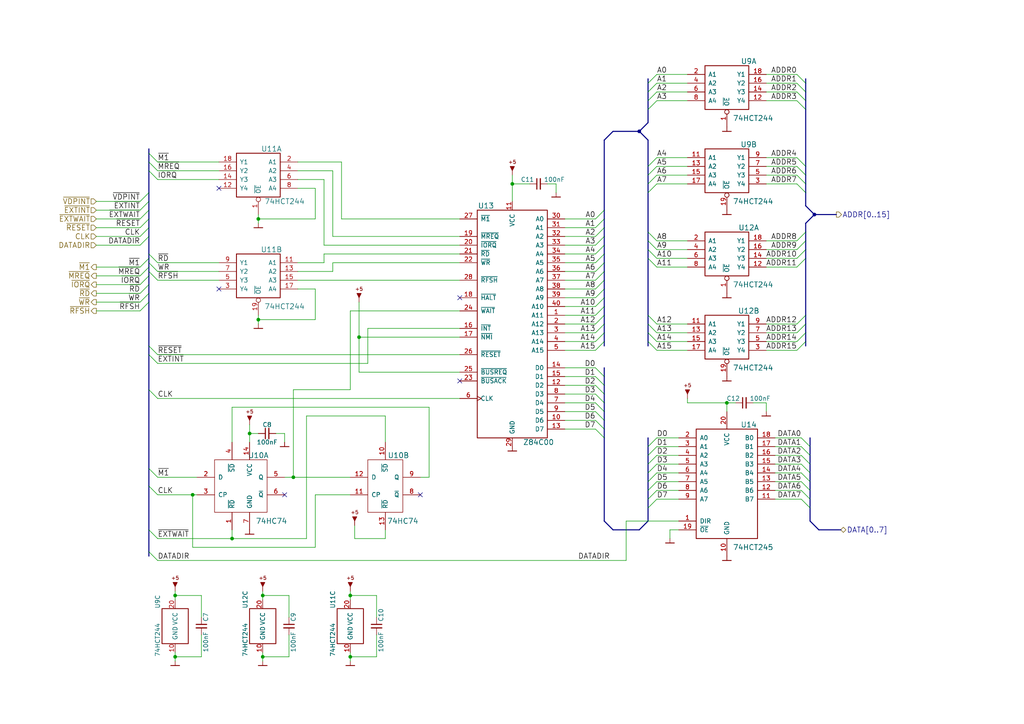
<source format=kicad_sch>
(kicad_sch (version 20211123) (generator eeschema)

  (uuid 76ee303c-1cfc-45a8-ae72-af3efaba6c47)

  (paper "A4")

  (lib_symbols
    (symbol "artemisa:74HC74" (pin_names (offset 1.016)) (in_bom yes) (on_board yes)
      (property "Reference" "U" (id 0) (at -6.35 8.89 0)
        (effects (font (size 1.524 1.524)))
      )
      (property "Value" "74HC74" (id 1) (at 12.7 -6.35 0)
        (effects (font (size 1.524 1.524)))
      )
      (property "Footprint" "" (id 2) (at -2.54 -5.08 0)
        (effects (font (size 1.524 1.524)) hide)
      )
      (property "Datasheet" "" (id 3) (at -2.54 -5.08 0)
        (effects (font (size 1.524 1.524)) hide)
      )
      (symbol "74HC74_1_1"
        (rectangle (start -7.62 7.62) (end 7.62 -7.62)
          (stroke (width 0) (type default) (color 0 0 0 0))
          (fill (type none))
        )
        (pin input line (at -2.54 -12.7 90) (length 5.08)
          (name "~{RD}" (effects (font (size 1.27 1.27))))
          (number "1" (effects (font (size 1.27 1.27))))
        )
        (pin power_in line (at 2.54 12.7 270) (length 5.08)
          (name "VCC" (effects (font (size 1.27 1.27))))
          (number "14" (effects (font (size 1.27 1.27))))
        )
        (pin input line (at -12.7 2.54 0) (length 5.08)
          (name "D" (effects (font (size 1.27 1.27))))
          (number "2" (effects (font (size 1.27 1.27))))
        )
        (pin input line (at -12.7 -2.54 0) (length 5.08)
          (name "CP" (effects (font (size 1.27 1.27))))
          (number "3" (effects (font (size 1.27 1.27))))
        )
        (pin input line (at -2.54 12.7 270) (length 5.08)
          (name "~{SD}" (effects (font (size 1.27 1.27))))
          (number "4" (effects (font (size 1.27 1.27))))
        )
        (pin output line (at 12.7 2.54 180) (length 5.08)
          (name "Q" (effects (font (size 1.27 1.27))))
          (number "5" (effects (font (size 1.27 1.27))))
        )
        (pin output line (at 12.7 -2.54 180) (length 5.08)
          (name "~{Q}" (effects (font (size 1.27 1.27))))
          (number "6" (effects (font (size 1.27 1.27))))
        )
        (pin power_in line (at 2.54 -12.7 90) (length 5.08)
          (name "GND" (effects (font (size 1.27 1.27))))
          (number "7" (effects (font (size 1.27 1.27))))
        )
      )
      (symbol "74HC74_2_1"
        (rectangle (start -5.08 7.62) (end 5.08 -7.62)
          (stroke (width 0) (type default) (color 0 0 0 0))
          (fill (type none))
        )
        (pin input line (at 0 12.7 270) (length 5.08)
          (name "~{SD}" (effects (font (size 1.27 1.27))))
          (number "10" (effects (font (size 1.27 1.27))))
        )
        (pin input line (at -10.16 -2.54 0) (length 5.08)
          (name "CP" (effects (font (size 1.27 1.27))))
          (number "11" (effects (font (size 1.27 1.27))))
        )
        (pin input line (at -10.16 2.54 0) (length 5.08)
          (name "D" (effects (font (size 1.27 1.27))))
          (number "12" (effects (font (size 1.27 1.27))))
        )
        (pin input line (at 0 -12.7 90) (length 5.08)
          (name "~{RD}" (effects (font (size 1.27 1.27))))
          (number "13" (effects (font (size 1.27 1.27))))
        )
        (pin output line (at 10.16 -2.54 180) (length 5.08)
          (name "~{Q}" (effects (font (size 1.27 1.27))))
          (number "8" (effects (font (size 1.27 1.27))))
        )
        (pin output line (at 10.16 2.54 180) (length 5.08)
          (name "Q" (effects (font (size 1.27 1.27))))
          (number "9" (effects (font (size 1.27 1.27))))
        )
      )
    )
    (symbol "artemisa:74HCT244" (pin_names (offset 1.016)) (in_bom yes) (on_board yes)
      (property "Reference" "U" (id 0) (at 0 7.62 0)
        (effects (font (size 1.27 1.27)))
      )
      (property "Value" "74HCT244" (id 1) (at 10.16 -8.89 0)
        (effects (font (size 1.27 1.27)))
      )
      (property "Footprint" "" (id 2) (at 0 -10.16 0)
        (effects (font (size 1.524 1.524)) hide)
      )
      (property "Datasheet" "" (id 3) (at 0 -10.16 0)
        (effects (font (size 1.524 1.524)) hide)
      )
      (symbol "74HCT244_1_1"
        (rectangle (start -6.35 -6.35) (end 6.35 6.35)
          (stroke (width 0.254) (type default) (color 0 0 0 0))
          (fill (type none))
        )
        (pin input inverted (at 0 -11.43 90) (length 5.0038)
          (name "~{OE}" (effects (font (size 1.27 1.27))))
          (number "1" (effects (font (size 1.27 1.27))))
        )
        (pin output line (at 11.43 -3.81 180) (length 5.0038)
          (name "Y4" (effects (font (size 1.27 1.27))))
          (number "12" (effects (font (size 1.27 1.27))))
        )
        (pin output line (at 11.43 -1.27 180) (length 5.0038)
          (name "Y3" (effects (font (size 1.27 1.27))))
          (number "14" (effects (font (size 1.27 1.27))))
        )
        (pin output line (at 11.43 1.27 180) (length 5.0038)
          (name "Y2" (effects (font (size 1.27 1.27))))
          (number "16" (effects (font (size 1.27 1.27))))
        )
        (pin output line (at 11.43 3.81 180) (length 5.0038)
          (name "Y1" (effects (font (size 1.27 1.27))))
          (number "18" (effects (font (size 1.27 1.27))))
        )
        (pin input line (at -11.43 3.81 0) (length 5.0038)
          (name "A1" (effects (font (size 1.27 1.27))))
          (number "2" (effects (font (size 1.27 1.27))))
        )
        (pin input line (at -11.43 1.27 0) (length 5.0038)
          (name "A2" (effects (font (size 1.27 1.27))))
          (number "4" (effects (font (size 1.27 1.27))))
        )
        (pin input line (at -11.43 -1.27 0) (length 5.0038)
          (name "A3" (effects (font (size 1.27 1.27))))
          (number "6" (effects (font (size 1.27 1.27))))
        )
        (pin input line (at -11.43 -3.81 0) (length 5.0038)
          (name "A4" (effects (font (size 1.27 1.27))))
          (number "8" (effects (font (size 1.27 1.27))))
        )
      )
      (symbol "74HCT244_2_1"
        (rectangle (start -6.35 6.35) (end 6.35 -6.35)
          (stroke (width 0.254) (type default) (color 0 0 0 0))
          (fill (type none))
        )
        (pin input line (at -11.43 3.81 0) (length 5.0038)
          (name "A1" (effects (font (size 1.27 1.27))))
          (number "11" (effects (font (size 1.27 1.27))))
        )
        (pin input line (at -11.43 1.27 0) (length 5.0038)
          (name "A2" (effects (font (size 1.27 1.27))))
          (number "13" (effects (font (size 1.27 1.27))))
        )
        (pin input line (at -11.43 -1.27 0) (length 5.0038)
          (name "A3" (effects (font (size 1.27 1.27))))
          (number "15" (effects (font (size 1.27 1.27))))
        )
        (pin input line (at -11.43 -3.81 0) (length 5.0038)
          (name "A4" (effects (font (size 1.27 1.27))))
          (number "17" (effects (font (size 1.27 1.27))))
        )
        (pin input inverted (at 0 -11.43 90) (length 5.0038)
          (name "~{OE}" (effects (font (size 1.27 1.27))))
          (number "19" (effects (font (size 1.27 1.27))))
        )
        (pin output line (at 11.43 -3.81 180) (length 5.0038)
          (name "Y4" (effects (font (size 1.27 1.27))))
          (number "3" (effects (font (size 1.27 1.27))))
        )
        (pin output line (at 11.43 -1.27 180) (length 5.0038)
          (name "Y3" (effects (font (size 1.27 1.27))))
          (number "5" (effects (font (size 1.27 1.27))))
        )
        (pin output line (at 11.43 1.27 180) (length 5.0038)
          (name "Y2" (effects (font (size 1.27 1.27))))
          (number "7" (effects (font (size 1.27 1.27))))
        )
        (pin output line (at 11.43 3.81 180) (length 5.0038)
          (name "Y1" (effects (font (size 1.27 1.27))))
          (number "9" (effects (font (size 1.27 1.27))))
        )
      )
      (symbol "74HCT244_3_1"
        (rectangle (start -3.81 -5.08) (end 3.81 5.08)
          (stroke (width 0.254) (type default) (color 0 0 0 0))
          (fill (type none))
        )
        (pin power_in line (at 0 -7.62 90) (length 2.54)
          (name "GND" (effects (font (size 1.27 1.27))))
          (number "10" (effects (font (size 1.27 1.27))))
        )
        (pin power_in line (at 0 7.62 270) (length 2.54)
          (name "VCC" (effects (font (size 1.27 1.27))))
          (number "20" (effects (font (size 1.27 1.27))))
        )
      )
    )
    (symbol "artemisa:74HCT245" (pin_names (offset 1.016)) (in_bom yes) (on_board yes)
      (property "Reference" "U" (id 0) (at 6.35 12.7 0)
        (effects (font (size 1.524 1.524)))
      )
      (property "Value" "74HCT245" (id 1) (at 6.35 -22.86 0)
        (effects (font (size 1.524 1.524)))
      )
      (property "Footprint" "" (id 2) (at 0 -16.51 0)
        (effects (font (size 1.524 1.524)) hide)
      )
      (property "Datasheet" "" (id 3) (at 0 -16.51 0)
        (effects (font (size 1.524 1.524)) hide)
      )
      (symbol "74HCT245_0_1"
        (rectangle (start -8.89 11.43) (end 8.89 -20.32)
          (stroke (width 0.254) (type default) (color 0 0 0 0))
          (fill (type none))
        )
      )
      (symbol "74HCT245_1_1"
        (pin input line (at -13.97 -15.24 0) (length 5.08)
          (name "DIR" (effects (font (size 1.27 1.27))))
          (number "1" (effects (font (size 1.27 1.27))))
        )
        (pin power_in line (at 0 -25.4 90) (length 5.08)
          (name "GND" (effects (font (size 1.27 1.27))))
          (number "10" (effects (font (size 1.27 1.27))))
        )
        (pin bidirectional line (at 13.97 -8.89 180) (length 5.08)
          (name "B7" (effects (font (size 1.27 1.27))))
          (number "11" (effects (font (size 1.27 1.27))))
        )
        (pin bidirectional line (at 13.97 -6.35 180) (length 5.08)
          (name "B6" (effects (font (size 1.27 1.27))))
          (number "12" (effects (font (size 1.27 1.27))))
        )
        (pin bidirectional line (at 13.97 -3.81 180) (length 5.08)
          (name "B5" (effects (font (size 1.27 1.27))))
          (number "13" (effects (font (size 1.27 1.27))))
        )
        (pin bidirectional line (at 13.97 -1.27 180) (length 5.08)
          (name "B4" (effects (font (size 1.27 1.27))))
          (number "14" (effects (font (size 1.27 1.27))))
        )
        (pin bidirectional line (at 13.97 1.27 180) (length 5.08)
          (name "B3" (effects (font (size 1.27 1.27))))
          (number "15" (effects (font (size 1.27 1.27))))
        )
        (pin bidirectional line (at 13.97 3.81 180) (length 5.08)
          (name "B2" (effects (font (size 1.27 1.27))))
          (number "16" (effects (font (size 1.27 1.27))))
        )
        (pin bidirectional line (at 13.97 6.35 180) (length 5.08)
          (name "B1" (effects (font (size 1.27 1.27))))
          (number "17" (effects (font (size 1.27 1.27))))
        )
        (pin bidirectional line (at 13.97 8.89 180) (length 5.08)
          (name "B0" (effects (font (size 1.27 1.27))))
          (number "18" (effects (font (size 1.27 1.27))))
        )
        (pin input line (at -13.97 -17.78 0) (length 5.08)
          (name "~{OE}" (effects (font (size 1.27 1.27))))
          (number "19" (effects (font (size 1.27 1.27))))
        )
        (pin bidirectional line (at -13.97 8.89 0) (length 5.08)
          (name "A0" (effects (font (size 1.27 1.27))))
          (number "2" (effects (font (size 1.27 1.27))))
        )
        (pin power_in line (at 0 16.51 270) (length 5.08)
          (name "VCC" (effects (font (size 1.27 1.27))))
          (number "20" (effects (font (size 1.27 1.27))))
        )
        (pin bidirectional line (at -13.97 6.35 0) (length 5.08)
          (name "A1" (effects (font (size 1.27 1.27))))
          (number "3" (effects (font (size 1.27 1.27))))
        )
        (pin bidirectional line (at -13.97 3.81 0) (length 5.08)
          (name "A2" (effects (font (size 1.27 1.27))))
          (number "4" (effects (font (size 1.27 1.27))))
        )
        (pin bidirectional line (at -13.97 1.27 0) (length 5.08)
          (name "A3" (effects (font (size 1.27 1.27))))
          (number "5" (effects (font (size 1.27 1.27))))
        )
        (pin bidirectional line (at -13.97 -1.27 0) (length 5.08)
          (name "A4" (effects (font (size 1.27 1.27))))
          (number "6" (effects (font (size 1.27 1.27))))
        )
        (pin bidirectional line (at -13.97 -3.81 0) (length 5.08)
          (name "A5" (effects (font (size 1.27 1.27))))
          (number "7" (effects (font (size 1.27 1.27))))
        )
        (pin bidirectional line (at -13.97 -6.35 0) (length 5.08)
          (name "A6" (effects (font (size 1.27 1.27))))
          (number "8" (effects (font (size 1.27 1.27))))
        )
        (pin bidirectional line (at -13.97 -8.89 0) (length 5.08)
          (name "A7" (effects (font (size 1.27 1.27))))
          (number "9" (effects (font (size 1.27 1.27))))
        )
      )
    )
    (symbol "artemisa:Cap" (pin_numbers hide) (pin_names (offset 0.254) hide) (in_bom yes) (on_board yes)
      (property "Reference" "C" (id 0) (at 0.254 1.778 0)
        (effects (font (size 1.27 1.27)) (justify left))
      )
      (property "Value" "Cap" (id 1) (at 0.254 -2.032 0)
        (effects (font (size 1.27 1.27)) (justify left))
      )
      (property "Footprint" "" (id 2) (at 0 0 0)
        (effects (font (size 1.27 1.27)) hide)
      )
      (property "Datasheet" "" (id 3) (at 0 0 0)
        (effects (font (size 1.27 1.27)) hide)
      )
      (property "ki_fp_filters" "C_*" (id 4) (at 0 0 0)
        (effects (font (size 1.27 1.27)) hide)
      )
      (symbol "Cap_0_1"
        (polyline
          (pts
            (xy -1.524 -0.508)
            (xy 1.524 -0.508)
          )
          (stroke (width 0.3302) (type default) (color 0 0 0 0))
          (fill (type none))
        )
        (polyline
          (pts
            (xy -1.524 0.508)
            (xy 1.524 0.508)
          )
          (stroke (width 0.3048) (type default) (color 0 0 0 0))
          (fill (type none))
        )
      )
      (symbol "Cap_1_1"
        (pin passive line (at 0 2.54 270) (length 2.032)
          (name "~" (effects (font (size 1.27 1.27))))
          (number "1" (effects (font (size 1.27 1.27))))
        )
        (pin passive line (at 0 -2.54 90) (length 2.032)
          (name "~" (effects (font (size 1.27 1.27))))
          (number "2" (effects (font (size 1.27 1.27))))
        )
      )
    )
    (symbol "artemisa:GND" (power) (pin_numbers hide) (pin_names (offset 0) hide) (in_bom yes) (on_board yes)
      (property "Reference" "#PWR" (id 0) (at 0 -2.54 0)
        (effects (font (size 1.524 1.524)) hide)
      )
      (property "Value" "GND" (id 1) (at 0 2.54 0)
        (effects (font (size 1.524 1.524)) hide)
      )
      (property "Footprint" "" (id 2) (at 0 0 0)
        (effects (font (size 1.524 1.524)) hide)
      )
      (property "Datasheet" "" (id 3) (at 0 0 0)
        (effects (font (size 1.524 1.524)) hide)
      )
      (symbol "GND_0_1"
        (polyline
          (pts
            (xy -1.27 -1.27)
            (xy 1.27 -1.27)
          )
          (stroke (width 0.254) (type default) (color 0 0 0 0))
          (fill (type none))
        )
      )
      (symbol "GND_1_1"
        (pin power_in line (at 0 0 270) (length 1.27)
          (name "GND" (effects (font (size 1.27 1.27))))
          (number "~" (effects (font (size 1.27 1.27))))
        )
      )
    )
    (symbol "artemisa:VCC" (power) (pin_numbers hide) (pin_names (offset 0) hide) (in_bom yes) (on_board yes)
      (property "Reference" "#PWR" (id 0) (at 0 -1.27 0)
        (effects (font (size 1.524 1.524)) hide)
      )
      (property "Value" "VCC" (id 1) (at 0 6.35 0)
        (effects (font (size 1.524 1.524)) hide)
      )
      (property "Footprint" "" (id 2) (at 0 0 0)
        (effects (font (size 1.524 1.524)) hide)
      )
      (property "Datasheet" "" (id 3) (at 0 0 0)
        (effects (font (size 1.524 1.524)) hide)
      )
      (symbol "VCC_0_0"
        (text "+5" (at 0 3.81 0)
          (effects (font (size 1.016 1.016)))
        )
      )
      (symbol "VCC_0_1"
        (polyline
          (pts
            (xy 0 1.27)
            (xy 0.635 2.54)
            (xy -0.635 2.54)
            (xy 0 1.27)
          )
          (stroke (width 0) (type default) (color 0 0 0 0))
          (fill (type outline))
        )
      )
      (symbol "VCC_1_1"
        (pin power_in line (at 0 0 90) (length 1.27)
          (name "VCC" (effects (font (size 1.27 1.27))))
          (number "1" (effects (font (size 1.27 1.27))))
        )
      )
    )
    (symbol "artemisa:Z84C00" (pin_names (offset 1.016)) (in_bom yes) (on_board yes)
      (property "Reference" "U" (id 0) (at -8.89 34.29 0)
        (effects (font (size 1.524 1.524)))
      )
      (property "Value" "Z84C00" (id 1) (at 6.35 -34.29 0)
        (effects (font (size 1.524 1.524)))
      )
      (property "Footprint" "" (id 2) (at 0 -3.81 0)
        (effects (font (size 1.524 1.524)) hide)
      )
      (property "Datasheet" "" (id 3) (at 0 -3.81 0)
        (effects (font (size 1.524 1.524)) hide)
      )
      (symbol "Z84C00_0_1"
        (rectangle (start 10.16 33.02) (end -10.16 -33.02)
          (stroke (width 0.254) (type default) (color 0 0 0 0))
          (fill (type none))
        )
      )
      (symbol "Z84C00_1_1"
        (pin output line (at 15.24 2.54 180) (length 5.0038)
          (name "A11" (effects (font (size 1.27 1.27))))
          (number "1" (effects (font (size 1.27 1.27))))
        )
        (pin bidirectional line (at 15.24 -27.94 180) (length 5.0038)
          (name "D6" (effects (font (size 1.27 1.27))))
          (number "10" (effects (font (size 1.27 1.27))))
        )
        (pin power_in line (at 0 35.56 270) (length 2.54)
          (name "VCC" (effects (font (size 1.27 1.27))))
          (number "11" (effects (font (size 1.27 1.27))))
        )
        (pin bidirectional line (at 15.24 -17.78 180) (length 5.0038)
          (name "D2" (effects (font (size 1.27 1.27))))
          (number "12" (effects (font (size 1.27 1.27))))
        )
        (pin bidirectional line (at 15.24 -30.48 180) (length 5.0038)
          (name "D7" (effects (font (size 1.27 1.27))))
          (number "13" (effects (font (size 1.27 1.27))))
        )
        (pin bidirectional line (at 15.24 -12.7 180) (length 5.0038)
          (name "D0" (effects (font (size 1.27 1.27))))
          (number "14" (effects (font (size 1.27 1.27))))
        )
        (pin bidirectional line (at 15.24 -15.24 180) (length 5.0038)
          (name "D1" (effects (font (size 1.27 1.27))))
          (number "15" (effects (font (size 1.27 1.27))))
        )
        (pin input line (at -15.24 -1.27 0) (length 5.0038)
          (name "~{INT}" (effects (font (size 1.27 1.27))))
          (number "16" (effects (font (size 1.27 1.27))))
        )
        (pin input line (at -15.24 -3.81 0) (length 5.0038)
          (name "~{NMI}" (effects (font (size 1.27 1.27))))
          (number "17" (effects (font (size 1.27 1.27))))
        )
        (pin output line (at -15.24 7.62 0) (length 5.0038)
          (name "~{HALT}" (effects (font (size 1.27 1.27))))
          (number "18" (effects (font (size 1.27 1.27))))
        )
        (pin output line (at -15.24 25.4 0) (length 5.0038)
          (name "~{MREQ}" (effects (font (size 1.27 1.27))))
          (number "19" (effects (font (size 1.27 1.27))))
        )
        (pin output line (at 15.24 0 180) (length 5.0038)
          (name "A12" (effects (font (size 1.27 1.27))))
          (number "2" (effects (font (size 1.27 1.27))))
        )
        (pin output line (at -15.24 22.86 0) (length 5.0038)
          (name "~{IORQ}" (effects (font (size 1.27 1.27))))
          (number "20" (effects (font (size 1.27 1.27))))
        )
        (pin output line (at -15.24 20.32 0) (length 5.0038)
          (name "~{RD}" (effects (font (size 1.27 1.27))))
          (number "21" (effects (font (size 1.27 1.27))))
        )
        (pin output line (at -15.24 17.78 0) (length 5.0038)
          (name "~{WR}" (effects (font (size 1.27 1.27))))
          (number "22" (effects (font (size 1.27 1.27))))
        )
        (pin output line (at -15.24 -16.51 0) (length 5.0038)
          (name "~{BUSACK}" (effects (font (size 1.27 1.27))))
          (number "23" (effects (font (size 1.27 1.27))))
        )
        (pin input line (at -15.24 3.81 0) (length 5.0038)
          (name "~{WAIT}" (effects (font (size 1.27 1.27))))
          (number "24" (effects (font (size 1.27 1.27))))
        )
        (pin input line (at -15.24 -13.97 0) (length 5.0038)
          (name "~{BUSREQ}" (effects (font (size 1.27 1.27))))
          (number "25" (effects (font (size 1.27 1.27))))
        )
        (pin input line (at -15.24 -8.89 0) (length 5.0038)
          (name "~{RESET}" (effects (font (size 1.27 1.27))))
          (number "26" (effects (font (size 1.27 1.27))))
        )
        (pin output line (at -15.24 30.48 0) (length 5.0038)
          (name "~{M1}" (effects (font (size 1.27 1.27))))
          (number "27" (effects (font (size 1.27 1.27))))
        )
        (pin output line (at -15.24 12.7 0) (length 5.0038)
          (name "~{RFSH}" (effects (font (size 1.27 1.27))))
          (number "28" (effects (font (size 1.27 1.27))))
        )
        (pin power_in line (at 0 -35.56 90) (length 2.54)
          (name "GND" (effects (font (size 1.27 1.27))))
          (number "29" (effects (font (size 1.27 1.27))))
        )
        (pin output line (at 15.24 -2.54 180) (length 5.0038)
          (name "A13" (effects (font (size 1.27 1.27))))
          (number "3" (effects (font (size 1.27 1.27))))
        )
        (pin output line (at 15.24 30.48 180) (length 5.0038)
          (name "A0" (effects (font (size 1.27 1.27))))
          (number "30" (effects (font (size 1.27 1.27))))
        )
        (pin output line (at 15.24 27.94 180) (length 5.0038)
          (name "A1" (effects (font (size 1.27 1.27))))
          (number "31" (effects (font (size 1.27 1.27))))
        )
        (pin output line (at 15.24 25.4 180) (length 5.0038)
          (name "A2" (effects (font (size 1.27 1.27))))
          (number "32" (effects (font (size 1.27 1.27))))
        )
        (pin output line (at 15.24 22.86 180) (length 5.0038)
          (name "A3" (effects (font (size 1.27 1.27))))
          (number "33" (effects (font (size 1.27 1.27))))
        )
        (pin output line (at 15.24 20.32 180) (length 5.0038)
          (name "A4" (effects (font (size 1.27 1.27))))
          (number "34" (effects (font (size 1.27 1.27))))
        )
        (pin output line (at 15.24 17.78 180) (length 5.0038)
          (name "A5" (effects (font (size 1.27 1.27))))
          (number "35" (effects (font (size 1.27 1.27))))
        )
        (pin output line (at 15.24 15.24 180) (length 5.0038)
          (name "A6" (effects (font (size 1.27 1.27))))
          (number "36" (effects (font (size 1.27 1.27))))
        )
        (pin output line (at 15.24 12.7 180) (length 5.0038)
          (name "A7" (effects (font (size 1.27 1.27))))
          (number "37" (effects (font (size 1.27 1.27))))
        )
        (pin output line (at 15.24 10.16 180) (length 5.0038)
          (name "A8" (effects (font (size 1.27 1.27))))
          (number "38" (effects (font (size 1.27 1.27))))
        )
        (pin output line (at 15.24 7.62 180) (length 5.0038)
          (name "A9" (effects (font (size 1.27 1.27))))
          (number "39" (effects (font (size 1.27 1.27))))
        )
        (pin output line (at 15.24 -5.08 180) (length 5.0038)
          (name "A14" (effects (font (size 1.27 1.27))))
          (number "4" (effects (font (size 1.27 1.27))))
        )
        (pin output line (at 15.24 5.08 180) (length 5.0038)
          (name "A10" (effects (font (size 1.27 1.27))))
          (number "40" (effects (font (size 1.27 1.27))))
        )
        (pin output line (at 15.24 -7.62 180) (length 5.0038)
          (name "A15" (effects (font (size 1.27 1.27))))
          (number "5" (effects (font (size 1.27 1.27))))
        )
        (pin input clock (at -15.24 -21.59 0) (length 5.0038)
          (name "CLK" (effects (font (size 1.27 1.27))))
          (number "6" (effects (font (size 1.27 1.27))))
        )
        (pin bidirectional line (at 15.24 -22.86 180) (length 5.0038)
          (name "D4" (effects (font (size 1.27 1.27))))
          (number "7" (effects (font (size 1.27 1.27))))
        )
        (pin bidirectional line (at 15.24 -20.32 180) (length 5.0038)
          (name "D3" (effects (font (size 1.27 1.27))))
          (number "8" (effects (font (size 1.27 1.27))))
        )
        (pin bidirectional line (at 15.24 -25.4 180) (length 5.0038)
          (name "D5" (effects (font (size 1.27 1.27))))
          (number "9" (effects (font (size 1.27 1.27))))
        )
      )
    )
  )


  (junction (at 210.82 116.84) (diameter 0) (color 0 0 0 0)
    (uuid 0844b132-5386-469c-86ff-d527c8a00608)
  )
  (junction (at 236.22 62.23) (diameter 0) (color 0 0 0 0)
    (uuid 1264107e-2d4b-4e98-b7c7-eb6ef798b0dd)
  )
  (junction (at 101.6 172.72) (diameter 0) (color 0 0 0 0)
    (uuid 17adff9d-c581-42e4-b552-035b922b5256)
  )
  (junction (at 67.31 156.21) (diameter 0) (color 0 0 0 0)
    (uuid 4263a0e8-33fc-439f-9b56-889a4f5d7b26)
  )
  (junction (at 76.2 190.5) (diameter 0) (color 0 0 0 0)
    (uuid 504cb9e4-5572-4208-bc9d-30a7efff8b9a)
  )
  (junction (at 50.8 190.5) (diameter 0) (color 0 0 0 0)
    (uuid 58e02161-61cc-4d0f-bdc8-c497a25ae380)
  )
  (junction (at 85.09 138.43) (diameter 0) (color 0 0 0 0)
    (uuid 740c9c9e-c377-4082-a7c2-2dfeb8296429)
  )
  (junction (at 74.93 92.71) (diameter 0) (color 0 0 0 0)
    (uuid 7b8f4734-c91c-4c35-bc25-8ba9e0a60f64)
  )
  (junction (at 72.39 125.73) (diameter 0) (color 0 0 0 0)
    (uuid 90912a07-8f0d-457a-b78a-1c112c8f2052)
  )
  (junction (at 148.59 53.34) (diameter 0) (color 0 0 0 0)
    (uuid a1223b95-aa11-427a-b201-9190a86a68be)
  )
  (junction (at 74.93 63.5) (diameter 0) (color 0 0 0 0)
    (uuid c60045a9-c6dd-4a1d-b776-92c82360c330)
  )
  (junction (at 185.42 38.1) (diameter 0) (color 0 0 0 0)
    (uuid d571735a-923b-4288-add3-741d1340044b)
  )
  (junction (at 50.8 172.72) (diameter 0) (color 0 0 0 0)
    (uuid de91796c-56de-4405-8fcc-748bd6a08e86)
  )
  (junction (at 101.6 190.5) (diameter 0) (color 0 0 0 0)
    (uuid e47d9cf3-579e-4750-bc6d-bf58b55862bb)
  )
  (junction (at 76.2 172.72) (diameter 0) (color 0 0 0 0)
    (uuid e9597133-3d67-41f8-aabc-5b61d8d3c3c1)
  )
  (junction (at 55.88 143.51) (diameter 0) (color 0 0 0 0)
    (uuid fbca7d5b-4a19-4f46-9697-74b3068179aa)
  )
  (junction (at 104.14 97.79) (diameter 0) (color 0 0 0 0)
    (uuid fed6a1e7-e233-4dff-87e0-8992a65c8dd0)
  )

  (no_connect (at 133.35 86.36) (uuid 098afe52-27f0-4ec0-bf39-4eb766d2a851))
  (no_connect (at 121.92 143.51) (uuid 11cae898-6e02-4314-87c3-bfa88f249303))
  (no_connect (at 82.55 143.51) (uuid 7401f61b-dc36-4f5a-ba3e-b101a22bf1fc))
  (no_connect (at 63.5 83.82) (uuid a8470270-920a-4fed-9691-22526135f92c))
  (no_connect (at 133.35 110.49) (uuid ad4fcc27-bf1e-4e2e-ab26-9b8032da7693))
  (no_connect (at 63.5 54.61) (uuid b45faf1e-b7a2-4d73-9833-db84a2fde78b))

  (bus_entry (at 190.5 129.54) (size -2.54 2.54)
    (stroke (width 0) (type default) (color 0 0 0 0))
    (uuid 00e39da0-4b3e-4884-a91e-86d729914953)
  )
  (bus_entry (at 190.5 50.8) (size -2.54 2.54)
    (stroke (width 0) (type default) (color 0 0 0 0))
    (uuid 0208dcec-5844-41d6-8382-4437ac8ac82d)
  )
  (bus_entry (at 232.41 139.7) (size 2.54 2.54)
    (stroke (width 0) (type default) (color 0 0 0 0))
    (uuid 037a257a-ceb2-409c-ab24-48a743172dae)
  )
  (bus_entry (at 43.18 55.88) (size -2.54 2.54)
    (stroke (width 0) (type default) (color 0 0 0 0))
    (uuid 054f8e07-0141-451f-a3c4-ea786b83b680)
  )
  (bus_entry (at 232.41 127) (size 2.54 2.54)
    (stroke (width 0) (type default) (color 0 0 0 0))
    (uuid 062fbe79-da43-4e6a-bd6f-509557f2df9b)
  )
  (bus_entry (at 43.18 44.45) (size 2.54 2.54)
    (stroke (width 0) (type default) (color 0 0 0 0))
    (uuid 086ab04d-4086-427c-992f-819b91a9021d)
  )
  (bus_entry (at 43.18 77.47) (size -2.54 2.54)
    (stroke (width 0) (type default) (color 0 0 0 0))
    (uuid 0a83f85d-78ad-480a-a5ba-773caced8f09)
  )
  (bus_entry (at 231.14 93.98) (size 2.54 -2.54)
    (stroke (width 0) (type default) (color 0 0 0 0))
    (uuid 0df798c0-963e-4340-a737-18e50763521e)
  )
  (bus_entry (at 231.14 48.26) (size 2.54 2.54)
    (stroke (width 0) (type default) (color 0 0 0 0))
    (uuid 0f3121ae-1081-4d81-b548-dceafa613e21)
  )
  (bus_entry (at 231.14 29.21) (size 2.54 2.54)
    (stroke (width 0) (type default) (color 0 0 0 0))
    (uuid 159c8092-f459-40eb-b409-c2cace814e6e)
  )
  (bus_entry (at 190.5 132.08) (size -2.54 2.54)
    (stroke (width 0) (type default) (color 0 0 0 0))
    (uuid 18b6dcb6-5ab3-481b-b998-33e8cf6d281f)
  )
  (bus_entry (at 190.5 93.98) (size -2.54 -2.54)
    (stroke (width 0) (type default) (color 0 0 0 0))
    (uuid 1a1da3ab-0792-420a-a2dd-c670f9cd52e8)
  )
  (bus_entry (at 172.72 119.38) (size 2.54 2.54)
    (stroke (width 0) (type default) (color 0 0 0 0))
    (uuid 1aaf34a3-282e-4633-82fa-9d6cdf32efbb)
  )
  (bus_entry (at 43.18 140.97) (size 2.54 2.54)
    (stroke (width 0) (type default) (color 0 0 0 0))
    (uuid 1cd85cce-d94a-4a92-8af2-23d3a2b66793)
  )
  (bus_entry (at 190.5 77.47) (size -2.54 -2.54)
    (stroke (width 0) (type default) (color 0 0 0 0))
    (uuid 1d2d8ec8-1f1b-4d06-9a35-eff8e386bdb8)
  )
  (bus_entry (at 172.72 116.84) (size 2.54 2.54)
    (stroke (width 0) (type default) (color 0 0 0 0))
    (uuid 1ec648ca-df29-4910-86ed-6f48e345dbdb)
  )
  (bus_entry (at 232.41 129.54) (size 2.54 2.54)
    (stroke (width 0) (type default) (color 0 0 0 0))
    (uuid 226f524c-89b4-46ed-86fd-c8ea41059fd4)
  )
  (bus_entry (at 190.5 48.26) (size -2.54 2.54)
    (stroke (width 0) (type default) (color 0 0 0 0))
    (uuid 291e4200-f3c9-4b61-8158-17e8c4424a24)
  )
  (bus_entry (at 190.5 29.21) (size -2.54 2.54)
    (stroke (width 0) (type default) (color 0 0 0 0))
    (uuid 33064f56-88c0-44a1-ac52-96957fe5ad49)
  )
  (bus_entry (at 172.72 101.6) (size 2.54 -2.54)
    (stroke (width 0) (type default) (color 0 0 0 0))
    (uuid 3742a313-c63e-4807-a7bf-be5a0ae2c781)
  )
  (bus_entry (at 190.5 21.59) (size -2.54 2.54)
    (stroke (width 0) (type default) (color 0 0 0 0))
    (uuid 376a6f44-cf22-4d88-ac13-30f83803795f)
  )
  (bus_entry (at 172.72 124.46) (size 2.54 2.54)
    (stroke (width 0) (type default) (color 0 0 0 0))
    (uuid 3b450865-b2ef-4d25-9b34-4d42975b5e24)
  )
  (bus_entry (at 172.72 86.36) (size 2.54 -2.54)
    (stroke (width 0) (type default) (color 0 0 0 0))
    (uuid 3b909fd4-b382-4019-8708-80d1d9a9fe1c)
  )
  (bus_entry (at 43.18 135.89) (size 2.54 2.54)
    (stroke (width 0) (type default) (color 0 0 0 0))
    (uuid 3c5840eb-164e-426c-ab78-faa89624b9dc)
  )
  (bus_entry (at 43.18 63.5) (size -2.54 2.54)
    (stroke (width 0) (type default) (color 0 0 0 0))
    (uuid 3d19e22b-2666-4e7d-825d-37a04ed07fa1)
  )
  (bus_entry (at 43.18 160.02) (size 2.54 2.54)
    (stroke (width 0) (type default) (color 0 0 0 0))
    (uuid 3db00451-fbc3-4980-9f8f-a31cdc894554)
  )
  (bus_entry (at 231.14 101.6) (size 2.54 -2.54)
    (stroke (width 0) (type default) (color 0 0 0 0))
    (uuid 3f206607-332e-4c96-8963-5302804f476f)
  )
  (bus_entry (at 190.5 74.93) (size -2.54 -2.54)
    (stroke (width 0) (type default) (color 0 0 0 0))
    (uuid 401b5a0c-f502-4551-9d61-fa50a303707e)
  )
  (bus_entry (at 43.18 153.67) (size 2.54 2.54)
    (stroke (width 0) (type default) (color 0 0 0 0))
    (uuid 43b7aab0-ec9b-4c58-bfa1-8dda8fccb53f)
  )
  (bus_entry (at 232.41 142.24) (size 2.54 2.54)
    (stroke (width 0) (type default) (color 0 0 0 0))
    (uuid 45899113-d22e-4a5b-822e-9aca23b124ee)
  )
  (bus_entry (at 190.5 72.39) (size -2.54 -2.54)
    (stroke (width 0) (type default) (color 0 0 0 0))
    (uuid 4c069f0b-8c76-44a0-a999-7bd72a3e8dee)
  )
  (bus_entry (at 172.72 99.06) (size 2.54 -2.54)
    (stroke (width 0) (type default) (color 0 0 0 0))
    (uuid 5080cf4c-abda-4232-b279-44d0e6b9bde3)
  )
  (bus_entry (at 43.18 49.53) (size 2.54 2.54)
    (stroke (width 0) (type default) (color 0 0 0 0))
    (uuid 51bdd1cb-8a01-4b1c-940a-3ff4dd1de87c)
  )
  (bus_entry (at 190.5 24.13) (size -2.54 2.54)
    (stroke (width 0) (type default) (color 0 0 0 0))
    (uuid 52d326d4-51c9-4c17-8412-9aaf3e6cdf4c)
  )
  (bus_entry (at 190.5 139.7) (size -2.54 2.54)
    (stroke (width 0) (type default) (color 0 0 0 0))
    (uuid 539dec9e-2c45-4201-ab13-cbbbab8fc31b)
  )
  (bus_entry (at 172.72 83.82) (size 2.54 -2.54)
    (stroke (width 0) (type default) (color 0 0 0 0))
    (uuid 5891aa7f-2e48-4492-8db1-d54810991036)
  )
  (bus_entry (at 43.18 46.99) (size 2.54 2.54)
    (stroke (width 0) (type default) (color 0 0 0 0))
    (uuid 59246647-4e57-4b5f-9f1e-b0cc1fb90bb2)
  )
  (bus_entry (at 232.41 137.16) (size 2.54 2.54)
    (stroke (width 0) (type default) (color 0 0 0 0))
    (uuid 5b5611ee-3a4f-4573-978f-2e48db0ecaf5)
  )
  (bus_entry (at 172.72 96.52) (size 2.54 -2.54)
    (stroke (width 0) (type default) (color 0 0 0 0))
    (uuid 5b867f3d-ce38-4d21-95dd-fe114f76e9dc)
  )
  (bus_entry (at 190.5 101.6) (size -2.54 -2.54)
    (stroke (width 0) (type default) (color 0 0 0 0))
    (uuid 5e27f565-c85a-4f3b-9862-58c0accdd5e3)
  )
  (bus_entry (at 172.72 91.44) (size 2.54 -2.54)
    (stroke (width 0) (type default) (color 0 0 0 0))
    (uuid 5f8cf0a3-5039-4ac4-8310-e201f8c0505f)
  )
  (bus_entry (at 43.18 60.96) (size -2.54 2.54)
    (stroke (width 0) (type default) (color 0 0 0 0))
    (uuid 62af6e3c-7d06-438a-b62f-014ae3262ea1)
  )
  (bus_entry (at 231.14 69.85) (size 2.54 -2.54)
    (stroke (width 0) (type default) (color 0 0 0 0))
    (uuid 6579642b-a152-47f7-af0e-0d8866bdfcb8)
  )
  (bus_entry (at 231.14 50.8) (size 2.54 2.54)
    (stroke (width 0) (type default) (color 0 0 0 0))
    (uuid 66cc4ddc-a52d-4ad7-986e-68f000539802)
  )
  (bus_entry (at 43.18 113.03) (size 2.54 2.54)
    (stroke (width 0) (type default) (color 0 0 0 0))
    (uuid 67320774-1745-4c89-bec7-2213f7bb7ecc)
  )
  (bus_entry (at 172.72 66.04) (size 2.54 -2.54)
    (stroke (width 0) (type default) (color 0 0 0 0))
    (uuid 6776c573-26e6-4a02-ab96-18129f258651)
  )
  (bus_entry (at 190.5 127) (size -2.54 2.54)
    (stroke (width 0) (type default) (color 0 0 0 0))
    (uuid 6ceb10bf-4340-4309-8250-882c2b60a70e)
  )
  (bus_entry (at 231.14 99.06) (size 2.54 -2.54)
    (stroke (width 0) (type default) (color 0 0 0 0))
    (uuid 6d646c30-feab-4e3e-adf0-5427b73b5f08)
  )
  (bus_entry (at 231.14 74.93) (size 2.54 -2.54)
    (stroke (width 0) (type default) (color 0 0 0 0))
    (uuid 6e416a78-df14-48ee-9842-e6e24081191e)
  )
  (bus_entry (at 232.41 132.08) (size 2.54 2.54)
    (stroke (width 0) (type default) (color 0 0 0 0))
    (uuid 710852c3-85af-44f2-af12-adc5798f2795)
  )
  (bus_entry (at 172.72 109.22) (size 2.54 2.54)
    (stroke (width 0) (type default) (color 0 0 0 0))
    (uuid 782e74f8-8e76-4e6f-bfec-df9b9d96b19d)
  )
  (bus_entry (at 190.5 134.62) (size -2.54 2.54)
    (stroke (width 0) (type default) (color 0 0 0 0))
    (uuid 7be13a36-eb8e-440f-aaac-2fd6665d9f61)
  )
  (bus_entry (at 172.72 106.68) (size 2.54 2.54)
    (stroke (width 0) (type default) (color 0 0 0 0))
    (uuid 7c49dc93-96a1-4a8f-a667-a4ee5ad692a0)
  )
  (bus_entry (at 232.41 134.62) (size 2.54 2.54)
    (stroke (width 0) (type default) (color 0 0 0 0))
    (uuid 84e154cc-34e9-48ac-ab7e-fc52b3bc90d0)
  )
  (bus_entry (at 232.41 144.78) (size 2.54 2.54)
    (stroke (width 0) (type default) (color 0 0 0 0))
    (uuid 8527ef2e-5212-4629-b6f5-b0130ab61dab)
  )
  (bus_entry (at 231.14 24.13) (size 2.54 2.54)
    (stroke (width 0) (type default) (color 0 0 0 0))
    (uuid 86f6faec-7eee-404c-a73a-2ae625f33d8c)
  )
  (bus_entry (at 172.72 93.98) (size 2.54 -2.54)
    (stroke (width 0) (type default) (color 0 0 0 0))
    (uuid 89be6ff8-dff7-4df0-876d-d5989d658e36)
  )
  (bus_entry (at 43.18 85.09) (size -2.54 2.54)
    (stroke (width 0) (type default) (color 0 0 0 0))
    (uuid 8afefa03-006b-4e40-b19e-6596c7cc472e)
  )
  (bus_entry (at 231.14 96.52) (size 2.54 -2.54)
    (stroke (width 0) (type default) (color 0 0 0 0))
    (uuid 8e1983d7-818b-423d-95d2-7f219e4f6ba3)
  )
  (bus_entry (at 231.14 45.72) (size 2.54 2.54)
    (stroke (width 0) (type default) (color 0 0 0 0))
    (uuid 8f8bb641-6f96-48dd-a2de-b7e2aaf6efe0)
  )
  (bus_entry (at 231.14 21.59) (size 2.54 2.54)
    (stroke (width 0) (type default) (color 0 0 0 0))
    (uuid 90337a8b-a8c5-48e1-ad0f-b0e67716fe3c)
  )
  (bus_entry (at 190.5 99.06) (size -2.54 -2.54)
    (stroke (width 0) (type default) (color 0 0 0 0))
    (uuid 9050328c-80d1-449f-94a8-27658961ba9d)
  )
  (bus_entry (at 43.18 76.2) (size 2.54 2.54)
    (stroke (width 0) (type default) (color 0 0 0 0))
    (uuid 911557e5-adec-4d13-9794-a18b325eb4ea)
  )
  (bus_entry (at 43.18 80.01) (size -2.54 2.54)
    (stroke (width 0) (type default) (color 0 0 0 0))
    (uuid 9116f42f-8d27-4055-8fab-af8b6ed6959f)
  )
  (bus_entry (at 190.5 142.24) (size -2.54 2.54)
    (stroke (width 0) (type default) (color 0 0 0 0))
    (uuid 91c69423-de51-44fe-bc70-fec455b50634)
  )
  (bus_entry (at 190.5 45.72) (size -2.54 2.54)
    (stroke (width 0) (type default) (color 0 0 0 0))
    (uuid 933a17ae-06d4-4de3-aae1-d3835cc0d957)
  )
  (bus_entry (at 190.5 144.78) (size -2.54 2.54)
    (stroke (width 0) (type default) (color 0 0 0 0))
    (uuid 9b4851fe-4e2f-4de0-a685-8e53004d88aa)
  )
  (bus_entry (at 172.72 71.12) (size 2.54 -2.54)
    (stroke (width 0) (type default) (color 0 0 0 0))
    (uuid 9ba85d0a-e58f-45a8-9d86-ad6c976003b7)
  )
  (bus_entry (at 172.72 68.58) (size 2.54 -2.54)
    (stroke (width 0) (type default) (color 0 0 0 0))
    (uuid a067c43d-047d-48ca-a682-5bbb620e3988)
  )
  (bus_entry (at 190.5 137.16) (size -2.54 2.54)
    (stroke (width 0) (type default) (color 0 0 0 0))
    (uuid a072347a-1cac-4ead-8c61-cfe38fd40342)
  )
  (bus_entry (at 190.5 53.34) (size -2.54 2.54)
    (stroke (width 0) (type default) (color 0 0 0 0))
    (uuid a2ead14b-89a8-4438-a7df-7876de28e69a)
  )
  (bus_entry (at 172.72 81.28) (size 2.54 -2.54)
    (stroke (width 0) (type default) (color 0 0 0 0))
    (uuid ab26a42e-b7f6-4a80-b26c-c01085e448c7)
  )
  (bus_entry (at 190.5 69.85) (size -2.54 -2.54)
    (stroke (width 0) (type default) (color 0 0 0 0))
    (uuid ac0e5582-f44c-4bc2-8ae7-2c3f1115fb00)
  )
  (bus_entry (at 43.18 73.66) (size 2.54 2.54)
    (stroke (width 0) (type default) (color 0 0 0 0))
    (uuid af7ccd5a-4c05-4a49-a412-ca568e4c81d2)
  )
  (bus_entry (at 231.14 77.47) (size 2.54 -2.54)
    (stroke (width 0) (type default) (color 0 0 0 0))
    (uuid b2f7301d-582c-4990-a060-4a71ef08c6eb)
  )
  (bus_entry (at 172.72 88.9) (size 2.54 -2.54)
    (stroke (width 0) (type default) (color 0 0 0 0))
    (uuid b5de2bf0-583c-45d9-bc5e-15007fe3ede8)
  )
  (bus_entry (at 43.18 82.55) (size -2.54 2.54)
    (stroke (width 0) (type default) (color 0 0 0 0))
    (uuid c14f4f41-991c-47f8-ba74-4a4e89170acf)
  )
  (bus_entry (at 43.18 100.33) (size 2.54 2.54)
    (stroke (width 0) (type default) (color 0 0 0 0))
    (uuid cab0d0a9-e089-4f0b-8483-22b4e0addcae)
  )
  (bus_entry (at 43.18 74.93) (size -2.54 2.54)
    (stroke (width 0) (type default) (color 0 0 0 0))
    (uuid ccd45da3-3d73-496d-8f2e-5edf69377f63)
  )
  (bus_entry (at 172.72 114.3) (size 2.54 2.54)
    (stroke (width 0) (type default) (color 0 0 0 0))
    (uuid cd1b9f49-f6c4-4c81-a715-14d19fd506d7)
  )
  (bus_entry (at 190.5 96.52) (size -2.54 -2.54)
    (stroke (width 0) (type default) (color 0 0 0 0))
    (uuid d0060422-f68b-4ffa-bca8-6f70dc4f862d)
  )
  (bus_entry (at 172.72 76.2) (size 2.54 -2.54)
    (stroke (width 0) (type default) (color 0 0 0 0))
    (uuid d25a1e45-06d1-4c1c-9b3a-0fd8abd0bfed)
  )
  (bus_entry (at 172.72 121.92) (size 2.54 2.54)
    (stroke (width 0) (type default) (color 0 0 0 0))
    (uuid d35d7027-ac1b-44b2-9664-3d8a37ee0f4e)
  )
  (bus_entry (at 231.14 26.67) (size 2.54 2.54)
    (stroke (width 0) (type default) (color 0 0 0 0))
    (uuid d3db736b-0e33-4126-b950-5488923df40e)
  )
  (bus_entry (at 43.18 78.74) (size 2.54 2.54)
    (stroke (width 0) (type default) (color 0 0 0 0))
    (uuid d40ed1bf-6a69-492a-acf3-f71f1c7a81f2)
  )
  (bus_entry (at 43.18 66.04) (size -2.54 2.54)
    (stroke (width 0) (type default) (color 0 0 0 0))
    (uuid d66c8b0e-b6b3-43ea-8c6d-9724edcc57d6)
  )
  (bus_entry (at 172.72 111.76) (size 2.54 2.54)
    (stroke (width 0) (type default) (color 0 0 0 0))
    (uuid de7d8275-fd45-47d5-ae9a-4b0c51b81f57)
  )
  (bus_entry (at 172.72 63.5) (size 2.54 -2.54)
    (stroke (width 0) (type default) (color 0 0 0 0))
    (uuid df1435bb-8018-455d-9925-63e774164119)
  )
  (bus_entry (at 190.5 26.67) (size -2.54 2.54)
    (stroke (width 0) (type default) (color 0 0 0 0))
    (uuid df3e0d78-29b1-4811-9600-571610f4b8a8)
  )
  (bus_entry (at 172.72 78.74) (size 2.54 -2.54)
    (stroke (width 0) (type default) (color 0 0 0 0))
    (uuid e8558fbd-ea42-43a6-966a-7bd304bdfaad)
  )
  (bus_entry (at 231.14 72.39) (size 2.54 -2.54)
    (stroke (width 0) (type default) (color 0 0 0 0))
    (uuid eac540a2-0555-4530-b9cb-9b037a65c0a7)
  )
  (bus_entry (at 43.18 58.42) (size -2.54 2.54)
    (stroke (width 0) (type default) (color 0 0 0 0))
    (uuid ed6caead-58a0-4a37-97cf-621d3ffb0ca4)
  )
  (bus_entry (at 43.18 87.63) (size -2.54 2.54)
    (stroke (width 0) (type default) (color 0 0 0 0))
    (uuid f368b66f-c8a4-4ccf-b925-3f03c13bf28f)
  )
  (bus_entry (at 43.18 68.58) (size -2.54 2.54)
    (stroke (width 0) (type default) (color 0 0 0 0))
    (uuid f43f384e-6bcf-4d6c-ac65-2e849bdb75c5)
  )
  (bus_entry (at 172.72 73.66) (size 2.54 -2.54)
    (stroke (width 0) (type default) (color 0 0 0 0))
    (uuid f61adca3-c1e4-457e-8212-9dc978cabab5)
  )
  (bus_entry (at 231.14 53.34) (size 2.54 2.54)
    (stroke (width 0) (type default) (color 0 0 0 0))
    (uuid fe1c93f4-4468-424b-a088-27aef08b62b4)
  )
  (bus_entry (at 43.18 102.87) (size 2.54 2.54)
    (stroke (width 0) (type default) (color 0 0 0 0))
    (uuid ffde4898-4c0e-4c24-bd8c-aadcd7279172)
  )

  (bus (pts (xy 177.8 38.1) (xy 185.42 38.1))
    (stroke (width 0) (type default) (color 0 0 0 0))
    (uuid 00627221-b0fd-448e-b5a6-250d249697c2)
  )

  (wire (pts (xy 27.94 80.01) (xy 40.64 80.01))
    (stroke (width 0) (type default) (color 0 0 0 0))
    (uuid 01600802-66c5-45a2-be7f-4fa2327d845b)
  )
  (bus (pts (xy 234.95 129.54) (xy 234.95 132.08))
    (stroke (width 0) (type default) (color 0 0 0 0))
    (uuid 02fad080-98cd-46ab-9ee4-13a74595ac68)
  )
  (bus (pts (xy 187.96 40.64) (xy 185.42 38.1))
    (stroke (width 0) (type default) (color 0 0 0 0))
    (uuid 030f7528-01d8-4f5d-b375-396511a3f702)
  )
  (bus (pts (xy 43.18 102.87) (xy 43.18 113.03))
    (stroke (width 0) (type default) (color 0 0 0 0))
    (uuid 0548b5b4-cb6a-4383-985b-2777ce991c3e)
  )

  (wire (pts (xy 82.55 128.27) (xy 82.55 125.73))
    (stroke (width 0) (type default) (color 0 0 0 0))
    (uuid 05c4a04b-0442-4e18-9747-3d9fc4a562fe)
  )
  (bus (pts (xy 233.68 74.93) (xy 233.68 91.44))
    (stroke (width 0) (type default) (color 0 0 0 0))
    (uuid 05d71641-765e-42e9-b112-428ee2e771ec)
  )

  (wire (pts (xy 232.41 137.16) (xy 224.79 137.16))
    (stroke (width 0) (type default) (color 0 0 0 0))
    (uuid 064853d1-fee5-4dc2-a187-8cbdd26d3919)
  )
  (wire (pts (xy 101.6 172.72) (xy 101.6 173.99))
    (stroke (width 0) (type default) (color 0 0 0 0))
    (uuid 0a2d185c-629f-461f-8b6b-f91f1894e6ba)
  )
  (wire (pts (xy 101.6 172.72) (xy 109.22 172.72))
    (stroke (width 0) (type default) (color 0 0 0 0))
    (uuid 0a52fedd-967a-423d-aaaf-3875f20f935b)
  )
  (wire (pts (xy 231.14 96.52) (xy 222.25 96.52))
    (stroke (width 0) (type default) (color 0 0 0 0))
    (uuid 0ba3fcf8-07bd-443d-be28-f69a4ad80df4)
  )
  (bus (pts (xy 43.18 153.67) (xy 43.18 160.02))
    (stroke (width 0) (type default) (color 0 0 0 0))
    (uuid 0bc4a849-5f93-40a7-8f00-efd98ea94086)
  )

  (wire (pts (xy 74.93 91.44) (xy 74.93 92.71))
    (stroke (width 0) (type default) (color 0 0 0 0))
    (uuid 0c75753f-ac98-42bf-95d0-ee8de408989d)
  )
  (bus (pts (xy 237.49 153.67) (xy 243.84 153.67))
    (stroke (width 0) (type default) (color 0 0 0 0))
    (uuid 0d1c133a-5b0b-4fe0-b915-2f72b13b37e9)
  )

  (wire (pts (xy 172.72 91.44) (xy 163.83 91.44))
    (stroke (width 0) (type default) (color 0 0 0 0))
    (uuid 0d7333ca-0587-43cb-9af7-f59016c85820)
  )
  (wire (pts (xy 74.93 63.5) (xy 74.93 64.77))
    (stroke (width 0) (type default) (color 0 0 0 0))
    (uuid 0ea0e524-3bbd-4f05-896d-54b702c204b2)
  )
  (bus (pts (xy 175.26 83.82) (xy 175.26 86.36))
    (stroke (width 0) (type default) (color 0 0 0 0))
    (uuid 0f8c7f8e-c569-41d5-a9c5-be2602986fec)
  )

  (wire (pts (xy 96.52 49.53) (xy 86.36 49.53))
    (stroke (width 0) (type default) (color 0 0 0 0))
    (uuid 0fffb828-f291-41d3-a83c-4eaa3df13f3a)
  )
  (bus (pts (xy 175.26 68.58) (xy 175.26 71.12))
    (stroke (width 0) (type default) (color 0 0 0 0))
    (uuid 102c4f15-f7f0-47b3-b463-90324a621426)
  )

  (wire (pts (xy 85.09 113.03) (xy 101.6 113.03))
    (stroke (width 0) (type default) (color 0 0 0 0))
    (uuid 10e5ae6d-e43e-4ff8-abc5-fd9df16782da)
  )
  (wire (pts (xy 172.72 119.38) (xy 163.83 119.38))
    (stroke (width 0) (type default) (color 0 0 0 0))
    (uuid 119c633c-175b-4b38-bbc1-1a076032c16e)
  )
  (wire (pts (xy 106.68 105.41) (xy 106.68 95.25))
    (stroke (width 0) (type default) (color 0 0 0 0))
    (uuid 12721b60-b423-4830-af94-c68b76872f05)
  )
  (wire (pts (xy 88.9 120.65) (xy 88.9 156.21))
    (stroke (width 0) (type default) (color 0 0 0 0))
    (uuid 127b0e8c-8b10-4db4-b691-908ac98caaf1)
  )
  (bus (pts (xy 43.18 78.74) (xy 43.18 80.01))
    (stroke (width 0) (type default) (color 0 0 0 0))
    (uuid 13ca6f98-495b-4848-a1b9-619bdbf2e008)
  )

  (wire (pts (xy 133.35 95.25) (xy 106.68 95.25))
    (stroke (width 0) (type default) (color 0 0 0 0))
    (uuid 1558a593-7554-4709-a27f-f70400a2199d)
  )
  (wire (pts (xy 91.44 63.5) (xy 74.93 63.5))
    (stroke (width 0) (type default) (color 0 0 0 0))
    (uuid 168e91de-8892-4570-a62e-0a6a88daec47)
  )
  (bus (pts (xy 43.18 85.09) (xy 43.18 87.63))
    (stroke (width 0) (type default) (color 0 0 0 0))
    (uuid 18648368-8315-41f6-b287-55706b48f79e)
  )
  (bus (pts (xy 187.96 72.39) (xy 187.96 74.93))
    (stroke (width 0) (type default) (color 0 0 0 0))
    (uuid 1875410c-e4b4-4ec3-b634-5e1a0d17ab0f)
  )
  (bus (pts (xy 43.18 113.03) (xy 43.18 135.89))
    (stroke (width 0) (type default) (color 0 0 0 0))
    (uuid 188bd81e-55cf-4eb8-ac51-32c0165c3b7f)
  )

  (wire (pts (xy 101.6 189.23) (xy 101.6 190.5))
    (stroke (width 0) (type default) (color 0 0 0 0))
    (uuid 199ade13-7442-4da9-8eea-a8e7681e2aee)
  )
  (wire (pts (xy 232.41 129.54) (xy 224.79 129.54))
    (stroke (width 0) (type default) (color 0 0 0 0))
    (uuid 1ba3e338-9465-4844-8361-6715d7885c15)
  )
  (wire (pts (xy 133.35 76.2) (xy 96.52 76.2))
    (stroke (width 0) (type default) (color 0 0 0 0))
    (uuid 1bb16fed-1537-47fa-90f6-8dc136da5d16)
  )
  (wire (pts (xy 74.93 125.73) (xy 72.39 125.73))
    (stroke (width 0) (type default) (color 0 0 0 0))
    (uuid 1c4dfe58-85b1-467f-8e9d-bdb7a0d0ca8e)
  )
  (bus (pts (xy 175.26 114.3) (xy 175.26 116.84))
    (stroke (width 0) (type default) (color 0 0 0 0))
    (uuid 1c67d947-286e-4eeb-ad61-68de893b3f2c)
  )

  (wire (pts (xy 231.14 29.21) (xy 222.25 29.21))
    (stroke (width 0) (type default) (color 0 0 0 0))
    (uuid 1c7ec62e-d96c-4a0d-ac32-e919b90a3c5b)
  )
  (wire (pts (xy 74.93 92.71) (xy 74.93 93.98))
    (stroke (width 0) (type default) (color 0 0 0 0))
    (uuid 1d20c966-0439-42a1-b5e3-5e76b52f827f)
  )
  (wire (pts (xy 232.41 144.78) (xy 224.79 144.78))
    (stroke (width 0) (type default) (color 0 0 0 0))
    (uuid 1d6c2d6c-bee0-401d-9749-98f17833afdd)
  )
  (wire (pts (xy 86.36 54.61) (xy 91.44 54.61))
    (stroke (width 0) (type default) (color 0 0 0 0))
    (uuid 1d801ac4-6429-45d9-ad70-9dd82bd9c030)
  )
  (wire (pts (xy 50.8 189.23) (xy 50.8 190.5))
    (stroke (width 0) (type default) (color 0 0 0 0))
    (uuid 1f70d207-e63d-4692-be1f-5b6fa8599d57)
  )
  (wire (pts (xy 40.64 85.09) (xy 27.94 85.09))
    (stroke (width 0) (type default) (color 0 0 0 0))
    (uuid 200b738a-50e9-4f57-b197-9a6a0ae11af3)
  )
  (wire (pts (xy 231.14 53.34) (xy 222.25 53.34))
    (stroke (width 0) (type default) (color 0 0 0 0))
    (uuid 2056f16f-2d4a-4f35-8a56-49ab69eeef16)
  )
  (wire (pts (xy 222.25 93.98) (xy 231.14 93.98))
    (stroke (width 0) (type default) (color 0 0 0 0))
    (uuid 207932d1-3fbf-4bd3-8ef6-a6601aaaae72)
  )
  (bus (pts (xy 43.18 77.47) (xy 43.18 78.74))
    (stroke (width 0) (type default) (color 0 0 0 0))
    (uuid 207f3729-b16f-4bed-8e25-6323ca6af59d)
  )
  (bus (pts (xy 175.26 60.96) (xy 175.26 63.5))
    (stroke (width 0) (type default) (color 0 0 0 0))
    (uuid 20b6f547-8f23-4ca0-8198-b15b71fba76d)
  )

  (wire (pts (xy 101.6 113.03) (xy 101.6 90.17))
    (stroke (width 0) (type default) (color 0 0 0 0))
    (uuid 217a6ab0-8c75-4e09-8113-c7b7b906da43)
  )
  (wire (pts (xy 222.25 69.85) (xy 231.14 69.85))
    (stroke (width 0) (type default) (color 0 0 0 0))
    (uuid 21c9358c-c2dd-4df5-9cfe-ea9bd0b49374)
  )
  (wire (pts (xy 27.94 66.04) (xy 40.64 66.04))
    (stroke (width 0) (type default) (color 0 0 0 0))
    (uuid 248d15cd-dd0c-425d-94cb-b44ccf865457)
  )
  (bus (pts (xy 43.18 140.97) (xy 43.18 153.67))
    (stroke (width 0) (type default) (color 0 0 0 0))
    (uuid 253438e1-b2d5-45c8-bcfc-742c8344ecea)
  )

  (wire (pts (xy 163.83 99.06) (xy 172.72 99.06))
    (stroke (width 0) (type default) (color 0 0 0 0))
    (uuid 2571f4c8-d7fc-4e8c-94df-f480e56bb717)
  )
  (wire (pts (xy 232.41 132.08) (xy 224.79 132.08))
    (stroke (width 0) (type default) (color 0 0 0 0))
    (uuid 25b39db8-8576-4473-b331-b912323e85f4)
  )
  (bus (pts (xy 234.95 127) (xy 234.95 129.54))
    (stroke (width 0) (type default) (color 0 0 0 0))
    (uuid 2628b16a-8b1e-4398-be45-c147110e73bb)
  )

  (wire (pts (xy 67.31 118.11) (xy 67.31 128.27))
    (stroke (width 0) (type default) (color 0 0 0 0))
    (uuid 28f921ab-5f55-47f8-b726-02e567145cd5)
  )
  (wire (pts (xy 45.72 102.87) (xy 133.35 102.87))
    (stroke (width 0) (type default) (color 0 0 0 0))
    (uuid 29f4961c-cbd7-42a0-91e7-8ae77405e061)
  )
  (bus (pts (xy 175.26 86.36) (xy 175.26 88.9))
    (stroke (width 0) (type default) (color 0 0 0 0))
    (uuid 2a3045fd-49b2-4e17-94bf-b5864659b054)
  )
  (bus (pts (xy 233.68 31.75) (xy 233.68 48.26))
    (stroke (width 0) (type default) (color 0 0 0 0))
    (uuid 2b02e529-0dd1-4c56-92a3-7eb22d2ee260)
  )
  (bus (pts (xy 233.68 64.77) (xy 233.68 67.31))
    (stroke (width 0) (type default) (color 0 0 0 0))
    (uuid 2b1a1d99-4ea2-4cae-846a-5609aadc4265)
  )
  (bus (pts (xy 43.18 82.55) (xy 43.18 85.09))
    (stroke (width 0) (type default) (color 0 0 0 0))
    (uuid 2d5b3e10-9b65-4abf-803e-969a546fc8e3)
  )

  (wire (pts (xy 27.94 87.63) (xy 40.64 87.63))
    (stroke (width 0) (type default) (color 0 0 0 0))
    (uuid 2d916084-6196-4479-adf2-d8e271fa0c32)
  )
  (bus (pts (xy 187.96 69.85) (xy 187.96 72.39))
    (stroke (width 0) (type default) (color 0 0 0 0))
    (uuid 2db578cd-b125-49d3-b68b-3360b8f58d41)
  )
  (bus (pts (xy 187.96 35.56) (xy 185.42 38.1))
    (stroke (width 0) (type default) (color 0 0 0 0))
    (uuid 2ee91d7b-5181-4f17-a629-4c470c00b784)
  )

  (wire (pts (xy 163.83 83.82) (xy 172.72 83.82))
    (stroke (width 0) (type default) (color 0 0 0 0))
    (uuid 2f122013-8dbc-4371-941a-b52e2115db20)
  )
  (wire (pts (xy 231.14 101.6) (xy 222.25 101.6))
    (stroke (width 0) (type default) (color 0 0 0 0))
    (uuid 2f29ffe5-cbdc-4a3f-81e6-c7d9f4c5145a)
  )
  (wire (pts (xy 222.25 74.93) (xy 231.14 74.93))
    (stroke (width 0) (type default) (color 0 0 0 0))
    (uuid 2f8ebbbf-0f11-4a15-9648-1d28e5593127)
  )
  (wire (pts (xy 111.76 120.65) (xy 88.9 120.65))
    (stroke (width 0) (type default) (color 0 0 0 0))
    (uuid 3019c847-3ccf-490a-9dd6-694227c3fba5)
  )
  (wire (pts (xy 199.39 26.67) (xy 190.5 26.67))
    (stroke (width 0) (type default) (color 0 0 0 0))
    (uuid 31b8e579-7afa-4dee-9f20-b2fefaae3c16)
  )
  (wire (pts (xy 45.72 52.07) (xy 63.5 52.07))
    (stroke (width 0) (type default) (color 0 0 0 0))
    (uuid 32f4eb0d-8b7c-4e0f-8b4a-904219172497)
  )
  (bus (pts (xy 175.26 40.64) (xy 175.26 60.96))
    (stroke (width 0) (type default) (color 0 0 0 0))
    (uuid 3497045f-d218-47c9-8fd1-2d0a39585aa6)
  )
  (bus (pts (xy 233.68 59.69) (xy 236.22 62.23))
    (stroke (width 0) (type default) (color 0 0 0 0))
    (uuid 360bedc1-8522-4c8c-bbbd-baca6d69d40e)
  )

  (wire (pts (xy 91.44 83.82) (xy 86.36 83.82))
    (stroke (width 0) (type default) (color 0 0 0 0))
    (uuid 376da264-b219-4ddc-be78-a640bbee3aef)
  )
  (wire (pts (xy 96.52 68.58) (xy 133.35 68.58))
    (stroke (width 0) (type default) (color 0 0 0 0))
    (uuid 3785b88e-f652-4024-afb0-be4c22cdaea8)
  )
  (bus (pts (xy 175.26 111.76) (xy 175.26 114.3))
    (stroke (width 0) (type default) (color 0 0 0 0))
    (uuid 3962f024-df76-4ce5-a845-a5bfd0cc118f)
  )
  (bus (pts (xy 43.18 80.01) (xy 43.18 82.55))
    (stroke (width 0) (type default) (color 0 0 0 0))
    (uuid 3969f1a4-cee5-45d1-af73-48102fab1b79)
  )

  (wire (pts (xy 121.92 138.43) (xy 124.46 138.43))
    (stroke (width 0) (type default) (color 0 0 0 0))
    (uuid 3a4d7b94-8b26-4555-b396-f2e88aea5db3)
  )
  (wire (pts (xy 222.25 21.59) (xy 231.14 21.59))
    (stroke (width 0) (type default) (color 0 0 0 0))
    (uuid 3a568413-17bd-4a87-b1ac-928e77fa1b6a)
  )
  (bus (pts (xy 233.68 24.13) (xy 233.68 26.67))
    (stroke (width 0) (type default) (color 0 0 0 0))
    (uuid 3a6e1b00-aa08-416c-85dc-bf006b0a4a78)
  )

  (wire (pts (xy 222.25 99.06) (xy 231.14 99.06))
    (stroke (width 0) (type default) (color 0 0 0 0))
    (uuid 3ba59656-e36e-4caa-8957-90ed8686b3d3)
  )
  (bus (pts (xy 43.18 55.88) (xy 43.18 58.42))
    (stroke (width 0) (type default) (color 0 0 0 0))
    (uuid 3bb6370c-713d-4d7f-8232-809c9ec621ba)
  )
  (bus (pts (xy 233.68 22.86) (xy 233.68 24.13))
    (stroke (width 0) (type default) (color 0 0 0 0))
    (uuid 3bc24d10-b3eb-4abe-836d-a8521ccc4341)
  )
  (bus (pts (xy 175.26 119.38) (xy 175.26 121.92))
    (stroke (width 0) (type default) (color 0 0 0 0))
    (uuid 3be93bf9-8c44-4bd5-ab0f-f48691dd7c5d)
  )

  (wire (pts (xy 199.39 93.98) (xy 190.5 93.98))
    (stroke (width 0) (type default) (color 0 0 0 0))
    (uuid 3c19fda9-55de-469e-9693-2d8993bca106)
  )
  (bus (pts (xy 187.96 22.86) (xy 187.96 24.13))
    (stroke (width 0) (type default) (color 0 0 0 0))
    (uuid 3cf0233f-86e3-4b85-ad75-fb8a46f37498)
  )
  (bus (pts (xy 175.26 121.92) (xy 175.26 124.46))
    (stroke (width 0) (type default) (color 0 0 0 0))
    (uuid 3de5b137-b7ed-4a67-a65d-5332350a142e)
  )
  (bus (pts (xy 234.95 132.08) (xy 234.95 134.62))
    (stroke (width 0) (type default) (color 0 0 0 0))
    (uuid 3e2733b2-429a-48e0-a5f6-9bc75cea3fb3)
  )
  (bus (pts (xy 233.68 99.06) (xy 233.68 100.33))
    (stroke (width 0) (type default) (color 0 0 0 0))
    (uuid 3ec4c6d4-d672-41bf-9275-f96679fe932f)
  )

  (wire (pts (xy 58.42 184.15) (xy 58.42 190.5))
    (stroke (width 0) (type default) (color 0 0 0 0))
    (uuid 3f0c3fb9-57f0-4439-b2df-3c934842d7db)
  )
  (bus (pts (xy 185.42 153.67) (xy 177.8 153.67))
    (stroke (width 0) (type default) (color 0 0 0 0))
    (uuid 40962e92-90b6-487d-b0dc-0a6c42b5ebc2)
  )
  (bus (pts (xy 43.18 100.33) (xy 43.18 102.87))
    (stroke (width 0) (type default) (color 0 0 0 0))
    (uuid 4110e71c-ac60-4e49-a67d-42ff60f3a0ba)
  )

  (wire (pts (xy 109.22 190.5) (xy 101.6 190.5))
    (stroke (width 0) (type default) (color 0 0 0 0))
    (uuid 414a1d4c-7afc-4ffa-8579-88675cedc4ce)
  )
  (bus (pts (xy 175.26 151.13) (xy 177.8 153.67))
    (stroke (width 0) (type default) (color 0 0 0 0))
    (uuid 41f99891-7a2b-4f30-b64b-8a3195d07d40)
  )

  (wire (pts (xy 67.31 156.21) (xy 88.9 156.21))
    (stroke (width 0) (type default) (color 0 0 0 0))
    (uuid 4223805d-8db1-4df1-b73a-3d99f37f1701)
  )
  (bus (pts (xy 175.26 78.74) (xy 175.26 81.28))
    (stroke (width 0) (type default) (color 0 0 0 0))
    (uuid 422c943d-0851-47e8-8fa0-a7c617f12578)
  )

  (wire (pts (xy 231.14 72.39) (xy 222.25 72.39))
    (stroke (width 0) (type default) (color 0 0 0 0))
    (uuid 4266f6dc-b108-467a-bc4a-756158b1a271)
  )
  (wire (pts (xy 27.94 58.42) (xy 40.64 58.42))
    (stroke (width 0) (type default) (color 0 0 0 0))
    (uuid 42688fc6-3e24-4a56-9963-828da46dcdfb)
  )
  (wire (pts (xy 190.5 129.54) (xy 196.85 129.54))
    (stroke (width 0) (type default) (color 0 0 0 0))
    (uuid 42b7a68a-3837-4773-af68-a35059da48c3)
  )
  (wire (pts (xy 91.44 54.61) (xy 91.44 63.5))
    (stroke (width 0) (type default) (color 0 0 0 0))
    (uuid 443de8e6-6c50-4145-a643-8098c9ffc1e6)
  )
  (bus (pts (xy 175.26 93.98) (xy 175.26 96.52))
    (stroke (width 0) (type default) (color 0 0 0 0))
    (uuid 447c289f-e3ea-4183-b81d-b7026faccfd7)
  )
  (bus (pts (xy 187.96 74.93) (xy 187.96 91.44))
    (stroke (width 0) (type default) (color 0 0 0 0))
    (uuid 44ec5d8a-0a8a-4230-b003-6ed9c113dcbb)
  )

  (wire (pts (xy 93.98 76.2) (xy 86.36 76.2))
    (stroke (width 0) (type default) (color 0 0 0 0))
    (uuid 45245258-c97a-4586-bc43-2154c85c0ef6)
  )
  (wire (pts (xy 190.5 101.6) (xy 199.39 101.6))
    (stroke (width 0) (type default) (color 0 0 0 0))
    (uuid 4687c479-536f-4d7c-9d3c-04c9b426c43c)
  )
  (wire (pts (xy 163.83 68.58) (xy 172.72 68.58))
    (stroke (width 0) (type default) (color 0 0 0 0))
    (uuid 47890384-6eaa-420c-b9ae-e68a6a7f17b5)
  )
  (wire (pts (xy 96.52 76.2) (xy 96.52 78.74))
    (stroke (width 0) (type default) (color 0 0 0 0))
    (uuid 47c4da32-a886-4a7a-86ef-2f3db3797d7d)
  )
  (bus (pts (xy 187.96 132.08) (xy 187.96 134.62))
    (stroke (width 0) (type default) (color 0 0 0 0))
    (uuid 480d5422-6d33-4319-a5c2-9ce1cd04fa90)
  )

  (wire (pts (xy 72.39 125.73) (xy 72.39 128.27))
    (stroke (width 0) (type default) (color 0 0 0 0))
    (uuid 481354ed-51b9-4db2-9835-781681979b4b)
  )
  (bus (pts (xy 175.26 124.46) (xy 175.26 127))
    (stroke (width 0) (type default) (color 0 0 0 0))
    (uuid 4a7a8704-b751-4f8c-aedf-2558a0174a72)
  )

  (wire (pts (xy 96.52 68.58) (xy 96.52 49.53))
    (stroke (width 0) (type default) (color 0 0 0 0))
    (uuid 4be2d863-39fc-49fd-99c7-77790b42f677)
  )
  (wire (pts (xy 190.5 53.34) (xy 199.39 53.34))
    (stroke (width 0) (type default) (color 0 0 0 0))
    (uuid 4e0c0da6-a302-49a1-8b88-4dccac856a0b)
  )
  (bus (pts (xy 175.26 96.52) (xy 175.26 99.06))
    (stroke (width 0) (type default) (color 0 0 0 0))
    (uuid 4fc9e638-a9e7-4d3f-b340-780df412591d)
  )
  (bus (pts (xy 233.68 64.77) (xy 236.22 62.23))
    (stroke (width 0) (type default) (color 0 0 0 0))
    (uuid 520fd06c-b6b9-4c42-9bfc-5c3d2d29f14b)
  )
  (bus (pts (xy 187.96 53.34) (xy 187.96 55.88))
    (stroke (width 0) (type default) (color 0 0 0 0))
    (uuid 5278fb5e-f15e-42fe-84df-a59fee8119f1)
  )
  (bus (pts (xy 233.68 67.31) (xy 233.68 69.85))
    (stroke (width 0) (type default) (color 0 0 0 0))
    (uuid 52a2307e-13fb-47e4-a814-168f6f383b45)
  )

  (wire (pts (xy 181.61 151.13) (xy 181.61 162.56))
    (stroke (width 0) (type default) (color 0 0 0 0))
    (uuid 557d128f-cf69-4c70-9959-d139ac95c63c)
  )
  (wire (pts (xy 109.22 172.72) (xy 109.22 179.07))
    (stroke (width 0) (type default) (color 0 0 0 0))
    (uuid 5684e95c-6824-46cf-8e72-881178a51d31)
  )
  (wire (pts (xy 222.25 50.8) (xy 231.14 50.8))
    (stroke (width 0) (type default) (color 0 0 0 0))
    (uuid 56b53988-7c92-40d8-a754-683f4429d93e)
  )
  (wire (pts (xy 76.2 189.23) (xy 76.2 190.5))
    (stroke (width 0) (type default) (color 0 0 0 0))
    (uuid 56dc9d1a-d125-4218-be7e-afbadad9f13c)
  )
  (wire (pts (xy 101.6 90.17) (xy 133.35 90.17))
    (stroke (width 0) (type default) (color 0 0 0 0))
    (uuid 57881c8f-ea31-4450-bce6-89885e0a9bfd)
  )
  (wire (pts (xy 50.8 190.5) (xy 50.8 191.77))
    (stroke (width 0) (type default) (color 0 0 0 0))
    (uuid 581488ee-fe1f-43d1-a23d-526666571191)
  )
  (bus (pts (xy 43.18 66.04) (xy 43.18 68.58))
    (stroke (width 0) (type default) (color 0 0 0 0))
    (uuid 5880b9b0-aa32-4505-8669-deb95429be37)
  )
  (bus (pts (xy 187.96 96.52) (xy 187.96 99.06))
    (stroke (width 0) (type default) (color 0 0 0 0))
    (uuid 58f281db-090d-4a92-8a73-05e2a97a7ee9)
  )
  (bus (pts (xy 175.26 106.68) (xy 175.26 109.22))
    (stroke (width 0) (type default) (color 0 0 0 0))
    (uuid 594594ee-9de8-45bc-b621-a9251877b0c2)
  )
  (bus (pts (xy 43.18 63.5) (xy 43.18 66.04))
    (stroke (width 0) (type default) (color 0 0 0 0))
    (uuid 5b17d47a-a4a2-4ddf-966a-e6b5821094ec)
  )

  (wire (pts (xy 172.72 111.76) (xy 163.83 111.76))
    (stroke (width 0) (type default) (color 0 0 0 0))
    (uuid 5b29962f-685a-409c-915c-9c4a92ed442a)
  )
  (wire (pts (xy 232.41 142.24) (xy 224.79 142.24))
    (stroke (width 0) (type default) (color 0 0 0 0))
    (uuid 5da06777-0696-4bb2-8c9a-78c96b4b3e90)
  )
  (wire (pts (xy 101.6 190.5) (xy 101.6 191.77))
    (stroke (width 0) (type default) (color 0 0 0 0))
    (uuid 5daf2c3c-7702-4a59-b99d-84464c054bc4)
  )
  (bus (pts (xy 233.68 96.52) (xy 233.68 99.06))
    (stroke (width 0) (type default) (color 0 0 0 0))
    (uuid 5ed867d6-e24b-4827-bb08-f4f5e703c946)
  )

  (wire (pts (xy 91.44 143.51) (xy 101.6 143.51))
    (stroke (width 0) (type default) (color 0 0 0 0))
    (uuid 60a7dcc1-b459-4b69-be02-f48b66a815f0)
  )
  (wire (pts (xy 172.72 71.12) (xy 163.83 71.12))
    (stroke (width 0) (type default) (color 0 0 0 0))
    (uuid 62c6f8ce-78e5-4ab3-bb01-2fcb0df87aa6)
  )
  (wire (pts (xy 104.14 87.63) (xy 104.14 97.79))
    (stroke (width 0) (type default) (color 0 0 0 0))
    (uuid 6428332e-b689-4aa8-86bb-3bee31b6f177)
  )
  (wire (pts (xy 190.5 24.13) (xy 199.39 24.13))
    (stroke (width 0) (type default) (color 0 0 0 0))
    (uuid 6540157e-dd56-419f-8e12-b9f763e7e5a8)
  )
  (wire (pts (xy 163.83 88.9) (xy 172.72 88.9))
    (stroke (width 0) (type default) (color 0 0 0 0))
    (uuid 6597e724-ffad-43f1-9619-cca25cced87f)
  )
  (bus (pts (xy 234.95 144.78) (xy 234.95 147.32))
    (stroke (width 0) (type default) (color 0 0 0 0))
    (uuid 6613902d-850f-4102-9d7b-cc5a5ef20ea0)
  )

  (wire (pts (xy 86.36 81.28) (xy 133.35 81.28))
    (stroke (width 0) (type default) (color 0 0 0 0))
    (uuid 663e5097-d637-4088-8d27-2d72ff835abc)
  )
  (wire (pts (xy 172.72 114.3) (xy 163.83 114.3))
    (stroke (width 0) (type default) (color 0 0 0 0))
    (uuid 669e2f76-dce7-4b88-b383-d3587e6cc0cc)
  )
  (bus (pts (xy 233.68 72.39) (xy 233.68 74.93))
    (stroke (width 0) (type default) (color 0 0 0 0))
    (uuid 66b19a0b-d07c-43ff-9bd5-abe61a163306)
  )
  (bus (pts (xy 233.68 91.44) (xy 233.68 93.98))
    (stroke (width 0) (type default) (color 0 0 0 0))
    (uuid 674dfd9c-2241-44b5-bfb4-f6d11b1ff583)
  )
  (bus (pts (xy 234.95 151.13) (xy 237.49 153.67))
    (stroke (width 0) (type default) (color 0 0 0 0))
    (uuid 6832f754-a6e6-478a-bd86-858502b6adf6)
  )
  (bus (pts (xy 43.18 46.99) (xy 43.18 49.53))
    (stroke (width 0) (type default) (color 0 0 0 0))
    (uuid 69814d9b-0367-4de8-9718-43b37031d240)
  )
  (bus (pts (xy 43.18 49.53) (xy 43.18 55.88))
    (stroke (width 0) (type default) (color 0 0 0 0))
    (uuid 69b9c43b-f07d-440f-a8c0-3e74d8fe8255)
  )

  (wire (pts (xy 213.36 116.84) (xy 210.82 116.84))
    (stroke (width 0) (type default) (color 0 0 0 0))
    (uuid 6b847b8a-c935-4366-8f7b-7cdbe96384da)
  )
  (bus (pts (xy 187.96 91.44) (xy 187.96 93.98))
    (stroke (width 0) (type default) (color 0 0 0 0))
    (uuid 70e94f88-657e-428d-84a0-9ae84ea57cd7)
  )

  (wire (pts (xy 133.35 73.66) (xy 93.98 73.66))
    (stroke (width 0) (type default) (color 0 0 0 0))
    (uuid 72733f59-fc61-4ff2-8fe5-0440be71758a)
  )
  (wire (pts (xy 76.2 172.72) (xy 76.2 173.99))
    (stroke (width 0) (type default) (color 0 0 0 0))
    (uuid 72e9c34a-4fbc-4581-8ad2-e93bc3c3ccb0)
  )
  (bus (pts (xy 187.96 151.13) (xy 185.42 153.67))
    (stroke (width 0) (type default) (color 0 0 0 0))
    (uuid 73f848b4-ade7-4987-86e9-cda67c99315b)
  )

  (wire (pts (xy 111.76 128.27) (xy 111.76 120.65))
    (stroke (width 0) (type default) (color 0 0 0 0))
    (uuid 741561bb-6157-4c58-bb00-0f2a32b21238)
  )
  (wire (pts (xy 161.29 53.34) (xy 158.75 53.34))
    (stroke (width 0) (type default) (color 0 0 0 0))
    (uuid 767e3782-90bf-4d7f-b1ef-719aa7013187)
  )
  (wire (pts (xy 111.76 156.21) (xy 111.76 153.67))
    (stroke (width 0) (type default) (color 0 0 0 0))
    (uuid 76a87642-211c-44f2-a488-190d6dc3728e)
  )
  (bus (pts (xy 233.68 53.34) (xy 233.68 55.88))
    (stroke (width 0) (type default) (color 0 0 0 0))
    (uuid 76adfc93-1bf2-41b7-b4bf-eb835ea8821f)
  )

  (wire (pts (xy 181.61 151.13) (xy 196.85 151.13))
    (stroke (width 0) (type default) (color 0 0 0 0))
    (uuid 77121855-7958-40c5-81ca-b386a811e84c)
  )
  (bus (pts (xy 234.95 139.7) (xy 234.95 142.24))
    (stroke (width 0) (type default) (color 0 0 0 0))
    (uuid 785e7afb-5347-4e11-b292-701c649113fb)
  )

  (wire (pts (xy 82.55 125.73) (xy 80.01 125.73))
    (stroke (width 0) (type default) (color 0 0 0 0))
    (uuid 7a332b0c-4cba-438b-85c1-9efe2690fb62)
  )
  (bus (pts (xy 236.22 62.23) (xy 242.57 62.23))
    (stroke (width 0) (type default) (color 0 0 0 0))
    (uuid 7c1dbd41-291a-4aad-bf3b-16497f84df7b)
  )

  (wire (pts (xy 27.94 90.17) (xy 40.64 90.17))
    (stroke (width 0) (type default) (color 0 0 0 0))
    (uuid 7c3fa13a-5250-4394-8d82-80430597df04)
  )
  (bus (pts (xy 233.68 69.85) (xy 233.68 72.39))
    (stroke (width 0) (type default) (color 0 0 0 0))
    (uuid 7d02c8da-c1f5-46b6-a684-03b1f9fa82ce)
  )

  (wire (pts (xy 172.72 66.04) (xy 163.83 66.04))
    (stroke (width 0) (type default) (color 0 0 0 0))
    (uuid 7da6dd22-6820-4812-8b65-ceb1440c016d)
  )
  (wire (pts (xy 58.42 190.5) (xy 50.8 190.5))
    (stroke (width 0) (type default) (color 0 0 0 0))
    (uuid 7da78911-dd6f-4bbd-9a74-8a3476ec1fb5)
  )
  (wire (pts (xy 190.5 72.39) (xy 199.39 72.39))
    (stroke (width 0) (type default) (color 0 0 0 0))
    (uuid 7e509ce7-bdc7-45fb-b2d0-c14a958a5480)
  )
  (bus (pts (xy 234.95 137.16) (xy 234.95 139.7))
    (stroke (width 0) (type default) (color 0 0 0 0))
    (uuid 7e75e4cc-e0cb-4b98-b80b-d3c04ae9a412)
  )

  (wire (pts (xy 63.5 78.74) (xy 45.72 78.74))
    (stroke (width 0) (type default) (color 0 0 0 0))
    (uuid 7f7833f4-976f-4a80-99c4-69f2976ed565)
  )
  (bus (pts (xy 175.26 91.44) (xy 175.26 93.98))
    (stroke (width 0) (type default) (color 0 0 0 0))
    (uuid 7f8398d1-1fcb-4b17-b71c-c5df98433848)
  )

  (wire (pts (xy 194.31 153.67) (xy 194.31 156.21))
    (stroke (width 0) (type default) (color 0 0 0 0))
    (uuid 7fc6eda3-a41a-4ab9-935d-37e18cb30594)
  )
  (wire (pts (xy 222.25 119.38) (xy 222.25 116.84))
    (stroke (width 0) (type default) (color 0 0 0 0))
    (uuid 825065db-dc11-43e9-aa2e-59e6b2cd21f3)
  )
  (wire (pts (xy 172.72 76.2) (xy 163.83 76.2))
    (stroke (width 0) (type default) (color 0 0 0 0))
    (uuid 825ca21e-b6a1-4e84-a612-f8e2fae8ac04)
  )
  (wire (pts (xy 199.39 50.8) (xy 190.5 50.8))
    (stroke (width 0) (type default) (color 0 0 0 0))
    (uuid 82782dc2-cb84-4d0c-b85e-b3903aca1e13)
  )
  (wire (pts (xy 222.25 26.67) (xy 231.14 26.67))
    (stroke (width 0) (type default) (color 0 0 0 0))
    (uuid 82941cb3-7e8d-4836-8b43-647cd4390ab6)
  )
  (wire (pts (xy 199.39 99.06) (xy 190.5 99.06))
    (stroke (width 0) (type default) (color 0 0 0 0))
    (uuid 858b182d-fdce-45a6-8c3a-626e9f7a9971)
  )
  (wire (pts (xy 93.98 73.66) (xy 93.98 76.2))
    (stroke (width 0) (type default) (color 0 0 0 0))
    (uuid 867dcf96-6334-4832-b3d2-cf7aefc9cce8)
  )
  (bus (pts (xy 187.96 24.13) (xy 187.96 26.67))
    (stroke (width 0) (type default) (color 0 0 0 0))
    (uuid 872056a8-3317-408d-800b-762b71027ed5)
  )

  (wire (pts (xy 172.72 81.28) (xy 163.83 81.28))
    (stroke (width 0) (type default) (color 0 0 0 0))
    (uuid 895d5ca3-0e9a-421e-88ea-3017edd2db62)
  )
  (wire (pts (xy 45.72 49.53) (xy 63.5 49.53))
    (stroke (width 0) (type default) (color 0 0 0 0))
    (uuid 8ac2bac7-c686-402e-9f05-089e132647d2)
  )
  (wire (pts (xy 124.46 138.43) (xy 124.46 118.11))
    (stroke (width 0) (type default) (color 0 0 0 0))
    (uuid 8c4cd1a2-9a92-4fba-aa2e-8b86c17dce10)
  )
  (bus (pts (xy 234.95 142.24) (xy 234.95 144.78))
    (stroke (width 0) (type default) (color 0 0 0 0))
    (uuid 8c6484b7-f099-4c5c-b5fd-abaa05b4ab18)
  )
  (bus (pts (xy 187.96 127) (xy 187.96 129.54))
    (stroke (width 0) (type default) (color 0 0 0 0))
    (uuid 8cf4e6c7-f213-4dc6-a215-9a85d8791784)
  )

  (wire (pts (xy 199.39 116.84) (xy 210.82 116.84))
    (stroke (width 0) (type default) (color 0 0 0 0))
    (uuid 8d054a8d-7435-41ed-8832-6067aada259a)
  )
  (bus (pts (xy 187.96 137.16) (xy 187.96 139.7))
    (stroke (width 0) (type default) (color 0 0 0 0))
    (uuid 8d3d3e35-82e0-40ba-907a-a8ab9693853e)
  )

  (wire (pts (xy 172.72 109.22) (xy 163.83 109.22))
    (stroke (width 0) (type default) (color 0 0 0 0))
    (uuid 8e247c2e-b63e-4a70-8c32-64933e91ced0)
  )
  (wire (pts (xy 109.22 184.15) (xy 109.22 190.5))
    (stroke (width 0) (type default) (color 0 0 0 0))
    (uuid 8e6e5f4d-6567-459b-ac23-dfc1d101e708)
  )
  (bus (pts (xy 43.18 68.58) (xy 43.18 73.66))
    (stroke (width 0) (type default) (color 0 0 0 0))
    (uuid 8eb5e770-d904-422f-814b-21543d34976a)
  )

  (wire (pts (xy 190.5 48.26) (xy 199.39 48.26))
    (stroke (width 0) (type default) (color 0 0 0 0))
    (uuid 8ecc0874-e7f5-4102-a6b7-0222cf1fccc2)
  )
  (wire (pts (xy 85.09 113.03) (xy 85.09 138.43))
    (stroke (width 0) (type default) (color 0 0 0 0))
    (uuid 90b3e3a5-04e0-491b-97bf-2e8a21e1833b)
  )
  (wire (pts (xy 231.14 24.13) (xy 222.25 24.13))
    (stroke (width 0) (type default) (color 0 0 0 0))
    (uuid 914a2046-646f-4d53-b355-ce2139e25907)
  )
  (wire (pts (xy 199.39 45.72) (xy 190.5 45.72))
    (stroke (width 0) (type default) (color 0 0 0 0))
    (uuid 914ccec4-572a-4ec0-b281-596368eea274)
  )
  (wire (pts (xy 148.59 53.34) (xy 148.59 58.42))
    (stroke (width 0) (type default) (color 0 0 0 0))
    (uuid 91637a62-ec43-463a-9edc-420af478d9cb)
  )
  (wire (pts (xy 45.72 143.51) (xy 55.88 143.51))
    (stroke (width 0) (type default) (color 0 0 0 0))
    (uuid 92419cc9-1070-47aa-876c-2cf8f5a03a47)
  )
  (wire (pts (xy 102.87 156.21) (xy 102.87 152.4))
    (stroke (width 0) (type default) (color 0 0 0 0))
    (uuid 92ee3d85-c13e-4120-ad64-bd390adf040c)
  )
  (bus (pts (xy 43.18 160.02) (xy 43.18 161.29))
    (stroke (width 0) (type default) (color 0 0 0 0))
    (uuid 95576a76-91bb-4db4-bcad-45ffa1fb7580)
  )

  (wire (pts (xy 172.72 101.6) (xy 163.83 101.6))
    (stroke (width 0) (type default) (color 0 0 0 0))
    (uuid 95aed042-4cef-4360-9184-83bbe2dcfbaa)
  )
  (bus (pts (xy 187.96 29.21) (xy 187.96 31.75))
    (stroke (width 0) (type default) (color 0 0 0 0))
    (uuid 973720a6-f461-4d46-b2fe-59915df69d25)
  )

  (wire (pts (xy 190.5 29.21) (xy 199.39 29.21))
    (stroke (width 0) (type default) (color 0 0 0 0))
    (uuid 978f967d-6cc0-4f07-b852-e2800feefa07)
  )
  (bus (pts (xy 233.68 50.8) (xy 233.68 53.34))
    (stroke (width 0) (type default) (color 0 0 0 0))
    (uuid 9858a585-1ecc-4893-a1c6-bacba18521ec)
  )
  (bus (pts (xy 43.18 87.63) (xy 43.18 100.33))
    (stroke (width 0) (type default) (color 0 0 0 0))
    (uuid 996c5414-4d36-42a5-a5a3-5c685d76f56d)
  )

  (wire (pts (xy 231.14 48.26) (xy 222.25 48.26))
    (stroke (width 0) (type default) (color 0 0 0 0))
    (uuid 9ad8e352-005c-4299-8beb-56f3b58c96b7)
  )
  (bus (pts (xy 175.26 66.04) (xy 175.26 68.58))
    (stroke (width 0) (type default) (color 0 0 0 0))
    (uuid 9c614a92-4db0-4682-b200-e8121deaa926)
  )

  (wire (pts (xy 172.72 96.52) (xy 163.83 96.52))
    (stroke (width 0) (type default) (color 0 0 0 0))
    (uuid 9cab0c4e-2726-433f-a46f-c25156ae2489)
  )
  (bus (pts (xy 234.95 147.32) (xy 234.95 151.13))
    (stroke (width 0) (type default) (color 0 0 0 0))
    (uuid 9d68ca63-4f76-4c15-8edd-c79507b64ea4)
  )

  (wire (pts (xy 190.5 137.16) (xy 196.85 137.16))
    (stroke (width 0) (type default) (color 0 0 0 0))
    (uuid 9e5b0177-ea58-4f76-8b57-ff1c6e52d9df)
  )
  (wire (pts (xy 163.83 73.66) (xy 172.72 73.66))
    (stroke (width 0) (type default) (color 0 0 0 0))
    (uuid 9f5c7a80-7220-432e-865b-d1468e8a8d4c)
  )
  (wire (pts (xy 196.85 153.67) (xy 194.31 153.67))
    (stroke (width 0) (type default) (color 0 0 0 0))
    (uuid a12c94a5-1fd0-4cb6-9bfe-f7529f451405)
  )
  (wire (pts (xy 55.88 143.51) (xy 55.88 158.75))
    (stroke (width 0) (type default) (color 0 0 0 0))
    (uuid a26bc030-7d8a-4b19-aa84-9206cc0de2b0)
  )
  (bus (pts (xy 43.18 43.18) (xy 43.18 44.45))
    (stroke (width 0) (type default) (color 0 0 0 0))
    (uuid a2d090b5-bdc2-4863-87f2-2ea46a246d3d)
  )
  (bus (pts (xy 187.96 26.67) (xy 187.96 29.21))
    (stroke (width 0) (type default) (color 0 0 0 0))
    (uuid a2da6c4b-cf98-4d3d-b54c-e05e54dfd2b6)
  )

  (wire (pts (xy 55.88 158.75) (xy 91.44 158.75))
    (stroke (width 0) (type default) (color 0 0 0 0))
    (uuid a3722fe0-facc-42fa-a01b-a26433c9d7fe)
  )
  (wire (pts (xy 45.72 46.99) (xy 63.5 46.99))
    (stroke (width 0) (type default) (color 0 0 0 0))
    (uuid a3d660d2-1195-4764-9c63-d090a7cbc79a)
  )
  (bus (pts (xy 43.18 58.42) (xy 43.18 60.96))
    (stroke (width 0) (type default) (color 0 0 0 0))
    (uuid a4016004-dc80-4dea-8e6b-d39f67a11e91)
  )

  (wire (pts (xy 232.41 139.7) (xy 224.79 139.7))
    (stroke (width 0) (type default) (color 0 0 0 0))
    (uuid a4971cc2-2bc0-4979-86df-10f6aaaa3b65)
  )
  (wire (pts (xy 163.83 63.5) (xy 172.72 63.5))
    (stroke (width 0) (type default) (color 0 0 0 0))
    (uuid a543a4a0-b8e2-45a4-be48-7207020a5b1f)
  )
  (wire (pts (xy 172.72 106.68) (xy 163.83 106.68))
    (stroke (width 0) (type default) (color 0 0 0 0))
    (uuid a60f8360-f38f-439d-b446-391101ae4282)
  )
  (wire (pts (xy 76.2 190.5) (xy 76.2 191.77))
    (stroke (width 0) (type default) (color 0 0 0 0))
    (uuid a6187c22-3622-4a1a-a49a-b21e96986f96)
  )
  (wire (pts (xy 40.64 77.47) (xy 27.94 77.47))
    (stroke (width 0) (type default) (color 0 0 0 0))
    (uuid a6386af6-d744-458e-b19d-8fd97b5ad9f9)
  )
  (wire (pts (xy 27.94 63.5) (xy 40.64 63.5))
    (stroke (width 0) (type default) (color 0 0 0 0))
    (uuid a6460cc6-b11c-4dff-a0ea-9de680e68ca8)
  )
  (bus (pts (xy 234.95 134.62) (xy 234.95 137.16))
    (stroke (width 0) (type default) (color 0 0 0 0))
    (uuid a72be1e0-9af1-4c8b-a80a-e23a2ce6ded3)
  )
  (bus (pts (xy 43.18 44.45) (xy 43.18 46.99))
    (stroke (width 0) (type default) (color 0 0 0 0))
    (uuid abdf1fc0-a5f4-4a26-adc8-ba7216defb10)
  )

  (wire (pts (xy 199.39 74.93) (xy 190.5 74.93))
    (stroke (width 0) (type default) (color 0 0 0 0))
    (uuid ac99d2b9-3592-44c3-94eb-e556103750a4)
  )
  (bus (pts (xy 233.68 48.26) (xy 233.68 50.8))
    (stroke (width 0) (type default) (color 0 0 0 0))
    (uuid ae5c31ab-a505-4959-ae0e-cec81fcbf815)
  )

  (wire (pts (xy 172.72 86.36) (xy 163.83 86.36))
    (stroke (width 0) (type default) (color 0 0 0 0))
    (uuid aeae1c08-0511-41ff-896d-95b95a86eb35)
  )
  (wire (pts (xy 76.2 172.72) (xy 83.82 172.72))
    (stroke (width 0) (type default) (color 0 0 0 0))
    (uuid af66589f-0dae-4737-851f-f8cddd35005b)
  )
  (wire (pts (xy 40.64 68.58) (xy 27.94 68.58))
    (stroke (width 0) (type default) (color 0 0 0 0))
    (uuid afc1392c-4488-4251-8167-de520abba754)
  )
  (wire (pts (xy 101.6 138.43) (xy 85.09 138.43))
    (stroke (width 0) (type default) (color 0 0 0 0))
    (uuid afc58bc7-e8b3-4ec7-b7ec-e155055196a5)
  )
  (bus (pts (xy 175.26 99.06) (xy 175.26 100.33))
    (stroke (width 0) (type default) (color 0 0 0 0))
    (uuid b15cb383-7ebe-47e4-8de4-90e4bb592ca1)
  )

  (wire (pts (xy 67.31 156.21) (xy 45.72 156.21))
    (stroke (width 0) (type default) (color 0 0 0 0))
    (uuid b2cac11a-5f3b-43d7-88e5-8d0241ac6453)
  )
  (wire (pts (xy 83.82 172.72) (xy 83.82 179.07))
    (stroke (width 0) (type default) (color 0 0 0 0))
    (uuid b42a4498-7f71-4787-a0f1-b44423616ac9)
  )
  (wire (pts (xy 190.5 134.62) (xy 196.85 134.62))
    (stroke (width 0) (type default) (color 0 0 0 0))
    (uuid b7340f23-0eaa-48ae-aea8-b5b53a0ae99a)
  )
  (bus (pts (xy 187.96 142.24) (xy 187.96 144.78))
    (stroke (width 0) (type default) (color 0 0 0 0))
    (uuid b825db6d-eaf6-475d-bf93-964d29afb19e)
  )

  (wire (pts (xy 101.6 171.45) (xy 101.6 172.72))
    (stroke (width 0) (type default) (color 0 0 0 0))
    (uuid b8381d48-3c5b-401b-ac19-279d8173864c)
  )
  (wire (pts (xy 86.36 52.07) (xy 93.98 52.07))
    (stroke (width 0) (type default) (color 0 0 0 0))
    (uuid bca69a58-3f8f-4ac5-9ef0-70bfa6c247ee)
  )
  (bus (pts (xy 233.68 55.88) (xy 233.68 59.69))
    (stroke (width 0) (type default) (color 0 0 0 0))
    (uuid bd988d63-63f5-4347-8fd4-8694affd2c22)
  )

  (wire (pts (xy 74.93 62.23) (xy 74.93 63.5))
    (stroke (width 0) (type default) (color 0 0 0 0))
    (uuid bf958b11-f26e-429d-9cb0-d1379a98f463)
  )
  (wire (pts (xy 40.64 71.12) (xy 27.94 71.12))
    (stroke (width 0) (type default) (color 0 0 0 0))
    (uuid bfcdffb4-9a75-4453-a5cf-48d0c88fa2a7)
  )
  (bus (pts (xy 233.68 93.98) (xy 233.68 96.52))
    (stroke (width 0) (type default) (color 0 0 0 0))
    (uuid c0d36b8c-6b63-418d-9fae-b9063f7e525a)
  )

  (wire (pts (xy 148.59 53.34) (xy 148.59 50.8))
    (stroke (width 0) (type default) (color 0 0 0 0))
    (uuid c1b603f4-7037-47e9-a9dc-a0bb6f7e58b1)
  )
  (wire (pts (xy 222.25 45.72) (xy 231.14 45.72))
    (stroke (width 0) (type default) (color 0 0 0 0))
    (uuid c2079b33-906e-4c67-b0b6-7e228acc166b)
  )
  (wire (pts (xy 190.5 144.78) (xy 196.85 144.78))
    (stroke (width 0) (type default) (color 0 0 0 0))
    (uuid c374668c-56af-42dd-a650-35352e96de63)
  )
  (wire (pts (xy 40.64 60.96) (xy 27.94 60.96))
    (stroke (width 0) (type default) (color 0 0 0 0))
    (uuid c546008e-7661-419e-94b3-0bbb9fd14ec8)
  )
  (wire (pts (xy 172.72 121.92) (xy 163.83 121.92))
    (stroke (width 0) (type default) (color 0 0 0 0))
    (uuid c66790a8-2c84-47da-b059-a728d9f51463)
  )
  (wire (pts (xy 104.14 107.95) (xy 133.35 107.95))
    (stroke (width 0) (type default) (color 0 0 0 0))
    (uuid c7524402-4dbd-4d05-888d-edab7e79a150)
  )
  (bus (pts (xy 43.18 76.2) (xy 43.18 77.47))
    (stroke (width 0) (type default) (color 0 0 0 0))
    (uuid c7f16784-da95-4ab7-905d-9889694975ee)
  )

  (wire (pts (xy 190.5 96.52) (xy 199.39 96.52))
    (stroke (width 0) (type default) (color 0 0 0 0))
    (uuid c88340d4-f51e-4560-b5d7-7144fb4e8a04)
  )
  (bus (pts (xy 43.18 73.66) (xy 43.18 74.93))
    (stroke (width 0) (type default) (color 0 0 0 0))
    (uuid c8fb0e8c-a702-4abf-8afe-bedb64abe0e1)
  )

  (wire (pts (xy 199.39 69.85) (xy 190.5 69.85))
    (stroke (width 0) (type default) (color 0 0 0 0))
    (uuid c94b6f38-b2c7-494d-9fba-9edbdd8e122a)
  )
  (wire (pts (xy 82.55 138.43) (xy 85.09 138.43))
    (stroke (width 0) (type default) (color 0 0 0 0))
    (uuid c9ab240f-b898-4113-9b58-995237cd751a)
  )
  (wire (pts (xy 210.82 116.84) (xy 210.82 119.38))
    (stroke (width 0) (type default) (color 0 0 0 0))
    (uuid ca9607c0-16b8-4085-880e-b87c3f210fd1)
  )
  (bus (pts (xy 187.96 50.8) (xy 187.96 53.34))
    (stroke (width 0) (type default) (color 0 0 0 0))
    (uuid cb232dae-017e-46a0-81d3-8ae4432055dd)
  )

  (wire (pts (xy 172.72 124.46) (xy 163.83 124.46))
    (stroke (width 0) (type default) (color 0 0 0 0))
    (uuid cb4b7bcd-f8cd-4398-9baf-986854c6b2ae)
  )
  (bus (pts (xy 175.26 88.9) (xy 175.26 91.44))
    (stroke (width 0) (type default) (color 0 0 0 0))
    (uuid cb625889-a39e-48a1-b5ca-64b654415724)
  )
  (bus (pts (xy 187.96 99.06) (xy 187.96 100.33))
    (stroke (width 0) (type default) (color 0 0 0 0))
    (uuid cc490913-daab-4fa1-87b9-975705ee9dbd)
  )
  (bus (pts (xy 175.26 109.22) (xy 175.26 111.76))
    (stroke (width 0) (type default) (color 0 0 0 0))
    (uuid cd456294-dca4-4c26-9abc-c7a07f86c1c8)
  )
  (bus (pts (xy 175.26 63.5) (xy 175.26 66.04))
    (stroke (width 0) (type default) (color 0 0 0 0))
    (uuid ce1871bd-0dbe-421e-af45-ef8b1716fbf2)
  )
  (bus (pts (xy 187.96 134.62) (xy 187.96 137.16))
    (stroke (width 0) (type default) (color 0 0 0 0))
    (uuid d08f9431-ef8a-42b7-a850-bcd8bb770f1b)
  )

  (wire (pts (xy 153.67 53.34) (xy 148.59 53.34))
    (stroke (width 0) (type default) (color 0 0 0 0))
    (uuid d09d8e7f-f203-4b36-92ba-f9f29b6e7d13)
  )
  (wire (pts (xy 190.5 77.47) (xy 199.39 77.47))
    (stroke (width 0) (type default) (color 0 0 0 0))
    (uuid d26fce45-c1d6-42bc-931d-972bf3799097)
  )
  (wire (pts (xy 232.41 127) (xy 224.79 127))
    (stroke (width 0) (type default) (color 0 0 0 0))
    (uuid d316b729-072f-4d15-a495-cbeb8407aea0)
  )
  (wire (pts (xy 91.44 92.71) (xy 91.44 83.82))
    (stroke (width 0) (type default) (color 0 0 0 0))
    (uuid d37a42c4-6950-4517-b4dd-96056acf0925)
  )
  (bus (pts (xy 177.8 38.1) (xy 175.26 40.64))
    (stroke (width 0) (type default) (color 0 0 0 0))
    (uuid d3a51349-28f4-4529-a091-383e21c10a0b)
  )

  (wire (pts (xy 231.14 77.47) (xy 222.25 77.47))
    (stroke (width 0) (type default) (color 0 0 0 0))
    (uuid d433e10e-a10c-42c7-9409-f756ab1084a2)
  )
  (wire (pts (xy 104.14 97.79) (xy 133.35 97.79))
    (stroke (width 0) (type default) (color 0 0 0 0))
    (uuid d5128f0b-0a4f-4337-a7f7-9a3dfe4ad4f9)
  )
  (bus (pts (xy 187.96 93.98) (xy 187.96 96.52))
    (stroke (width 0) (type default) (color 0 0 0 0))
    (uuid d6a8f316-1392-4ab3-858a-2bdd1e8ab61d)
  )

  (wire (pts (xy 199.39 21.59) (xy 190.5 21.59))
    (stroke (width 0) (type default) (color 0 0 0 0))
    (uuid d799aac7-79c2-4447-bfa3-8eb302b60af7)
  )
  (wire (pts (xy 58.42 172.72) (xy 58.42 179.07))
    (stroke (width 0) (type default) (color 0 0 0 0))
    (uuid d7de2887-c7b2-4bb7-a339-632f4f906224)
  )
  (wire (pts (xy 74.93 92.71) (xy 91.44 92.71))
    (stroke (width 0) (type default) (color 0 0 0 0))
    (uuid d81bc63a-94f2-481d-a808-c50170eb6b79)
  )
  (bus (pts (xy 175.26 76.2) (xy 175.26 78.74))
    (stroke (width 0) (type default) (color 0 0 0 0))
    (uuid d92a0282-1577-4ce4-be7e-0b4d890f47ad)
  )

  (wire (pts (xy 45.72 138.43) (xy 57.15 138.43))
    (stroke (width 0) (type default) (color 0 0 0 0))
    (uuid da151d0a-a1fa-4865-aa78-eb4b6082fbfd)
  )
  (bus (pts (xy 187.96 147.32) (xy 187.96 151.13))
    (stroke (width 0) (type default) (color 0 0 0 0))
    (uuid da1874bd-bc34-4d30-85e0-173930a32a31)
  )

  (wire (pts (xy 72.39 123.19) (xy 72.39 125.73))
    (stroke (width 0) (type default) (color 0 0 0 0))
    (uuid da7eee34-4516-4154-9034-7c9b8e2afe41)
  )
  (bus (pts (xy 175.26 71.12) (xy 175.26 73.66))
    (stroke (width 0) (type default) (color 0 0 0 0))
    (uuid dc2f95e5-e18b-4da3-b935-6bac0924cb34)
  )
  (bus (pts (xy 175.26 127) (xy 175.26 151.13))
    (stroke (width 0) (type default) (color 0 0 0 0))
    (uuid dc4ad6d5-b7e2-4098-b974-50466b3890e2)
  )

  (wire (pts (xy 96.52 78.74) (xy 86.36 78.74))
    (stroke (width 0) (type default) (color 0 0 0 0))
    (uuid dd01ca49-c8a2-4580-af9a-2e9bce9769bc)
  )
  (bus (pts (xy 187.96 40.64) (xy 187.96 48.26))
    (stroke (width 0) (type default) (color 0 0 0 0))
    (uuid dd552f19-e379-4dd5-a10b-882b6c8e7a65)
  )
  (bus (pts (xy 43.18 74.93) (xy 43.18 76.2))
    (stroke (width 0) (type default) (color 0 0 0 0))
    (uuid de9814ea-c668-40c7-a581-41a00d5ad413)
  )

  (wire (pts (xy 161.29 55.88) (xy 161.29 53.34))
    (stroke (width 0) (type default) (color 0 0 0 0))
    (uuid dea30d29-44e9-47fc-bccc-6928d5c29cea)
  )
  (bus (pts (xy 175.26 73.66) (xy 175.26 76.2))
    (stroke (width 0) (type default) (color 0 0 0 0))
    (uuid deb67a9b-326e-4e7c-9ffe-380d8b743b4a)
  )
  (bus (pts (xy 233.68 29.21) (xy 233.68 31.75))
    (stroke (width 0) (type default) (color 0 0 0 0))
    (uuid deba7d89-f9a2-4354-82a6-0d3192f950f8)
  )
  (bus (pts (xy 187.96 48.26) (xy 187.96 50.8))
    (stroke (width 0) (type default) (color 0 0 0 0))
    (uuid df8f1fc7-0af7-4ef1-91a4-ae074793bf79)
  )

  (wire (pts (xy 190.5 132.08) (xy 196.85 132.08))
    (stroke (width 0) (type default) (color 0 0 0 0))
    (uuid dfa2c928-7d9a-4cd3-90db-112716296421)
  )
  (wire (pts (xy 45.72 115.57) (xy 133.35 115.57))
    (stroke (width 0) (type default) (color 0 0 0 0))
    (uuid e2701ea2-e23f-44f2-a20e-c9e74ea88bb1)
  )
  (wire (pts (xy 67.31 153.67) (xy 67.31 156.21))
    (stroke (width 0) (type default) (color 0 0 0 0))
    (uuid e4d0483b-1c21-4fb6-87dd-47e636746c0e)
  )
  (bus (pts (xy 187.96 67.31) (xy 187.96 69.85))
    (stroke (width 0) (type default) (color 0 0 0 0))
    (uuid e5c9e5a1-eb3c-47d6-be9a-b6b058a3d5d9)
  )

  (wire (pts (xy 45.72 76.2) (xy 63.5 76.2))
    (stroke (width 0) (type default) (color 0 0 0 0))
    (uuid e5f06cd2-492e-41b2-8ded-13a3fa1042bb)
  )
  (wire (pts (xy 99.06 63.5) (xy 133.35 63.5))
    (stroke (width 0) (type default) (color 0 0 0 0))
    (uuid e6235600-87cc-4c82-b15f-34fb66b9bf0e)
  )
  (wire (pts (xy 99.06 46.99) (xy 99.06 63.5))
    (stroke (width 0) (type default) (color 0 0 0 0))
    (uuid e63748d3-3196-486f-8f95-bb4d9876653d)
  )
  (bus (pts (xy 175.26 81.28) (xy 175.26 83.82))
    (stroke (width 0) (type default) (color 0 0 0 0))
    (uuid e6c57be4-076b-4791-b5f7-950dec1eba7d)
  )

  (wire (pts (xy 99.06 46.99) (xy 86.36 46.99))
    (stroke (width 0) (type default) (color 0 0 0 0))
    (uuid e73ef891-c9f9-42ab-894b-b2580ee0b0a1)
  )
  (wire (pts (xy 111.76 156.21) (xy 102.87 156.21))
    (stroke (width 0) (type default) (color 0 0 0 0))
    (uuid e7f989f7-95da-4be3-9e33-743523ae1ee0)
  )
  (bus (pts (xy 187.96 129.54) (xy 187.96 132.08))
    (stroke (width 0) (type default) (color 0 0 0 0))
    (uuid e82e6c3a-dba3-44b6-823e-2bd844f08cca)
  )

  (wire (pts (xy 67.31 118.11) (xy 124.46 118.11))
    (stroke (width 0) (type default) (color 0 0 0 0))
    (uuid e89e5b16-554a-4d97-8f95-fc89c9b40d74)
  )
  (wire (pts (xy 190.5 139.7) (xy 196.85 139.7))
    (stroke (width 0) (type default) (color 0 0 0 0))
    (uuid e8cb6cb3-dd2b-4328-8592-132e369ebb71)
  )
  (wire (pts (xy 76.2 171.45) (xy 76.2 172.72))
    (stroke (width 0) (type default) (color 0 0 0 0))
    (uuid ea020aa6-c820-47b1-bdf7-82790dcca121)
  )
  (bus (pts (xy 175.26 116.84) (xy 175.26 119.38))
    (stroke (width 0) (type default) (color 0 0 0 0))
    (uuid ea0658cd-816e-408e-924b-067dc4ea75f8)
  )

  (wire (pts (xy 50.8 171.45) (xy 50.8 172.72))
    (stroke (width 0) (type default) (color 0 0 0 0))
    (uuid ea3cd08e-2d6a-4ba3-9c39-87a3d44d2015)
  )
  (wire (pts (xy 222.25 116.84) (xy 218.44 116.84))
    (stroke (width 0) (type default) (color 0 0 0 0))
    (uuid eaab2e59-ff73-4d74-b3d3-7e7c2515083f)
  )
  (wire (pts (xy 45.72 105.41) (xy 106.68 105.41))
    (stroke (width 0) (type default) (color 0 0 0 0))
    (uuid ec0137ed-9765-4dfb-9cee-4a1826ddb19d)
  )
  (wire (pts (xy 232.41 134.62) (xy 224.79 134.62))
    (stroke (width 0) (type default) (color 0 0 0 0))
    (uuid ec1ade12-3e4c-4517-be56-01c5cfbeed11)
  )
  (wire (pts (xy 63.5 81.28) (xy 45.72 81.28))
    (stroke (width 0) (type default) (color 0 0 0 0))
    (uuid ec7073f7-f754-4ee6-a977-3d11d16480f8)
  )
  (bus (pts (xy 187.96 139.7) (xy 187.96 142.24))
    (stroke (width 0) (type default) (color 0 0 0 0))
    (uuid ecff6837-a08b-483d-9647-9310dfc674e3)
  )
  (bus (pts (xy 233.68 26.67) (xy 233.68 29.21))
    (stroke (width 0) (type default) (color 0 0 0 0))
    (uuid ed93faec-dea3-4b89-9648-290ad7f4effb)
  )

  (wire (pts (xy 83.82 184.15) (xy 83.82 190.5))
    (stroke (width 0) (type default) (color 0 0 0 0))
    (uuid f0e6fae4-0008-43ed-8719-bf62839f601f)
  )
  (wire (pts (xy 93.98 52.07) (xy 93.98 71.12))
    (stroke (width 0) (type default) (color 0 0 0 0))
    (uuid f4f6e269-d484-4c43-84cc-450e042e2e24)
  )
  (wire (pts (xy 55.88 143.51) (xy 57.15 143.51))
    (stroke (width 0) (type default) (color 0 0 0 0))
    (uuid f56e10b5-909a-4bf7-b9bb-b5663dc8fff0)
  )
  (wire (pts (xy 190.5 142.24) (xy 196.85 142.24))
    (stroke (width 0) (type default) (color 0 0 0 0))
    (uuid f630bdcd-b048-45d2-91a0-928349b89dad)
  )
  (bus (pts (xy 187.96 144.78) (xy 187.96 147.32))
    (stroke (width 0) (type default) (color 0 0 0 0))
    (uuid f68ae795-1f05-4a39-94cd-eb3e2d140979)
  )

  (wire (pts (xy 50.8 172.72) (xy 58.42 172.72))
    (stroke (width 0) (type default) (color 0 0 0 0))
    (uuid f69de914-d2d4-4fcf-a7d6-ce76fea2e1a7)
  )
  (wire (pts (xy 50.8 172.72) (xy 50.8 173.99))
    (stroke (width 0) (type default) (color 0 0 0 0))
    (uuid f76f4233-905d-4cb5-a153-eed7fe8e458e)
  )
  (wire (pts (xy 163.83 78.74) (xy 172.72 78.74))
    (stroke (width 0) (type default) (color 0 0 0 0))
    (uuid f8db64f8-1695-46e3-9667-49f16b5c734b)
  )
  (wire (pts (xy 91.44 158.75) (xy 91.44 143.51))
    (stroke (width 0) (type default) (color 0 0 0 0))
    (uuid f8df4375-570f-4eb0-868e-4f350bd24547)
  )
  (wire (pts (xy 93.98 71.12) (xy 133.35 71.12))
    (stroke (width 0) (type default) (color 0 0 0 0))
    (uuid f8e927af-4836-4b0f-8a57-dbca5a18a442)
  )
  (wire (pts (xy 190.5 127) (xy 196.85 127))
    (stroke (width 0) (type default) (color 0 0 0 0))
    (uuid f9e60890-c09c-4221-9409-43a2ec4885e8)
  )
  (bus (pts (xy 187.96 55.88) (xy 187.96 67.31))
    (stroke (width 0) (type default) (color 0 0 0 0))
    (uuid fa2253b1-674a-48db-8f5b-f4c85dcb27ae)
  )

  (wire (pts (xy 45.72 162.56) (xy 181.61 162.56))
    (stroke (width 0) (type default) (color 0 0 0 0))
    (uuid fa7e24a1-3452-454e-88a7-8a0ff878392a)
  )
  (bus (pts (xy 43.18 60.96) (xy 43.18 63.5))
    (stroke (width 0) (type default) (color 0 0 0 0))
    (uuid facfc131-66c7-4b5b-b59f-7d81e0c94438)
  )

  (wire (pts (xy 172.72 116.84) (xy 163.83 116.84))
    (stroke (width 0) (type default) (color 0 0 0 0))
    (uuid fb4e7351-d265-4999-adf6-bc7596c21cf3)
  )
  (bus (pts (xy 43.18 135.89) (xy 43.18 140.97))
    (stroke (width 0) (type default) (color 0 0 0 0))
    (uuid fbc71af7-de54-4238-9761-e2dd07bc84ed)
  )

  (wire (pts (xy 163.83 93.98) (xy 172.72 93.98))
    (stroke (width 0) (type default) (color 0 0 0 0))
    (uuid fc329e60-968a-4f61-ba77-53d29ff8c1c7)
  )
  (wire (pts (xy 27.94 82.55) (xy 40.64 82.55))
    (stroke (width 0) (type default) (color 0 0 0 0))
    (uuid fc80fa5b-8c07-4dda-8002-331dcafd556b)
  )
  (bus (pts (xy 187.96 31.75) (xy 187.96 35.56))
    (stroke (width 0) (type default) (color 0 0 0 0))
    (uuid fcf72183-7571-4ba1-a298-770fa333efdf)
  )

  (wire (pts (xy 83.82 190.5) (xy 76.2 190.5))
    (stroke (width 0) (type default) (color 0 0 0 0))
    (uuid fda94f0a-876e-4bf0-ad10-35819851e3e9)
  )
  (wire (pts (xy 104.14 97.79) (xy 104.14 107.95))
    (stroke (width 0) (type default) (color 0 0 0 0))
    (uuid fec2ae03-3539-4fc7-9da2-1b1336bf787c)
  )
  (wire (pts (xy 199.39 115.57) (xy 199.39 116.84))
    (stroke (width 0) (type default) (color 0 0 0 0))
    (uuid ff163833-80b9-4bc7-baa1-aa11870ad397)
  )

  (label "~{RESET}" (at 40.64 66.04 180)
    (effects (font (size 1.524 1.524)) (justify right bottom))
    (uuid 01657d30-6f8e-4bbd-a3dd-6a0742c69aca)
  )
  (label "D3" (at 190.5 134.62 0)
    (effects (font (size 1.524 1.524)) (justify left bottom))
    (uuid 0d32fbdb-2a37-4863-af10-fc85c1c6174f)
  )
  (label "~{RD}" (at 45.72 76.2 0)
    (effects (font (size 1.524 1.524)) (justify left bottom))
    (uuid 0d678ff1-21aa-4e6f-ae06-abf24406f3c8)
  )
  (label "D5" (at 172.72 119.38 180)
    (effects (font (size 1.524 1.524)) (justify right bottom))
    (uuid 0de7d0e7-c8d5-482b-8e8a-d56acfc6ebd8)
  )
  (label "A3" (at 190.5 29.21 0)
    (effects (font (size 1.524 1.524)) (justify left bottom))
    (uuid 1569382e-a4f5-4166-a19c-b78580f8c980)
  )
  (label "A2" (at 172.72 68.58 180)
    (effects (font (size 1.524 1.524)) (justify right bottom))
    (uuid 16aa2316-1a67-45e5-b6c4-e59dd85814f4)
  )
  (label "CLK" (at 45.72 115.57 0)
    (effects (font (size 1.524 1.524)) (justify left bottom))
    (uuid 172b515f-13aa-42a2-b6ac-db67c2e524e7)
  )
  (label "ADDR11" (at 231.14 77.47 180)
    (effects (font (size 1.524 1.524)) (justify right bottom))
    (uuid 1d6518e1-cfe9-4078-adc2-cf8e6477b5cb)
  )
  (label "A9" (at 190.5 72.39 0)
    (effects (font (size 1.524 1.524)) (justify left bottom))
    (uuid 22614aba-2c26-4590-8e12-a7a6b6de48de)
  )
  (label "D1" (at 190.5 129.54 0)
    (effects (font (size 1.524 1.524)) (justify left bottom))
    (uuid 25ca9482-069d-43de-b77e-6f2ad77fa017)
  )
  (label "A12" (at 172.72 93.98 180)
    (effects (font (size 1.524 1.524)) (justify right bottom))
    (uuid 2b894b8a-c098-4d9d-be0f-2ef41dea274e)
  )
  (label "A8" (at 172.72 83.82 180)
    (effects (font (size 1.524 1.524)) (justify right bottom))
    (uuid 2fea3f9c-a97b-4a77-88f7-98b3d8a00622)
  )
  (label "D3" (at 172.72 114.3 180)
    (effects (font (size 1.524 1.524)) (justify right bottom))
    (uuid 30cf5573-2ac5-4d4b-8678-7fcebe2bcd36)
  )
  (label "A6" (at 190.5 50.8 0)
    (effects (font (size 1.524 1.524)) (justify left bottom))
    (uuid 35e60fa0-27cf-4d0e-8bab-b364400c08c0)
  )
  (label "CLK" (at 40.64 68.58 180)
    (effects (font (size 1.524 1.524)) (justify right bottom))
    (uuid 3aec5e23-e675-4bcf-9a9e-48cb59d51927)
  )
  (label "DATA5" (at 232.41 139.7 180)
    (effects (font (size 1.524 1.524)) (justify right bottom))
    (uuid 3d8571f7-688f-49ac-8d91-22508c277f45)
  )
  (label "~{M1}" (at 45.72 138.43 0)
    (effects (font (size 1.524 1.524)) (justify left bottom))
    (uuid 41ef6d8e-078c-46e5-a743-15f86f94b1c5)
  )
  (label "D7" (at 190.5 144.78 0)
    (effects (font (size 1.524 1.524)) (justify left bottom))
    (uuid 41fc1c23-edd4-45a5-8036-7f62b013770f)
  )
  (label "A2" (at 190.5 26.67 0)
    (effects (font (size 1.524 1.524)) (justify left bottom))
    (uuid 4625ef31-ba9f-4b3e-8ebc-93b4658ad74a)
  )
  (label "A10" (at 172.72 88.9 180)
    (effects (font (size 1.524 1.524)) (justify right bottom))
    (uuid 46a20b99-b616-4fa4-af79-eecf92b5c191)
  )
  (label "D6" (at 172.72 121.92 180)
    (effects (font (size 1.524 1.524)) (justify right bottom))
    (uuid 4c38e5ef-0105-4756-a059-34a9c3247d1f)
  )
  (label "A5" (at 190.5 48.26 0)
    (effects (font (size 1.524 1.524)) (justify left bottom))
    (uuid 578f33ff-8d12-4136-bb61-e55b7655fa5b)
  )
  (label "DATA1" (at 232.41 129.54 180)
    (effects (font (size 1.524 1.524)) (justify right bottom))
    (uuid 57e17378-f1f7-42d0-9ad3-fb44c2d5cdc3)
  )
  (label "CLK" (at 45.72 143.51 0)
    (effects (font (size 1.524 1.524)) (justify left bottom))
    (uuid 5968c877-7376-4e25-b8db-5e755d570d06)
  )
  (label "~{EXTINT}" (at 45.72 105.41 0)
    (effects (font (size 1.524 1.524)) (justify left bottom))
    (uuid 5aa0e472-160b-49ac-864f-0fa7cd9cf9b0)
  )
  (label "~{EXTWAIT}" (at 45.72 156.21 0)
    (effects (font (size 1.524 1.524)) (justify left bottom))
    (uuid 5bd90e77-727e-49e2-881e-09f4ce3768d4)
  )
  (label "ADDR7" (at 231.14 53.34 180)
    (effects (font (size 1.524 1.524)) (justify right bottom))
    (uuid 5de5a872-aa15-495b-b53b-b8a64bbfa4f0)
  )
  (label "A15" (at 172.72 101.6 180)
    (effects (font (size 1.524 1.524)) (justify right bottom))
    (uuid 5f74c6fb-337b-40a9-9b79-933f2f30429a)
  )
  (label "~{RFSH}" (at 40.64 90.17 180)
    (effects (font (size 1.524 1.524)) (justify right bottom))
    (uuid 6024ea82-89e7-47fa-a1cd-0f37ee126f02)
  )
  (label "~{M1}" (at 45.72 46.99 0)
    (effects (font (size 1.524 1.524)) (justify left bottom))
    (uuid 6025c071-1487-4c03-a645-f67437519813)
  )
  (label "A0" (at 190.5 21.59 0)
    (effects (font (size 1.524 1.524)) (justify left bottom))
    (uuid 60d30b2f-02cb-42f2-b2ed-c84cb33e3e36)
  )
  (label "ADDR1" (at 231.14 24.13 180)
    (effects (font (size 1.524 1.524)) (justify right bottom))
    (uuid 644ebc55-9b92-49bd-8dfa-8a3a0dd8d76d)
  )
  (label "A4" (at 190.5 45.72 0)
    (effects (font (size 1.524 1.524)) (justify left bottom))
    (uuid 664ea685-f665-4315-aadf-581a656f41df)
  )
  (label "ADDR14" (at 231.14 99.06 180)
    (effects (font (size 1.524 1.524)) (justify right bottom))
    (uuid 68f7174d-ce7a-41b4-89f8-dd7e3ded57a1)
  )
  (label "DATADIR" (at 167.64 162.56 0)
    (effects (font (size 1.524 1.524)) (justify left bottom))
    (uuid 69675058-6b96-42da-8df5-92aaf6930be8)
  )
  (label "DATA2" (at 232.41 132.08 180)
    (effects (font (size 1.524 1.524)) (justify right bottom))
    (uuid 6ae47305-86b3-4e27-b3c6-46e195fdaa6d)
  )
  (label "~{RD}" (at 40.64 85.09 180)
    (effects (font (size 1.524 1.524)) (justify right bottom))
    (uuid 6afdccaa-d9c7-4949-88e8-e04bfdac5efc)
  )
  (label "D1" (at 172.72 109.22 180)
    (effects (font (size 1.524 1.524)) (justify right bottom))
    (uuid 6b013cb8-9e09-4a62-b02d-814d5cfa604e)
  )
  (label "DATA7" (at 232.41 144.78 180)
    (effects (font (size 1.524 1.524)) (justify right bottom))
    (uuid 6c715627-9fe9-4566-9325-aed34f2a0ebd)
  )
  (label "A9" (at 172.72 86.36 180)
    (effects (font (size 1.524 1.524)) (justify right bottom))
    (uuid 6dfa921c-8a4f-4fcf-a0e7-8718b6271ea9)
  )
  (label "ADDR8" (at 231.14 69.85 180)
    (effects (font (size 1.524 1.524)) (justify right bottom))
    (uuid 6e21d8a8-05db-450e-863d-764ba51b5b58)
  )
  (label "~{M1}" (at 40.64 77.47 180)
    (effects (font (size 1.524 1.524)) (justify right bottom))
    (uuid 70cf3e26-e279-4e61-a2f5-466ff5585d49)
  )
  (label "DATA0" (at 232.41 127 180)
    (effects (font (size 1.524 1.524)) (justify right bottom))
    (uuid 7147b342-4ca8-4694-a1ec-b615c151a5d0)
  )
  (label "~{VDPINT}" (at 40.64 58.42 180)
    (effects (font (size 1.524 1.524)) (justify right bottom))
    (uuid 72729c20-0465-4f8c-be80-3c22bb337ef7)
  )
  (label "D5" (at 190.5 139.7 0)
    (effects (font (size 1.524 1.524)) (justify left bottom))
    (uuid 7308e13a-4809-4e8e-af65-9905819aa376)
  )
  (label "D4" (at 190.5 137.16 0)
    (effects (font (size 1.524 1.524)) (justify left bottom))
    (uuid 75d5a810-84fd-42c4-a0b7-6b82d09662a2)
  )
  (label "D7" (at 172.72 124.46 180)
    (effects (font (size 1.524 1.524)) (justify right bottom))
    (uuid 7cc510d9-2339-42a7-bb31-eff1142f0636)
  )
  (label "A14" (at 190.5 99.06 0)
    (effects (font (size 1.524 1.524)) (justify left bottom))
    (uuid 7d3a9372-4f99-452e-9767-51a31df66106)
  )
  (label "A3" (at 172.72 71.12 180)
    (effects (font (size 1.524 1.524)) (justify right bottom))
    (uuid 7f4b7c2c-9af8-4317-9338-c2a6d8990ded)
  )
  (label "ADDR4" (at 231.14 45.72 180)
    (effects (font (size 1.524 1.524)) (justify right bottom))
    (uuid 85ec87eb-bb51-43f3-adf5-d04ca264762d)
  )
  (label "~{IORQ}" (at 40.64 82.55 180)
    (effects (font (size 1.524 1.524)) (justify right bottom))
    (uuid 8634edb8-50db-43d2-95bb-5918d2cd24cc)
  )
  (label "A1" (at 172.72 66.04 180)
    (effects (font (size 1.524 1.524)) (justify right bottom))
    (uuid 8ddee80f-a354-4a11-ae03-acb37cf50626)
  )
  (label "A8" (at 190.5 69.85 0)
    (effects (font (size 1.524 1.524)) (justify left bottom))
    (uuid 92822296-9b31-4c78-bfe1-2dc7c2e425bc)
  )
  (label "D0" (at 190.5 127 0)
    (effects (font (size 1.524 1.524)) (justify left bottom))
    (uuid 946a171e-cd55-473d-bab9-8d2c7c34161c)
  )
  (label "D2" (at 172.72 111.76 180)
    (effects (font (size 1.524 1.524)) (justify right bottom))
    (uuid 986fa662-6dc8-4009-9871-995c9cfdbebc)
  )
  (label "A12" (at 190.5 93.98 0)
    (effects (font (size 1.524 1.524)) (justify left bottom))
    (uuid 99c0b885-9395-4eaa-a204-8d7dea094883)
  )
  (label "A7" (at 190.5 53.34 0)
    (effects (font (size 1.524 1.524)) (justify left bottom))
    (uuid 9d2af601-5327-4706-9acb-978b65e95af5)
  )
  (label "A7" (at 172.72 81.28 180)
    (effects (font (size 1.524 1.524)) (justify right bottom))
    (uuid 9fa51663-d9ff-42d5-ab2b-c96b6768fc7a)
  )
  (label "ADDR6" (at 231.14 50.8 180)
    (effects (font (size 1.524 1.524)) (justify right bottom))
    (uuid a16dbf15-8f5b-4766-b048-90ba89efcc02)
  )
  (label "~{IORQ}" (at 45.72 52.07 0)
    (effects (font (size 1.524 1.524)) (justify left bottom))
    (uuid a2c0fc07-9ed2-42e8-8fef-f02fce3412ee)
  )
  (label "A13" (at 190.5 96.52 0)
    (effects (font (size 1.524 1.524)) (justify left bottom))
    (uuid a3a9b316-86eb-411d-82d0-37407c2e4142)
  )
  (label "DATA3" (at 232.41 134.62 180)
    (effects (font (size 1.524 1.524)) (justify right bottom))
    (uuid a57e46ab-4127-4b88-afea-d94b5d7bc928)
  )
  (label "~{RESET}" (at 45.72 102.87 0)
    (effects (font (size 1.524 1.524)) (justify left bottom))
    (uuid a5c35670-98af-44c6-a3f4-bbad7ffecfd3)
  )
  (label "~{EXTINT}" (at 40.64 60.96 180)
    (effects (font (size 1.524 1.524)) (justify right bottom))
    (uuid a5fcd820-f4f0-487d-8e2f-6defe7618982)
  )
  (label "A1" (at 190.5 24.13 0)
    (effects (font (size 1.524 1.524)) (justify left bottom))
    (uuid a6694369-d7a9-41d0-a88e-8a3c16982564)
  )
  (label "D0" (at 172.72 106.68 180)
    (effects (font (size 1.524 1.524)) (justify right bottom))
    (uuid a7035c1b-863b-4bbf-a32a-6ebba2814e2c)
  )
  (label "A14" (at 172.72 99.06 180)
    (effects (font (size 1.524 1.524)) (justify right bottom))
    (uuid a9ad6ea5-8293-424c-89d4-c01baf033429)
  )
  (label "ADDR12" (at 231.14 93.98 180)
    (effects (font (size 1.524 1.524)) (justify right bottom))
    (uuid b20fb198-6b0b-4cab-9ba8-ea9b46e8088f)
  )
  (label "~{MREQ}" (at 45.72 49.53 0)
    (effects (font (size 1.524 1.524)) (justify left bottom))
    (uuid b79d8d99-88b5-4d84-a010-b6d768d67ec8)
  )
  (label "DATADIR" (at 40.64 71.12 180)
    (effects (font (size 1.524 1.524)) (justify right bottom))
    (uuid bcd0d850-a20d-42e1-b97f-b14f9222717c)
  )
  (label "A10" (at 190.5 74.93 0)
    (effects (font (size 1.524 1.524)) (justify left bottom))
    (uuid bf3524aa-7451-4bff-a4df-53f0aa1c0aeb)
  )
  (label "~{EXTWAIT}" (at 40.64 63.5 180)
    (effects (font (size 1.524 1.524)) (justify right bottom))
    (uuid bf67f245-1714-4d39-b76d-53f1523ab5f8)
  )
  (label "A5" (at 172.72 76.2 180)
    (effects (font (size 1.524 1.524)) (justify right bottom))
    (uuid bfdbfa5d-af60-4bcb-aaee-563dc6121e2f)
  )
  (label "DATA4" (at 232.41 137.16 180)
    (effects (font (size 1.524 1.524)) (justify right bottom))
    (uuid c1b73b2b-a0dd-4b0e-8d3d-c3beea420b93)
  )
  (label "DATADIR" (at 45.72 162.56 0)
    (effects (font (size 1.524 1.524)) (justify left bottom))
    (uuid cdea6ba1-cc65-46ec-9776-a403fa76c4fe)
  )
  (label "ADDR5" (at 231.14 48.26 180)
    (effects (font (size 1.524 1.524)) (justify right bottom))
    (uuid cebfc912-6282-4a1e-923e-74c4961c2aad)
  )
  (label "ADDR10" (at 231.14 74.93 180)
    (effects (font (size 1.524 1.524)) (justify right bottom))
    (uuid cf45f134-35c0-4b31-91e7-048e45f34bf8)
  )
  (label "ADDR2" (at 231.14 26.67 180)
    (effects (font (size 1.524 1.524)) (justify right bottom))
    (uuid cfec88d2-05ea-4320-9be6-2559d89ee700)
  )
  (label "ADDR15" (at 231.14 101.6 180)
    (effects (font (size 1.524 1.524)) (justify right bottom))
    (uuid d1f81642-eb3a-4277-b357-9cbb5a3aa5ac)
  )
  (label "~{WR}" (at 40.64 87.63 180)
    (effects (font (size 1.524 1.524)) (justify right bottom))
    (uuid d2683b99-bb18-4d41-a0c5-df26e16e4210)
  )
  (label "~{MREQ}" (at 40.64 80.01 180)
    (effects (font (size 1.524 1.524)) (justify right bottom))
    (uuid d32a1d0f-6a8f-45b4-822f-8b613131fd8a)
  )
  (label "D4" (at 172.72 116.84 180)
    (effects (font (size 1.524 1.524)) (justify right bottom))
    (uuid d7b67c11-d515-46cf-bcf0-0f0ef2d0158a)
  )
  (label "A13" (at 172.72 96.52 180)
    (effects (font (size 1.524 1.524)) (justify right bottom))
    (uuid dbd87a35-3166-440e-a8f0-c71d214a12a6)
  )
  (label "A15" (at 190.5 101.6 0)
    (effects (font (size 1.524 1.524)) (justify left bottom))
    (uuid e2349eb5-0f2d-4c2a-b154-1cfe1ab9cd91)
  )
  (label "A11" (at 190.5 77.47 0)
    (effects (font (size 1.524 1.524)) (justify left bottom))
    (uuid e315fb88-f764-4ec7-a92b-006692d5e26f)
  )
  (label "ADDR13" (at 231.14 96.52 180)
    (effects (font (size 1.524 1.524)) (justify right bottom))
    (uuid e3903eeb-8b72-4b40-a088-cbbba270c01b)
  )
  (label "~{WR}" (at 45.72 78.74 0)
    (effects (font (size 1.524 1.524)) (justify left bottom))
    (uuid e7c8f673-e523-47ce-91b8-92cf1c7605ce)
  )
  (label "A6" (at 172.72 78.74 180)
    (effects (font (size 1.524 1.524)) (justify right bottom))
    (uuid e8a49c58-e69f-4870-ab15-e73f66a8d02b)
  )
  (label "~{RFSH}" (at 45.72 81.28 0)
    (effects (font (size 1.524 1.524)) (justify left bottom))
    (uuid eb06cbed-9a37-40e7-bc33-37acd0ee650a)
  )
  (label "ADDR0" (at 231.14 21.59 180)
    (effects (font (size 1.524 1.524)) (justify right bottom))
    (uuid eb83440d-aa8b-4a1e-9e93-00cf0de78de9)
  )
  (label "A0" (at 172.72 63.5 180)
    (effects (font (size 1.524 1.524)) (justify right bottom))
    (uuid ed76cb21-0b5e-4ca2-8075-7e28e38e7199)
  )
  (label "A11" (at 172.72 91.44 180)
    (effects (font (size 1.524 1.524)) (justify right bottom))
    (uuid ee3188d0-94cf-4bcc-9f57-e516684fc142)
  )
  (label "DATA6" (at 232.41 142.24 180)
    (effects (font (size 1.524 1.524)) (justify right bottom))
    (uuid eecd895d-4aa1-458c-8512-c9957fd00fad)
  )
  (label "D6" (at 190.5 142.24 0)
    (effects (font (size 1.524 1.524)) (justify left bottom))
    (uuid f58742f8-e57e-4646-a6f5-0463e0eceeb8)
  )
  (label "ADDR3" (at 231.14 29.21 180)
    (effects (font (size 1.524 1.524)) (justify right bottom))
    (uuid f7475c2a-e91e-435c-bec2-3307ef3e1f94)
  )
  (label "D2" (at 190.5 132.08 0)
    (effects (font (size 1.524 1.524)) (justify left bottom))
    (uuid fa16f237-4e21-4b18-8c54-f7de4e62bbb6)
  )
  (label "ADDR9" (at 231.14 72.39 180)
    (effects (font (size 1.524 1.524)) (justify right bottom))
    (uuid fa574bf3-ac2e-449d-91be-bcb1e35bdaba)
  )
  (label "A4" (at 172.72 73.66 180)
    (effects (font (size 1.524 1.524)) (justify right bottom))
    (uuid fd693e1b-ee8d-4a26-aae0-561ba4b09a82)
  )

  (hierarchical_label "~{EXTWAIT}" (shape input) (at 27.94 63.5 180)
    (effects (font (size 1.524 1.524)) (justify right))
    (uuid 00c9c1c9-df78-4bf8-a378-9edee7dafbe3)
  )
  (hierarchical_label "ADDR[0..15]" (shape output) (at 242.57 62.23 0)
    (effects (font (size 1.524 1.524)) (justify left))
    (uuid 03d57b22-a0ad-4d3d-9d1c-5573371e6c2f)
  )
  (hierarchical_label "CLK" (shape input) (at 27.94 68.58 180)
    (effects (font (size 1.524 1.524)) (justify right))
    (uuid 22fd57c4-481e-4417-b920-694451210da2)
  )
  (hierarchical_label "~{RESET}" (shape input) (at 27.94 66.04 180)
    (effects (font (size 1.524 1.524)) (justify right))
    (uuid 2ff15691-c9f8-4e08-a694-3230522780fc)
  )
  (hierarchical_label "~{RFSH}" (shape output) (at 27.94 90.17 180)
    (effects (font (size 1.524 1.524)) (justify right))
    (uuid 34d3baf1-c1a6-463d-a7da-03fde565ea93)
  )
  (hierarchical_label "~{MREQ}" (shape output) (at 27.94 80.01 180)
    (effects (font (size 1.524 1.524)) (justify right))
    (uuid 419715bf-ffaa-4f14-ba39-b7cca3633324)
  )
  (hierarchical_label "~{RD}" (shape output) (at 27.94 85.09 180)
    (effects (font (size 1.524 1.524)) (justify right))
    (uuid 513c5122-3fbb-44b6-aa2c-74224719f915)
  )
  (hierarchical_label "~{M1}" (shape output) (at 27.94 77.47 180)
    (effects (font (size 1.524 1.524)) (justify right))
    (uuid 63892cea-0371-47b0-925d-c40106168946)
  )
  (hierarchical_label "DATADIR" (shape input) (at 27.94 71.12 180)
    (effects (font (size 1.524 1.524)) (justify right))
    (uuid 66ee8aac-1ba7-441e-b772-397a32c7c475)
  )
  (hierarchical_label "~{VDPINT}" (shape input) (at 27.94 58.42 180)
    (effects (font (size 1.524 1.524)) (justify right))
    (uuid 7cbc8c8d-fbc1-4902-ac93-6c241131aada)
  )
  (hierarchical_label "~{EXTINT}" (shape input) (at 27.94 60.96 180)
    (effects (font (size 1.524 1.524)) (justify right))
    (uuid 96815f61-f3f5-43c2-b68f-856577233f16)
  )
  (hierarchical_label "DATA[0..7]" (shape bidirectional) (at 243.84 153.67 0)
    (effects (font (size 1.524 1.524)) (justify left))
    (uuid 99162744-5eac-427e-9957-877587056aee)
  )
  (hierarchical_label "~{IORQ}" (shape output) (at 27.94 82.55 180)
    (effects (font (size 1.524 1.524)) (justify right))
    (uuid f88265e8-a27a-4259-b3ad-7df91a571c60)
  )
  (hierarchical_label "~{WR}" (shape output) (at 27.94 87.63 180)
    (effects (font (size 1.524 1.524)) (justify right))
    (uuid f99552ce-0729-4ada-aef3-5686270d7c4d)
  )

  (symbol (lib_id "artemisa:Z84C00") (at 148.59 93.98 0) (unit 1)
    (in_bom yes) (on_board yes)
    (uuid 00000000-0000-0000-0000-00005adbca58)
    (property "Reference" "U13" (id 0) (at 140.97 59.69 0)
      (effects (font (size 1.524 1.524)))
    )
    (property "Value" "Z84C00" (id 1) (at 156.21 128.27 0)
      (effects (font (size 1.524 1.524)))
    )
    (property "Footprint" "artemisa:DIP-40_600" (id 2) (at 148.59 97.79 0)
      (effects (font (size 1.524 1.524)) hide)
    )
    (property "Datasheet" "" (id 3) (at 148.59 97.79 0)
      (effects (font (size 1.524 1.524)) hide)
    )
    (pin "1" (uuid 4055b357-393c-467b-b2cc-71034cd4083f))
    (pin "10" (uuid f05569b3-6143-4fe4-a78f-67d920e91f17))
    (pin "11" (uuid e4c5aa6b-a75e-4fd0-97fb-9ccf912712e8))
    (pin "12" (uuid 51226bfd-6ec6-404b-9079-e56e2cba4e37))
    (pin "13" (uuid 13fd50f6-1d47-4741-8619-6c6f05880696))
    (pin "14" (uuid dde91a35-c57f-471e-9e48-d233081da16f))
    (pin "15" (uuid 5b2587c1-1662-49eb-8a7b-bef16ed23d9c))
    (pin "16" (uuid 546148dc-8a5c-4178-ace4-1d6889891417))
    (pin "17" (uuid 131f8ef3-4ce9-4a79-b966-2078febcf498))
    (pin "18" (uuid fc2d10b5-de6a-4e08-b5c4-9b7dbfc09f9e))
    (pin "19" (uuid dca49b5d-8373-458c-a20a-219df7795251))
    (pin "2" (uuid e96348a7-aacd-4721-a07b-c736626505a1))
    (pin "20" (uuid e396078f-402b-4c5c-b573-d0f4f5cbadf5))
    (pin "21" (uuid 169c3de2-c7c8-4610-b91b-a9f8fbbda482))
    (pin "22" (uuid 590dbea1-342c-423f-9920-ea67e378a0c1))
    (pin "23" (uuid eecd9c71-0368-41a9-ace3-bd018cdcaf71))
    (pin "24" (uuid b68fb755-a6f4-4cdc-81fa-00c58dff8c81))
    (pin "25" (uuid a84167a5-3fcc-45b7-9498-b172a3729496))
    (pin "26" (uuid 94b6b5f0-f01b-4ffa-a5fa-84fa522d0ba9))
    (pin "27" (uuid da90ff7d-1c83-49a0-ab85-12713556e74c))
    (pin "28" (uuid 983433cc-102b-4b43-a9ae-d81e4e410214))
    (pin "29" (uuid d8f0cdd3-1d40-4791-9fb1-0cbfb6888f07))
    (pin "3" (uuid 2efb3996-67b6-47f4-868c-904d2b56b7f8))
    (pin "30" (uuid ff4bc895-62b8-4a28-a60d-2b935f5d17d0))
    (pin "31" (uuid 354cdb34-ab34-41da-ae5f-9e0e75256366))
    (pin "32" (uuid 23b8c23a-2853-40c3-a53a-30fd914fa018))
    (pin "33" (uuid 117f6fce-4f6e-4649-a84d-010b44e16fb7))
    (pin "34" (uuid ec99da8a-ed80-4172-9b0e-c3433a0641fd))
    (pin "35" (uuid 3c6e5582-ed52-4848-b93d-0595f2132de1))
    (pin "36" (uuid 2362ab0b-f0e6-45cd-ae55-35e0b04223a0))
    (pin "37" (uuid 322ce47b-b261-4cc9-9ac9-b731fc171ab9))
    (pin "38" (uuid c8c138fb-3b8c-48e7-8eed-12e7b3c121de))
    (pin "39" (uuid 033cb8a0-f785-4a7a-9124-745e0c035c18))
    (pin "4" (uuid 89dba8ed-6d52-4248-8ebf-04e6c6c88d41))
    (pin "40" (uuid ba7b530d-9be0-4def-8454-8e16aafbce41))
    (pin "5" (uuid c02f163d-7ad2-44f1-a24d-9a554c371384))
    (pin "6" (uuid c6a9b2da-bd30-4983-ad00-dc03e640a581))
    (pin "7" (uuid a4ad2a42-7fbf-4229-aa42-a4b8c66f5d7d))
    (pin "8" (uuid d32aa816-7aa3-40fe-b15e-acdc5bba6dc2))
    (pin "9" (uuid f521aa2a-70ea-4bfa-a5f8-9973ac3bae4d))
  )

  (symbol (lib_id "artemisa:74HCT244") (at 210.82 25.4 0) (unit 1)
    (in_bom yes) (on_board yes)
    (uuid 00000000-0000-0000-0000-00005adbd2b3)
    (property "Reference" "U9" (id 0) (at 217.17 17.78 0)
      (effects (font (size 1.524 1.524)))
    )
    (property "Value" "74HCT244" (id 1) (at 218.44 34.29 0)
      (effects (font (size 1.524 1.524)))
    )
    (property "Footprint" "artemisa:DIP-20_300" (id 2) (at 210.82 35.56 0)
      (effects (font (size 1.524 1.524)) hide)
    )
    (property "Datasheet" "" (id 3) (at 210.82 35.56 0)
      (effects (font (size 1.524 1.524)) hide)
    )
    (pin "1" (uuid ee16771b-aed3-4080-b343-6e728660dc9f))
    (pin "12" (uuid a9b08520-ec44-45e0-b0f2-0f856e397d94))
    (pin "14" (uuid bef3bb41-5dd6-4e07-9e39-f128ef5b94e9))
    (pin "16" (uuid 3b83f56b-0c5b-445a-bb70-068f18809420))
    (pin "18" (uuid 9d0ff84c-655a-47d5-bae8-4ebccf128b98))
    (pin "2" (uuid 98af1557-14b5-4fcd-83f4-700ba43358c4))
    (pin "4" (uuid 78d57e68-36dc-47c5-997a-7a524fc0acf1))
    (pin "6" (uuid 9b7bba5b-2ce4-45e8-9f55-e10d1a19ac99))
    (pin "8" (uuid 76329ebf-362f-458d-bcae-6914e50b808f))
    (pin "11" (uuid c719e44a-a7cf-4402-b739-a46a404f89a2))
    (pin "13" (uuid dde424b3-eae3-405f-8fed-a53ad178c6a8))
    (pin "15" (uuid a11f8acc-bae0-4c11-a859-c3c2c341939a))
    (pin "17" (uuid a2933b57-9766-4a1a-b1e7-243b0bcefe1e))
    (pin "19" (uuid 78b572b5-1eda-453a-a4e6-0c68bde08c0e))
    (pin "3" (uuid 0487eaf1-aed4-43c8-b413-58a751ee6704))
    (pin "5" (uuid 6eb1781a-4418-45eb-995f-e2c7b4183f51))
    (pin "7" (uuid 9c4c8db2-d338-4695-b971-971be00e6569))
    (pin "9" (uuid 4ed7d234-815e-4e43-b467-f8ee88a3ab2a))
    (pin "10" (uuid 839e6734-3db6-4a94-87fb-5f0a4822330f))
    (pin "20" (uuid 2ab1da8a-68d2-40e9-8a33-1f010dbda14b))
  )

  (symbol (lib_id "artemisa:74HCT244") (at 210.82 49.53 0) (unit 2)
    (in_bom yes) (on_board yes)
    (uuid 00000000-0000-0000-0000-00005adbd2de)
    (property "Reference" "U9" (id 0) (at 217.17 41.91 0)
      (effects (font (size 1.524 1.524)))
    )
    (property "Value" "74HCT244" (id 1) (at 218.44 58.42 0)
      (effects (font (size 1.524 1.524)))
    )
    (property "Footprint" "artemisa:DIP-20_300" (id 2) (at 210.82 59.69 0)
      (effects (font (size 1.524 1.524)) hide)
    )
    (property "Datasheet" "" (id 3) (at 210.82 59.69 0)
      (effects (font (size 1.524 1.524)) hide)
    )
    (pin "1" (uuid f4845d12-0be5-41c4-b912-ce5c5913119c))
    (pin "12" (uuid 6ee20d1c-a46d-41e5-9769-e0e93e111749))
    (pin "14" (uuid 0bc45e0a-f3b4-457e-8294-593a75a7697d))
    (pin "16" (uuid 03b7ea59-04ff-4bfc-a26f-17e4b04b9d62))
    (pin "18" (uuid 16f4e47b-2fb8-4bbd-8c1d-9c3549f80104))
    (pin "2" (uuid 347d7251-9011-468c-9c97-37e621ebef39))
    (pin "4" (uuid 54e6c901-b772-4f6e-a5cb-832c30ac5735))
    (pin "6" (uuid ec888ac4-0ee1-4143-9135-f22c778450e6))
    (pin "8" (uuid 4205e181-09c1-4838-b4a1-364bb5008947))
    (pin "11" (uuid 95568ddf-be8c-46db-99de-cfd2b3a0cf9e))
    (pin "13" (uuid 0ccdb2ff-af2a-433c-990e-e25fac040a27))
    (pin "15" (uuid 707b1282-fdf9-4928-869a-9dbf3a817513))
    (pin "17" (uuid cfd66066-4bfb-415b-aff3-80ee08e719fe))
    (pin "19" (uuid 24d37c6d-393a-4463-b6e2-ce0a45fb85d0))
    (pin "3" (uuid 6f655528-a61c-4c23-868b-815cc79f5f8e))
    (pin "5" (uuid 780c110f-d675-44a5-9b77-e6d74a308504))
    (pin "7" (uuid acf9d5e3-00c4-46a2-8fb1-130f2ff8990c))
    (pin "9" (uuid 0e8dd633-3dec-4dce-9bdb-5d167ff90b26))
    (pin "10" (uuid 1be8b492-ceeb-41d4-8a97-de6f54e38f35))
    (pin "20" (uuid 1669bc16-1636-4fde-a4cb-95c6656af335))
  )

  (symbol (lib_id "artemisa:74HCT244") (at 210.82 73.66 0) (unit 1)
    (in_bom yes) (on_board yes)
    (uuid 00000000-0000-0000-0000-00005adbd3df)
    (property "Reference" "U12" (id 0) (at 217.17 66.04 0)
      (effects (font (size 1.524 1.524)))
    )
    (property "Value" "74HCT244" (id 1) (at 218.44 82.55 0)
      (effects (font (size 1.524 1.524)))
    )
    (property "Footprint" "artemisa:DIP-20_300" (id 2) (at 210.82 83.82 0)
      (effects (font (size 1.524 1.524)) hide)
    )
    (property "Datasheet" "" (id 3) (at 210.82 83.82 0)
      (effects (font (size 1.524 1.524)) hide)
    )
    (pin "1" (uuid 2e723b17-b264-49e0-99dc-3ace6ec6c590))
    (pin "12" (uuid 09f1068c-65c4-4548-86dc-26e5a88a3923))
    (pin "14" (uuid dbf9d52f-7c18-496f-9222-1cd5f4d22ee1))
    (pin "16" (uuid 12290910-e1c4-4f12-a089-9b99be24c1fc))
    (pin "18" (uuid 18e3600f-2088-4659-97d0-c83b17047ead))
    (pin "2" (uuid f5ac3e38-b2da-4b8b-af3b-5e4281e16a0c))
    (pin "4" (uuid 86c06a99-e0bc-40d5-a7f9-e5b1bfafe6eb))
    (pin "6" (uuid 019410ec-340a-474b-a3cb-d3a780f307b4))
    (pin "8" (uuid 797336a2-12e4-4dd0-a33e-dc6624c7dd5e))
    (pin "11" (uuid 63889b5b-319a-4ec7-9d88-38746b1ff624))
    (pin "13" (uuid f559c4d6-733f-431c-8eeb-d76337ee4def))
    (pin "15" (uuid f1cdc1e3-579a-49cb-b214-bbcfabf1e8e7))
    (pin "17" (uuid a7157fd2-7969-454f-a8c5-69dde8689e15))
    (pin "19" (uuid 1bf8b756-d049-40ef-860f-32108b6e6ef2))
    (pin "3" (uuid 851a5144-622e-4e9b-84aa-b2177ea53c92))
    (pin "5" (uuid bff8daab-48b4-47d4-9ffa-e5f1ce2dcca8))
    (pin "7" (uuid d0da03a8-e8ae-4d2b-9293-966a3f5089e3))
    (pin "9" (uuid 16ead93d-be53-43b7-9993-da59fdfe87a9))
    (pin "10" (uuid 033022b3-11f9-419e-a78e-1c7d6e6cd45c))
    (pin "20" (uuid 85ee03d2-f1a1-49f6-9979-78546eb28de8))
  )

  (symbol (lib_id "artemisa:74HCT244") (at 210.82 97.79 0) (unit 2)
    (in_bom yes) (on_board yes)
    (uuid 00000000-0000-0000-0000-00005adbd3e5)
    (property "Reference" "U12" (id 0) (at 217.17 90.17 0)
      (effects (font (size 1.524 1.524)))
    )
    (property "Value" "74HCT244" (id 1) (at 218.44 106.68 0)
      (effects (font (size 1.524 1.524)))
    )
    (property "Footprint" "artemisa:DIP-20_300" (id 2) (at 210.82 107.95 0)
      (effects (font (size 1.524 1.524)) hide)
    )
    (property "Datasheet" "" (id 3) (at 210.82 107.95 0)
      (effects (font (size 1.524 1.524)) hide)
    )
    (pin "1" (uuid ad08e5d4-999e-4573-a2c5-ea4aea5fe9da))
    (pin "12" (uuid f4b1cc82-032f-46e4-b914-51c04d09819d))
    (pin "14" (uuid 16165d61-b1b6-457b-9112-2a44bf6cf509))
    (pin "16" (uuid b2023a43-10ff-43ab-80df-26954228ee9c))
    (pin "18" (uuid dc587071-cf10-4ce9-ae6c-4c72ef2698a5))
    (pin "2" (uuid 31f48bfa-414a-4ea3-87a1-96ca97a99923))
    (pin "4" (uuid e30e2336-2dbc-4130-9889-d5f2eae65709))
    (pin "6" (uuid 2235fd0e-bbb7-4dcf-8575-21064ddca5b1))
    (pin "8" (uuid 393c5f35-b604-403b-bb49-564befc1d4e1))
    (pin "11" (uuid 8908b45d-e610-4e95-b4ce-9dd90ff3d44f))
    (pin "13" (uuid 082217f1-4379-4503-b728-55106d6bf1c7))
    (pin "15" (uuid c8fcd968-155f-44aa-a800-8cf269c9dcc4))
    (pin "17" (uuid a0640d39-d3f5-4c67-8446-2d0c8eeedef9))
    (pin "19" (uuid e75dd901-2fb2-4ad2-9bd3-4f38583036d1))
    (pin "3" (uuid 4b9f66ac-7648-42bc-a33f-c121d6a3f822))
    (pin "5" (uuid 791c50b4-352a-490b-b0da-8762615e4520))
    (pin "7" (uuid 40bfb65c-939e-4197-86e3-6cf6a69d7e87))
    (pin "9" (uuid afea6a16-f8f4-4ca1-a9fd-72414bb3f1f2))
    (pin "10" (uuid 4451a169-326b-4ea5-98a4-34b43dbe20d5))
    (pin "20" (uuid 84847bbf-1fe6-4ed8-a373-9509cff409cf))
  )

  (symbol (lib_id "artemisa:74HCT245") (at 210.82 135.89 0) (unit 1)
    (in_bom yes) (on_board yes)
    (uuid 00000000-0000-0000-0000-00005ade24a9)
    (property "Reference" "U14" (id 0) (at 217.17 123.19 0)
      (effects (font (size 1.524 1.524)))
    )
    (property "Value" "74HCT245" (id 1) (at 218.44 158.75 0)
      (effects (font (size 1.524 1.524)))
    )
    (property "Footprint" "artemisa:DIP-20_300" (id 2) (at 210.82 152.4 0)
      (effects (font (size 1.524 1.524)) hide)
    )
    (property "Datasheet" "" (id 3) (at 210.82 152.4 0)
      (effects (font (size 1.524 1.524)) hide)
    )
    (pin "1" (uuid d076536f-da37-4d8c-8f35-e9649c792465))
    (pin "10" (uuid c034b99a-2648-448e-baa6-0eff97e95a31))
    (pin "11" (uuid f778b720-4dba-4694-97cb-af3248f3da0b))
    (pin "12" (uuid 679644e3-5194-49c9-bc2f-670fb057cc6d))
    (pin "13" (uuid 00285115-56ef-45e8-8528-f99553a17b5e))
    (pin "14" (uuid 942bb509-0865-4ee6-a623-811abdc04cfe))
    (pin "15" (uuid f3472f66-06f8-4d1d-8970-a78970a3d87c))
    (pin "16" (uuid 57184437-fcd7-4f17-b91e-bb6262dffb85))
    (pin "17" (uuid 0787ede9-95c1-4b0a-9bc2-b45cb9e49f9b))
    (pin "18" (uuid ce33ad8a-c2e6-426e-a4ca-cd2e064f3711))
    (pin "19" (uuid 8cbb6c57-e33d-447e-ba35-edd9102428e5))
    (pin "2" (uuid 0868def6-5403-4cbf-93a7-6389dbc95ce3))
    (pin "20" (uuid 79e03ae3-04c1-4136-9d11-edbf8450c5e6))
    (pin "3" (uuid 8610c623-6e26-45d0-8346-2d01e6f540e2))
    (pin "4" (uuid baa88fca-098c-4fc0-9b12-9583d4b93589))
    (pin "5" (uuid e91f253b-96a6-44ee-96e3-20b404cccf96))
    (pin "6" (uuid 946097a6-5de6-41e1-a2a9-3fde8f1e91e9))
    (pin "7" (uuid d7070859-dedb-4e15-8c3c-a55445f4810e))
    (pin "8" (uuid ce74344b-32a5-45f1-b0fc-6903c09e3eed))
    (pin "9" (uuid c5449947-3eb6-438a-a259-9adb710c7987))
  )

  (symbol (lib_id "artemisa:74HCT244") (at 74.93 50.8 0) (mirror y) (unit 1)
    (in_bom yes) (on_board yes)
    (uuid 00000000-0000-0000-0000-00005ade2cbe)
    (property "Reference" "U11" (id 0) (at 78.74 43.18 0)
      (effects (font (size 1.524 1.524)))
    )
    (property "Value" "74HCT244" (id 1) (at 82.55 58.42 0)
      (effects (font (size 1.524 1.524)))
    )
    (property "Footprint" "artemisa:DIP-20_300" (id 2) (at 74.93 60.96 0)
      (effects (font (size 1.524 1.524)) hide)
    )
    (property "Datasheet" "" (id 3) (at 74.93 60.96 0)
      (effects (font (size 1.524 1.524)) hide)
    )
    (pin "1" (uuid ba684d7c-206a-4c98-b824-40bb57bcd818))
    (pin "12" (uuid 05f67689-b87d-4a73-ba19-8cfc59729f07))
    (pin "14" (uuid bbb56580-aa81-45cb-b1b7-ba0c984ed065))
    (pin "16" (uuid b146471c-fbe5-47f5-9d13-b2781f1eec8e))
    (pin "18" (uuid 1c6e452a-3519-4b92-98f5-9c74f0717054))
    (pin "2" (uuid 2e44eb9d-5214-4281-b589-6f1d5d809dae))
    (pin "4" (uuid f55b2315-ffcf-45cb-b8d5-dd0439b81933))
    (pin "6" (uuid 716e5416-b330-423a-811f-046a4ee64f5e))
    (pin "8" (uuid ff8c2871-7c9b-4de3-baec-30db09fd1a6f))
    (pin "11" (uuid ae93933d-bd7e-4401-b9d9-e5d7ebc1523c))
    (pin "13" (uuid 9e8cf55f-aa42-463b-a91a-de04527fe165))
    (pin "15" (uuid 9d6f01bf-507b-4b70-82a7-182a04da9e3f))
    (pin "17" (uuid 7e881b05-98b1-4290-99fa-d895271485f2))
    (pin "19" (uuid 1da291cc-3aa5-4632-8f99-7dae246a7f56))
    (pin "3" (uuid 9b4b514c-b288-40ab-af4d-fb8827371f01))
    (pin "5" (uuid 5193b92c-0f95-414f-9c12-4288fbf1289f))
    (pin "7" (uuid 238b4f36-a253-431c-a93e-34af7da002ac))
    (pin "9" (uuid c1815e63-5999-4d25-8dc0-c63ae372e426))
    (pin "10" (uuid 4bee3b93-9a25-4a62-bc3b-7a216b6aba9d))
    (pin "20" (uuid d868ec48-42f4-4608-baef-8e135bf87a69))
  )

  (symbol (lib_id "artemisa:74HCT244") (at 74.93 80.01 0) (mirror y) (unit 2)
    (in_bom yes) (on_board yes)
    (uuid 00000000-0000-0000-0000-00005ade2d35)
    (property "Reference" "U11" (id 0) (at 78.74 72.39 0)
      (effects (font (size 1.524 1.524)))
    )
    (property "Value" "74HCT244" (id 1) (at 82.55 88.9 0)
      (effects (font (size 1.524 1.524)))
    )
    (property "Footprint" "artemisa:DIP-20_300" (id 2) (at 74.93 90.17 0)
      (effects (font (size 1.524 1.524)) hide)
    )
    (property "Datasheet" "" (id 3) (at 74.93 90.17 0)
      (effects (font (size 1.524 1.524)) hide)
    )
    (pin "1" (uuid 88a77af6-5cc0-4264-b177-412fab1f38d2))
    (pin "12" (uuid 4605c20a-6c32-4ba9-9d98-157265e5d2d4))
    (pin "14" (uuid 56504f65-96d9-4604-a878-5df8bedb6653))
    (pin "16" (uuid f0975aab-9018-4c2c-83a3-ecbae5bfb12a))
    (pin "18" (uuid ab4e121c-071f-4432-a221-b67e64d6ff8d))
    (pin "2" (uuid 9fd9e8ec-fc98-4154-ad2e-11ac105668bf))
    (pin "4" (uuid 6d7a616c-ac20-4197-b8c5-9e5133e13b25))
    (pin "6" (uuid a174e5fd-6a2e-44e2-8acc-20c14c8a9718))
    (pin "8" (uuid c6c65753-d91c-4ba2-af2d-d160b7cd94a1))
    (pin "11" (uuid 0fe48391-8f53-4252-b2ae-7bbbd9bf6af6))
    (pin "13" (uuid ea8af268-a61a-4080-9052-189d35ada315))
    (pin "15" (uuid 0b95d5f8-be59-4aa4-9e3b-2ddb0751a97c))
    (pin "17" (uuid f0438862-6f0b-4bc2-aa8e-eb45642585c1))
    (pin "19" (uuid 35519fd5-08ff-4fab-91c9-037e2a0c1c90))
    (pin "3" (uuid e1bb8278-8661-48b3-8c4a-2e2543ea53b5))
    (pin "5" (uuid da9cac19-080a-44fc-94cf-8e4d6da93cd3))
    (pin "7" (uuid 8ba9c3fb-46f6-4875-a664-e313ccfeba0c))
    (pin "9" (uuid f8933443-3eda-49a4-a3dd-e25c75852b5a))
    (pin "10" (uuid 9e19b2a4-ed99-43e2-8f47-aa18bac2b22e))
    (pin "20" (uuid 04b75106-8d7d-48e6-ae2b-ca4f98924cb4))
  )

  (symbol (lib_id "artemisa:74HC74") (at 69.85 140.97 0) (unit 1)
    (in_bom yes) (on_board yes)
    (uuid 00000000-0000-0000-0000-00005ade4a9c)
    (property "Reference" "U10" (id 0) (at 74.93 132.08 0)
      (effects (font (size 1.524 1.524)))
    )
    (property "Value" "74HC74" (id 1) (at 78.74 151.13 0)
      (effects (font (size 1.524 1.524)))
    )
    (property "Footprint" "artemisa:DIP-14_300" (id 2) (at 69.85 146.05 0)
      (effects (font (size 1.524 1.524)) hide)
    )
    (property "Datasheet" "" (id 3) (at 69.85 146.05 0)
      (effects (font (size 1.524 1.524)) hide)
    )
    (pin "1" (uuid 96adc462-1b4d-4667-ae88-0eba76ead221))
    (pin "14" (uuid 2bf49df7-ea46-4971-ac75-61f89d8629a7))
    (pin "2" (uuid 98ff61a0-d52b-40c3-bed0-01da892c0ad0))
    (pin "3" (uuid ea2eed49-fb11-4f73-83f2-9d60b06a6d38))
    (pin "4" (uuid f543f73a-af58-44c6-b30a-defb5d769ed9))
    (pin "5" (uuid 9b0bdd01-8671-43b0-a690-85b1b211ff4e))
    (pin "6" (uuid 27411561-01fe-4286-8cc7-c1b63d59df39))
    (pin "7" (uuid efa4b020-3993-41c9-8e0f-db13f1b098c8))
    (pin "10" (uuid 6c237791-d668-4ad2-b63f-2fe5ae10a9e5))
    (pin "11" (uuid 7505679c-58e4-4acf-8c10-5ecea69d9437))
    (pin "12" (uuid be0ab508-aa20-451b-a044-589ecdabc56c))
    (pin "13" (uuid 3436835c-3e0c-44d3-b9a8-f52345b6262c))
    (pin "8" (uuid b93ddd20-6b06-4f50-a42d-38095b2ae703))
    (pin "9" (uuid 5daee066-1855-4535-b7df-24f9ec7c3328))
  )

  (symbol (lib_id "artemisa:74HC74") (at 111.76 140.97 0) (unit 2)
    (in_bom yes) (on_board yes)
    (uuid 00000000-0000-0000-0000-00005ade4b12)
    (property "Reference" "U10" (id 0) (at 115.57 132.08 0)
      (effects (font (size 1.524 1.524)))
    )
    (property "Value" "74HC74" (id 1) (at 116.84 151.13 0)
      (effects (font (size 1.524 1.524)))
    )
    (property "Footprint" "artemisa:DIP-14_300" (id 2) (at 111.76 146.05 0)
      (effects (font (size 1.524 1.524)) hide)
    )
    (property "Datasheet" "" (id 3) (at 111.76 146.05 0)
      (effects (font (size 1.524 1.524)) hide)
    )
    (pin "1" (uuid 06246b13-4cc5-4813-9e84-3092eaa4c6ff))
    (pin "14" (uuid aba21c1b-7164-4ac1-b852-2ab77931dfce))
    (pin "2" (uuid 8c334f51-6a0b-406c-9f2c-47b0eaeba7c1))
    (pin "3" (uuid 5e1866e0-7fc9-4bfe-b82d-d200c9cd8c20))
    (pin "4" (uuid 249cef6d-6e38-4ebb-bf7b-c4567d4a2239))
    (pin "5" (uuid 6faf24c9-afc6-43f9-9326-68c5c2ccabec))
    (pin "6" (uuid 6e2190a8-0a8f-4569-8c96-006456c6e6b2))
    (pin "7" (uuid f722ea3c-0557-407a-b5bf-641f8a291a63))
    (pin "10" (uuid 8afd9c35-4e4d-476d-9e26-4a9f78600246))
    (pin "11" (uuid 0150a597-9ca4-4081-88d2-6ff7d09ea1a2))
    (pin "12" (uuid a294cc83-b7a3-4d8e-8390-ecf01eed960d))
    (pin "13" (uuid 12a61f3b-c9a1-475a-b95a-228fd98d7166))
    (pin "8" (uuid e22a8115-21c4-4079-b548-13d39057d641))
    (pin "9" (uuid f467e92c-cfec-45d6-9135-43909aa23e31))
  )

  (symbol (lib_id "artemisa:GND") (at 194.31 156.21 0) (unit 1)
    (in_bom yes) (on_board yes)
    (uuid 00000000-0000-0000-0000-00005cb87a17)
    (property "Reference" "#PWR036" (id 0) (at 194.31 158.75 0)
      (effects (font (size 1.524 1.524)) hide)
    )
    (property "Value" "GND" (id 1) (at 194.31 153.67 0)
      (effects (font (size 1.524 1.524)) hide)
    )
    (property "Footprint" "" (id 2) (at 194.31 156.21 0)
      (effects (font (size 1.524 1.524)) hide)
    )
    (property "Datasheet" "" (id 3) (at 194.31 156.21 0)
      (effects (font (size 1.524 1.524)) hide)
    )
    (pin "~" (uuid b298629a-6446-4c5e-b89f-d777a2adc734))
  )

  (symbol (lib_id "artemisa:VCC") (at 199.39 115.57 0) (unit 1)
    (in_bom yes) (on_board yes)
    (uuid 00000000-0000-0000-0000-00005cba287a)
    (property "Reference" "#PWR037" (id 0) (at 199.39 116.84 0)
      (effects (font (size 1.524 1.524)) hide)
    )
    (property "Value" "VCC" (id 1) (at 199.39 109.22 0)
      (effects (font (size 1.524 1.524)) hide)
    )
    (property "Footprint" "" (id 2) (at 199.39 115.57 0)
      (effects (font (size 1.524 1.524)) hide)
    )
    (property "Datasheet" "" (id 3) (at 199.39 115.57 0)
      (effects (font (size 1.524 1.524)) hide)
    )
    (pin "1" (uuid da58c5bb-55eb-4d7d-85b2-834dcad49fa1))
  )

  (symbol (lib_id "artemisa:GND") (at 210.82 161.29 0) (unit 1)
    (in_bom yes) (on_board yes)
    (uuid 00000000-0000-0000-0000-00005cbbbbb9)
    (property "Reference" "#PWR042" (id 0) (at 210.82 163.83 0)
      (effects (font (size 1.524 1.524)) hide)
    )
    (property "Value" "GND" (id 1) (at 210.82 158.75 0)
      (effects (font (size 1.524 1.524)) hide)
    )
    (property "Footprint" "" (id 2) (at 210.82 161.29 0)
      (effects (font (size 1.524 1.524)) hide)
    )
    (property "Datasheet" "" (id 3) (at 210.82 161.29 0)
      (effects (font (size 1.524 1.524)) hide)
    )
    (pin "~" (uuid 2ef496d7-ab49-4982-9d58-a0c76b781f8d))
  )

  (symbol (lib_id "artemisa:Cap") (at 215.9 116.84 90) (unit 1)
    (in_bom yes) (on_board yes)
    (uuid 00000000-0000-0000-0000-00005cbdae69)
    (property "Reference" "C12" (id 0) (at 214.63 115.57 90)
      (effects (font (size 1.27 1.27)) (justify left))
    )
    (property "Value" "100nF" (id 1) (at 223.52 115.57 90)
      (effects (font (size 1.27 1.27)) (justify left))
    )
    (property "Footprint" "artemisa:Disc_capacitor" (id 2) (at 215.9 116.84 0)
      (effects (font (size 1.27 1.27)) hide)
    )
    (property "Datasheet" "" (id 3) (at 215.9 116.84 0)
      (effects (font (size 1.27 1.27)) hide)
    )
    (pin "1" (uuid 2a80e520-c5bd-402d-9b26-1a7536775a36))
    (pin "2" (uuid 9bdc1c4a-b5e8-4104-8343-beab0b766ae2))
  )

  (symbol (lib_id "artemisa:GND") (at 222.25 119.38 0) (unit 1)
    (in_bom yes) (on_board yes)
    (uuid 00000000-0000-0000-0000-00005cbf4402)
    (property "Reference" "#PWR043" (id 0) (at 222.25 121.92 0)
      (effects (font (size 1.524 1.524)) hide)
    )
    (property "Value" "GND" (id 1) (at 222.25 116.84 0)
      (effects (font (size 1.524 1.524)) hide)
    )
    (property "Footprint" "" (id 2) (at 222.25 119.38 0)
      (effects (font (size 1.524 1.524)) hide)
    )
    (property "Datasheet" "" (id 3) (at 222.25 119.38 0)
      (effects (font (size 1.524 1.524)) hide)
    )
    (pin "~" (uuid 92eb945d-261b-4129-876b-6425a392ebe4))
  )

  (symbol (lib_id "artemisa:GND") (at 210.82 109.22 0) (unit 1)
    (in_bom yes) (on_board yes)
    (uuid 00000000-0000-0000-0000-00005cc0fa1c)
    (property "Reference" "#PWR041" (id 0) (at 210.82 111.76 0)
      (effects (font (size 1.524 1.524)) hide)
    )
    (property "Value" "GND" (id 1) (at 210.82 106.68 0)
      (effects (font (size 1.524 1.524)) hide)
    )
    (property "Footprint" "" (id 2) (at 210.82 109.22 0)
      (effects (font (size 1.524 1.524)) hide)
    )
    (property "Datasheet" "" (id 3) (at 210.82 109.22 0)
      (effects (font (size 1.524 1.524)) hide)
    )
    (pin "~" (uuid 90ac5f72-f06f-4c15-89d8-f0eb91bec32a))
  )

  (symbol (lib_id "artemisa:GND") (at 210.82 85.09 0) (unit 1)
    (in_bom yes) (on_board yes)
    (uuid 00000000-0000-0000-0000-00005cc0ff1f)
    (property "Reference" "#PWR040" (id 0) (at 210.82 87.63 0)
      (effects (font (size 1.524 1.524)) hide)
    )
    (property "Value" "GND" (id 1) (at 210.82 82.55 0)
      (effects (font (size 1.524 1.524)) hide)
    )
    (property "Footprint" "" (id 2) (at 210.82 85.09 0)
      (effects (font (size 1.524 1.524)) hide)
    )
    (property "Datasheet" "" (id 3) (at 210.82 85.09 0)
      (effects (font (size 1.524 1.524)) hide)
    )
    (pin "~" (uuid 711d27c5-efee-45ca-9b31-41d211608a1f))
  )

  (symbol (lib_id "artemisa:GND") (at 210.82 60.96 0) (unit 1)
    (in_bom yes) (on_board yes)
    (uuid 00000000-0000-0000-0000-00005cc10312)
    (property "Reference" "#PWR039" (id 0) (at 210.82 63.5 0)
      (effects (font (size 1.524 1.524)) hide)
    )
    (property "Value" "GND" (id 1) (at 210.82 58.42 0)
      (effects (font (size 1.524 1.524)) hide)
    )
    (property "Footprint" "" (id 2) (at 210.82 60.96 0)
      (effects (font (size 1.524 1.524)) hide)
    )
    (property "Datasheet" "" (id 3) (at 210.82 60.96 0)
      (effects (font (size 1.524 1.524)) hide)
    )
    (pin "~" (uuid 0fe9e525-e3a8-46cc-800f-899dfab6f8e4))
  )

  (symbol (lib_id "artemisa:GND") (at 210.82 36.83 0) (unit 1)
    (in_bom yes) (on_board yes)
    (uuid 00000000-0000-0000-0000-00005cc10716)
    (property "Reference" "#PWR038" (id 0) (at 210.82 39.37 0)
      (effects (font (size 1.524 1.524)) hide)
    )
    (property "Value" "GND" (id 1) (at 210.82 34.29 0)
      (effects (font (size 1.524 1.524)) hide)
    )
    (property "Footprint" "" (id 2) (at 210.82 36.83 0)
      (effects (font (size 1.524 1.524)) hide)
    )
    (property "Datasheet" "" (id 3) (at 210.82 36.83 0)
      (effects (font (size 1.524 1.524)) hide)
    )
    (pin "~" (uuid 88a3fa09-9050-4a94-a796-98b43c4981e7))
  )

  (symbol (lib_id "artemisa:GND") (at 74.93 93.98 0) (unit 1)
    (in_bom yes) (on_board yes)
    (uuid 00000000-0000-0000-0000-00005cc10a3c)
    (property "Reference" "#PWR025" (id 0) (at 74.93 96.52 0)
      (effects (font (size 1.524 1.524)) hide)
    )
    (property "Value" "GND" (id 1) (at 74.93 91.44 0)
      (effects (font (size 1.524 1.524)) hide)
    )
    (property "Footprint" "" (id 2) (at 74.93 93.98 0)
      (effects (font (size 1.524 1.524)) hide)
    )
    (property "Datasheet" "" (id 3) (at 74.93 93.98 0)
      (effects (font (size 1.524 1.524)) hide)
    )
    (pin "~" (uuid 2b23d0e4-c3a2-4f0d-9455-e00e556f6b81))
  )

  (symbol (lib_id "artemisa:GND") (at 74.93 64.77 0) (unit 1)
    (in_bom yes) (on_board yes)
    (uuid 00000000-0000-0000-0000-00005cc114ae)
    (property "Reference" "#PWR024" (id 0) (at 74.93 67.31 0)
      (effects (font (size 1.524 1.524)) hide)
    )
    (property "Value" "GND" (id 1) (at 74.93 62.23 0)
      (effects (font (size 1.524 1.524)) hide)
    )
    (property "Footprint" "" (id 2) (at 74.93 64.77 0)
      (effects (font (size 1.524 1.524)) hide)
    )
    (property "Datasheet" "" (id 3) (at 74.93 64.77 0)
      (effects (font (size 1.524 1.524)) hide)
    )
    (pin "~" (uuid 21f7e9f1-0a4c-49be-a4ca-8c8253ab27e6))
  )

  (symbol (lib_id "artemisa:VCC") (at 104.14 87.63 0) (unit 1)
    (in_bom yes) (on_board yes)
    (uuid 00000000-0000-0000-0000-00005cc117f5)
    (property "Reference" "#PWR032" (id 0) (at 104.14 88.9 0)
      (effects (font (size 1.524 1.524)) hide)
    )
    (property "Value" "VCC" (id 1) (at 104.14 81.28 0)
      (effects (font (size 1.524 1.524)) hide)
    )
    (property "Footprint" "" (id 2) (at 104.14 87.63 0)
      (effects (font (size 1.524 1.524)) hide)
    )
    (property "Datasheet" "" (id 3) (at 104.14 87.63 0)
      (effects (font (size 1.524 1.524)) hide)
    )
    (pin "1" (uuid 9ff0d067-081e-4feb-b74a-98844f0c7072))
  )

  (symbol (lib_id "artemisa:VCC") (at 102.87 152.4 0) (unit 1)
    (in_bom yes) (on_board yes)
    (uuid 00000000-0000-0000-0000-00005cc1edb4)
    (property "Reference" "#PWR031" (id 0) (at 102.87 153.67 0)
      (effects (font (size 1.524 1.524)) hide)
    )
    (property "Value" "VCC" (id 1) (at 102.87 146.05 0)
      (effects (font (size 1.524 1.524)) hide)
    )
    (property "Footprint" "" (id 2) (at 102.87 152.4 0)
      (effects (font (size 1.524 1.524)) hide)
    )
    (property "Datasheet" "" (id 3) (at 102.87 152.4 0)
      (effects (font (size 1.524 1.524)) hide)
    )
    (pin "1" (uuid e43c2304-5dd1-4c45-bdad-80a5d5caf0ca))
  )

  (symbol (lib_id "artemisa:GND") (at 148.59 129.54 0) (unit 1)
    (in_bom yes) (on_board yes)
    (uuid 00000000-0000-0000-0000-00005db91d96)
    (property "Reference" "#PWR034" (id 0) (at 148.59 132.08 0)
      (effects (font (size 1.524 1.524)) hide)
    )
    (property "Value" "GND" (id 1) (at 148.59 127 0)
      (effects (font (size 1.524 1.524)) hide)
    )
    (property "Footprint" "" (id 2) (at 148.59 129.54 0)
      (effects (font (size 1.524 1.524)) hide)
    )
    (property "Datasheet" "" (id 3) (at 148.59 129.54 0)
      (effects (font (size 1.524 1.524)) hide)
    )
    (pin "~" (uuid 70f53d3a-f58b-46f3-aa80-cb222b643443))
  )

  (symbol (lib_id "artemisa:VCC") (at 148.59 50.8 0) (unit 1)
    (in_bom yes) (on_board yes)
    (uuid 00000000-0000-0000-0000-00005db92850)
    (property "Reference" "#PWR033" (id 0) (at 148.59 52.07 0)
      (effects (font (size 1.524 1.524)) hide)
    )
    (property "Value" "VCC" (id 1) (at 148.59 44.45 0)
      (effects (font (size 1.524 1.524)) hide)
    )
    (property "Footprint" "" (id 2) (at 148.59 50.8 0)
      (effects (font (size 1.524 1.524)) hide)
    )
    (property "Datasheet" "" (id 3) (at 148.59 50.8 0)
      (effects (font (size 1.524 1.524)) hide)
    )
    (pin "1" (uuid 03fb1631-92d7-4ff6-b4b1-9466d5d2f7be))
  )

  (symbol (lib_id "artemisa:Cap") (at 156.21 53.34 90) (unit 1)
    (in_bom yes) (on_board yes)
    (uuid 00000000-0000-0000-0000-00005db92c6b)
    (property "Reference" "C11" (id 0) (at 154.94 52.07 90)
      (effects (font (size 1.27 1.27)) (justify left))
    )
    (property "Value" "100nF" (id 1) (at 163.83 52.07 90)
      (effects (font (size 1.27 1.27)) (justify left))
    )
    (property "Footprint" "artemisa:Disc_capacitor" (id 2) (at 156.21 53.34 0)
      (effects (font (size 1.27 1.27)) hide)
    )
    (property "Datasheet" "" (id 3) (at 156.21 53.34 0)
      (effects (font (size 1.27 1.27)) hide)
    )
    (pin "1" (uuid 476016a1-85a2-490a-9e22-631280b45f0e))
    (pin "2" (uuid fbc5bfad-105f-41f4-afe7-005c43564954))
  )

  (symbol (lib_id "artemisa:GND") (at 161.29 55.88 0) (unit 1)
    (in_bom yes) (on_board yes)
    (uuid 00000000-0000-0000-0000-00005dbae55f)
    (property "Reference" "#PWR035" (id 0) (at 161.29 58.42 0)
      (effects (font (size 1.524 1.524)) hide)
    )
    (property "Value" "GND" (id 1) (at 161.29 53.34 0)
      (effects (font (size 1.524 1.524)) hide)
    )
    (property "Footprint" "" (id 2) (at 161.29 55.88 0)
      (effects (font (size 1.524 1.524)) hide)
    )
    (property "Datasheet" "" (id 3) (at 161.29 55.88 0)
      (effects (font (size 1.524 1.524)) hide)
    )
    (pin "~" (uuid 2168b05f-acf6-44d7-a1f6-3db3d25175d7))
  )

  (symbol (lib_id "artemisa:74HCT244") (at 50.8 181.61 0) (unit 3)
    (in_bom yes) (on_board yes)
    (uuid 00000000-0000-0000-0000-0000607f01c6)
    (property "Reference" "U9" (id 0) (at 45.72 176.53 90)
      (effects (font (size 1.27 1.27)) (justify left))
    )
    (property "Value" "74HCT244" (id 1) (at 45.72 190.5 90)
      (effects (font (size 1.27 1.27)) (justify left))
    )
    (property "Footprint" "artemisa:DIP-20_300" (id 2) (at 50.8 191.77 0)
      (effects (font (size 1.524 1.524)) hide)
    )
    (property "Datasheet" "" (id 3) (at 50.8 191.77 0)
      (effects (font (size 1.524 1.524)) hide)
    )
    (pin "1" (uuid 686b705f-3684-4570-911d-2cd72fefbdbe))
    (pin "12" (uuid fbdc63e1-c554-4671-b0ed-f93dd16f3e69))
    (pin "14" (uuid 560363b2-f1f5-4f4e-a01c-b944d8cc7821))
    (pin "16" (uuid 5cc6d770-b491-48db-80e1-a31881bdc80d))
    (pin "18" (uuid 1af2914c-4be8-475a-8589-caf6b4c3e0ae))
    (pin "2" (uuid c21aac6a-b524-482d-8502-14ec07c89028))
    (pin "4" (uuid 11a364a0-8d31-431e-8b25-ceb35237b885))
    (pin "6" (uuid dffcf68d-1dc4-432b-936a-b761a573d792))
    (pin "8" (uuid dc542a74-3cf6-4d42-8438-45e8782471ea))
    (pin "11" (uuid 020fd0ad-bd2d-4e06-933b-071e53d0bd21))
    (pin "13" (uuid 2da2b35e-fda1-484d-b0a3-ffd88fcf83e8))
    (pin "15" (uuid f0565a46-1cb7-47ed-968c-18708859f551))
    (pin "17" (uuid 4f926a51-5226-43cc-9957-25202b8286cb))
    (pin "19" (uuid d190d7a3-7bf5-42db-8c6f-15b2790a1189))
    (pin "3" (uuid b69519ee-5035-4725-9f32-90c7cfdb2f78))
    (pin "5" (uuid 3759ef51-a358-4e64-b33b-579b81274c8b))
    (pin "7" (uuid a42a2024-e3b5-49be-a857-760197edaacf))
    (pin "9" (uuid 5bc3b26b-97af-443e-88ec-f1e480af5ab0))
    (pin "10" (uuid 0887eb27-c795-47c8-8b85-804ff1430157))
    (pin "20" (uuid eabefcf5-7a2a-47a2-a506-c7f7fecadbd6))
  )

  (symbol (lib_id "artemisa:GND") (at 50.8 191.77 0) (unit 1)
    (in_bom yes) (on_board yes)
    (uuid 00000000-0000-0000-0000-0000607f01d6)
    (property "Reference" "#PWR021" (id 0) (at 50.8 194.31 0)
      (effects (font (size 1.524 1.524)) hide)
    )
    (property "Value" "GND" (id 1) (at 50.8 189.23 0)
      (effects (font (size 1.524 1.524)) hide)
    )
    (property "Footprint" "" (id 2) (at 50.8 191.77 0)
      (effects (font (size 1.524 1.524)) hide)
    )
    (property "Datasheet" "" (id 3) (at 50.8 191.77 0)
      (effects (font (size 1.524 1.524)) hide)
    )
    (pin "~" (uuid 0a51dd9b-3906-4808-a2b6-49c2b3782c9a))
  )

  (symbol (lib_id "artemisa:VCC") (at 50.8 171.45 0) (unit 1)
    (in_bom yes) (on_board yes)
    (uuid 00000000-0000-0000-0000-0000607f01dc)
    (property "Reference" "#PWR020" (id 0) (at 50.8 172.72 0)
      (effects (font (size 1.524 1.524)) hide)
    )
    (property "Value" "VCC" (id 1) (at 50.8 165.1 0)
      (effects (font (size 1.524 1.524)) hide)
    )
    (property "Footprint" "" (id 2) (at 50.8 171.45 0)
      (effects (font (size 1.524 1.524)) hide)
    )
    (property "Datasheet" "" (id 3) (at 50.8 171.45 0)
      (effects (font (size 1.524 1.524)) hide)
    )
    (pin "1" (uuid 66e38128-8ad4-42a7-9af7-6468c9100a1f))
  )

  (symbol (lib_id "artemisa:Cap") (at 58.42 181.61 0) (unit 1)
    (in_bom yes) (on_board yes)
    (uuid 00000000-0000-0000-0000-0000607f01e2)
    (property "Reference" "C7" (id 0) (at 59.69 180.34 90)
      (effects (font (size 1.27 1.27)) (justify left))
    )
    (property "Value" "100nF" (id 1) (at 59.69 189.23 90)
      (effects (font (size 1.27 1.27)) (justify left))
    )
    (property "Footprint" "artemisa:Disc_capacitor" (id 2) (at 58.42 181.61 0)
      (effects (font (size 1.27 1.27)) hide)
    )
    (property "Datasheet" "" (id 3) (at 58.42 181.61 0)
      (effects (font (size 1.27 1.27)) hide)
    )
    (pin "1" (uuid 7c8e1fcd-d984-4f9d-ab1e-50f0418861b3))
    (pin "2" (uuid 5099fd13-c25a-4ef5-a9ee-44f3ca76b570))
  )

  (symbol (lib_id "artemisa:74HCT244") (at 76.2 181.61 0) (unit 3)
    (in_bom yes) (on_board yes)
    (uuid 00000000-0000-0000-0000-000060806e9b)
    (property "Reference" "U12" (id 0) (at 71.12 176.53 90)
      (effects (font (size 1.27 1.27)) (justify left))
    )
    (property "Value" "74HCT244" (id 1) (at 71.12 190.5 90)
      (effects (font (size 1.27 1.27)) (justify left))
    )
    (property "Footprint" "artemisa:DIP-20_300" (id 2) (at 76.2 191.77 0)
      (effects (font (size 1.524 1.524)) hide)
    )
    (property "Datasheet" "" (id 3) (at 76.2 191.77 0)
      (effects (font (size 1.524 1.524)) hide)
    )
    (pin "1" (uuid c41eb38f-5020-436b-a7e8-2800b1b42cb3))
    (pin "12" (uuid a0f97c88-a377-4734-bf9e-5236e5048cb7))
    (pin "14" (uuid ee202a96-96ee-464e-a148-4b76788af37e))
    (pin "16" (uuid 5d9748b0-9ada-4af4-8128-cf3ea6000962))
    (pin "18" (uuid 86dffbef-4b48-463a-9a3d-e6af423c0b62))
    (pin "2" (uuid bf2d37ee-0580-41c4-a68d-fd6a44353604))
    (pin "4" (uuid 32c25dd0-46bd-40ce-a824-a7705bb3c6a2))
    (pin "6" (uuid ce9231c3-ef0f-4298-8666-3e023bba7902))
    (pin "8" (uuid 9c27bafe-dc9a-4fc8-9304-3713da742e75))
    (pin "11" (uuid 2f4d6b2b-8ccf-4f14-8b63-a283c9158275))
    (pin "13" (uuid 169f70c7-a5a0-443e-a23e-d95b9745d0f6))
    (pin "15" (uuid c162194b-67d4-4e41-9f8f-ed2653e0d196))
    (pin "17" (uuid e005c0e7-6fe6-45fc-9b8c-d6458ada7d94))
    (pin "19" (uuid 9dd98557-9d35-4410-bb42-c60c8569f6b4))
    (pin "3" (uuid 9e4d6234-d287-46a7-833e-1086cbe33e30))
    (pin "5" (uuid 7816bf3c-78ac-4d86-8419-8f9745c22f9d))
    (pin "7" (uuid 2f9221d0-9237-419d-a405-ed6293d81ca2))
    (pin "9" (uuid 8caa6ac8-9324-4dbf-9999-0ab7579656ee))
    (pin "10" (uuid 962defff-51d6-4ea0-9a4d-3205cf1d6dd3))
    (pin "20" (uuid b9fcbea8-79b2-47b3-ba05-6d88b4193114))
  )

  (symbol (lib_id "artemisa:GND") (at 76.2 191.77 0) (unit 1)
    (in_bom yes) (on_board yes)
    (uuid 00000000-0000-0000-0000-000060806eab)
    (property "Reference" "#PWR027" (id 0) (at 76.2 194.31 0)
      (effects (font (size 1.524 1.524)) hide)
    )
    (property "Value" "GND" (id 1) (at 76.2 189.23 0)
      (effects (font (size 1.524 1.524)) hide)
    )
    (property "Footprint" "" (id 2) (at 76.2 191.77 0)
      (effects (font (size 1.524 1.524)) hide)
    )
    (property "Datasheet" "" (id 3) (at 76.2 191.77 0)
      (effects (font (size 1.524 1.524)) hide)
    )
    (pin "~" (uuid 7807b0c6-5091-4f3d-9363-0b79274786b0))
  )

  (symbol (lib_id "artemisa:VCC") (at 76.2 171.45 0) (unit 1)
    (in_bom yes) (on_board yes)
    (uuid 00000000-0000-0000-0000-000060806eb1)
    (property "Reference" "#PWR026" (id 0) (at 76.2 172.72 0)
      (effects (font (size 1.524 1.524)) hide)
    )
    (property "Value" "VCC" (id 1) (at 76.2 165.1 0)
      (effects (font (size 1.524 1.524)) hide)
    )
    (property "Footprint" "" (id 2) (at 76.2 171.45 0)
      (effects (font (size 1.524 1.524)) hide)
    )
    (property "Datasheet" "" (id 3) (at 76.2 171.45 0)
      (effects (font (size 1.524 1.524)) hide)
    )
    (pin "1" (uuid 52ce565d-7679-43d3-bc3f-e618abb09269))
  )

  (symbol (lib_id "artemisa:Cap") (at 83.82 181.61 0) (unit 1)
    (in_bom yes) (on_board yes)
    (uuid 00000000-0000-0000-0000-000060806eb7)
    (property "Reference" "C9" (id 0) (at 85.09 180.34 90)
      (effects (font (size 1.27 1.27)) (justify left))
    )
    (property "Value" "100nF" (id 1) (at 85.09 189.23 90)
      (effects (font (size 1.27 1.27)) (justify left))
    )
    (property "Footprint" "artemisa:Disc_capacitor" (id 2) (at 83.82 181.61 0)
      (effects (font (size 1.27 1.27)) hide)
    )
    (property "Datasheet" "" (id 3) (at 83.82 181.61 0)
      (effects (font (size 1.27 1.27)) hide)
    )
    (pin "1" (uuid f621dca6-2e8a-4ab7-8a4b-480d0a1e895d))
    (pin "2" (uuid 21329ce4-f53b-4757-a186-68e3ce22792c))
  )

  (symbol (lib_id "artemisa:74HCT244") (at 101.6 181.61 0) (unit 3)
    (in_bom yes) (on_board yes)
    (uuid 00000000-0000-0000-0000-00006081dca0)
    (property "Reference" "U11" (id 0) (at 96.52 176.53 90)
      (effects (font (size 1.27 1.27)) (justify left))
    )
    (property "Value" "74HCT244" (id 1) (at 96.52 190.5 90)
      (effects (font (size 1.27 1.27)) (justify left))
    )
    (property "Footprint" "artemisa:DIP-20_300" (id 2) (at 101.6 191.77 0)
      (effects (font (size 1.524 1.524)) hide)
    )
    (property "Datasheet" "" (id 3) (at 101.6 191.77 0)
      (effects (font (size 1.524 1.524)) hide)
    )
    (pin "1" (uuid c17611e7-b006-48aa-88a5-0a087d80bf70))
    (pin "12" (uuid d2463a16-5ee1-4ea5-b724-3f5c6b12b298))
    (pin "14" (uuid 0c3f101c-5d7c-4f8f-abf0-4066322fab6b))
    (pin "16" (uuid 5ac9e4bc-322c-4ce1-942d-8bdf6f2db28f))
    (pin "18" (uuid fd4c7253-893d-46b0-ad35-78e7474dbe90))
    (pin "2" (uuid 1fc1f7a5-2a0c-44bb-8e36-dd6ae1a56c20))
    (pin "4" (uuid f4d361d4-830c-4f52-84de-4efdea02d66c))
    (pin "6" (uuid 110e0661-9a24-4e5c-a8df-427c10f2d91e))
    (pin "8" (uuid 43fce39d-e397-4218-a870-6e68ca7850bb))
    (pin "11" (uuid e682de9f-cfe4-4eb4-bf46-5f9ba649d8da))
    (pin "13" (uuid 5e9726ce-4d01-40c5-88cc-419709628a07))
    (pin "15" (uuid 8f97d945-610e-4294-8734-ed76e417b74a))
    (pin "17" (uuid b428b46e-6bb2-4218-88bb-f65b402ba084))
    (pin "19" (uuid ff965ae9-0de4-48fa-a1a6-d1580e191547))
    (pin "3" (uuid 05e7bc89-2182-401c-803d-ae34796e9841))
    (pin "5" (uuid d3197f7f-9a98-4fbd-957b-d629a634d50a))
    (pin "7" (uuid afd0b185-caaf-4f93-99db-f0b618dfdb0d))
    (pin "9" (uuid f2571a4c-3e67-4916-9c0e-b0974b924c84))
    (pin "10" (uuid c9fd13d8-34fc-4eff-b8ce-cde6d5a9c87a))
    (pin "20" (uuid f9bb99c7-ccda-4b6c-a116-fa3715af7191))
  )

  (symbol (lib_id "artemisa:GND") (at 101.6 191.77 0) (unit 1)
    (in_bom yes) (on_board yes)
    (uuid 00000000-0000-0000-0000-00006081dcb0)
    (property "Reference" "#PWR030" (id 0) (at 101.6 194.31 0)
      (effects (font (size 1.524 1.524)) hide)
    )
    (property "Value" "GND" (id 1) (at 101.6 189.23 0)
      (effects (font (size 1.524 1.524)) hide)
    )
    (property "Footprint" "" (id 2) (at 101.6 191.77 0)
      (effects (font (size 1.524 1.524)) hide)
    )
    (property "Datasheet" "" (id 3) (at 101.6 191.77 0)
      (effects (font (size 1.524 1.524)) hide)
    )
    (pin "~" (uuid b9b56633-e27e-4ae9-b502-b04db674814a))
  )

  (symbol (lib_id "artemisa:VCC") (at 101.6 171.45 0) (unit 1)
    (in_bom yes) (on_board yes)
    (uuid 00000000-0000-0000-0000-00006081dcb6)
    (property "Reference" "#PWR029" (id 0) (at 101.6 172.72 0)
      (effects (font (size 1.524 1.524)) hide)
    )
    (property "Value" "VCC" (id 1) (at 101.6 165.1 0)
      (effects (font (size 1.524 1.524)) hide)
    )
    (property "Footprint" "" (id 2) (at 101.6 171.45 0)
      (effects (font (size 1.524 1.524)) hide)
    )
    (property "Datasheet" "" (id 3) (at 101.6 171.45 0)
      (effects (font (size 1.524 1.524)) hide)
    )
    (pin "1" (uuid aac3a313-9ca0-42a7-80bc-3946bf6fd7be))
  )

  (symbol (lib_id "artemisa:Cap") (at 109.22 181.61 0) (unit 1)
    (in_bom yes) (on_board yes)
    (uuid 00000000-0000-0000-0000-00006081dcbc)
    (property "Reference" "C10" (id 0) (at 110.49 180.34 90)
      (effects (font (size 1.27 1.27)) (justify left))
    )
    (property "Value" "100nF" (id 1) (at 110.49 189.23 90)
      (effects (font (size 1.27 1.27)) (justify left))
    )
    (property "Footprint" "artemisa:Disc_capacitor" (id 2) (at 109.22 181.61 0)
      (effects (font (size 1.27 1.27)) hide)
    )
    (property "Datasheet" "" (id 3) (at 109.22 181.61 0)
      (effects (font (size 1.27 1.27)) hide)
    )
    (pin "1" (uuid 7db5d8f0-a910-4752-a005-fa209f1abdec))
    (pin "2" (uuid 86359855-82b9-4b88-b24d-0cce9e35d2ed))
  )

  (symbol (lib_id "artemisa:GND") (at 72.39 153.67 0) (unit 1)
    (in_bom yes) (on_board yes)
    (uuid 00000000-0000-0000-0000-000060842a63)
    (property "Reference" "#PWR023" (id 0) (at 72.39 156.21 0)
      (effects (font (size 1.524 1.524)) hide)
    )
    (property "Value" "GND" (id 1) (at 72.39 151.13 0)
      (effects (font (size 1.524 1.524)) hide)
    )
    (property "Footprint" "" (id 2) (at 72.39 153.67 0)
      (effects (font (size 1.524 1.524)) hide)
    )
    (property "Datasheet" "" (id 3) (at 72.39 153.67 0)
      (effects (font (size 1.524 1.524)) hide)
    )
    (pin "~" (uuid 93de6b54-010c-4a31-a08a-d11be2aedd9d))
  )

  (symbol (lib_id "artemisa:VCC") (at 72.39 123.19 0) (unit 1)
    (in_bom yes) (on_board yes)
    (uuid 00000000-0000-0000-0000-000060842a69)
    (property "Reference" "#PWR022" (id 0) (at 72.39 124.46 0)
      (effects (font (size 1.524 1.524)) hide)
    )
    (property "Value" "VCC" (id 1) (at 72.39 116.84 0)
      (effects (font (size 1.524 1.524)) hide)
    )
    (property "Footprint" "" (id 2) (at 72.39 123.19 0)
      (effects (font (size 1.524 1.524)) hide)
    )
    (property "Datasheet" "" (id 3) (at 72.39 123.19 0)
      (effects (font (size 1.524 1.524)) hide)
    )
    (pin "1" (uuid 6da9bcd5-b274-4692-b753-d041f7c6496e))
  )

  (symbol (lib_id "artemisa:Cap") (at 77.47 125.73 90) (unit 1)
    (in_bom yes) (on_board yes)
    (uuid 00000000-0000-0000-0000-000060842a6f)
    (property "Reference" "C8" (id 0) (at 77.47 123.19 90))
    (property "Value" "100nF" (id 1) (at 77.47 128.27 90))
    (property "Footprint" "artemisa:Disc_capacitor" (id 2) (at 77.47 125.73 0)
      (effects (font (size 1.27 1.27)) hide)
    )
    (property "Datasheet" "" (id 3) (at 77.47 125.73 0)
      (effects (font (size 1.27 1.27)) hide)
    )
    (pin "1" (uuid 931bb4cf-a6ba-41ca-ba4c-951036e4380b))
    (pin "2" (uuid 8656927c-d21a-4c21-bbce-59fe9fc6c17c))
  )

  (symbol (lib_id "artemisa:GND") (at 82.55 128.27 0) (unit 1)
    (in_bom yes) (on_board yes)
    (uuid 00000000-0000-0000-0000-00006130acb9)
    (property "Reference" "#PWR028" (id 0) (at 82.55 130.81 0)
      (effects (font (size 1.524 1.524)) hide)
    )
    (property "Value" "GND" (id 1) (at 82.55 125.73 0)
      (effects (font (size 1.524 1.524)) hide)
    )
    (property "Footprint" "" (id 2) (at 82.55 128.27 0)
      (effects (font (size 1.524 1.524)) hide)
    )
    (property "Datasheet" "" (id 3) (at 82.55 128.27 0)
      (effects (font (size 1.524 1.524)) hide)
    )
    (pin "~" (uuid 57e89710-4035-4fce-b4ab-3eb33fbf297d))
  )
)

</source>
